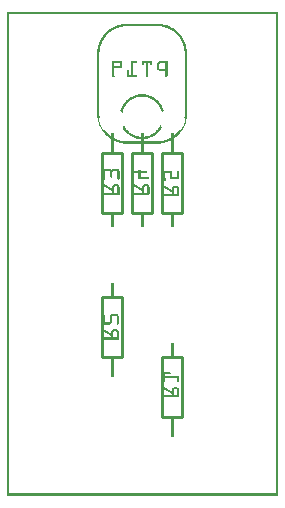
<source format=gbo>
G04 MADE WITH FRITZING*
G04 WWW.FRITZING.ORG*
G04 DOUBLE SIDED*
G04 HOLES PLATED*
G04 CONTOUR ON CENTER OF CONTOUR VECTOR*
%ASAXBY*%
%FSLAX23Y23*%
%MOIN*%
%OFA0B0*%
%SFA1.0B1.0*%
%ADD10C,0.010000*%
%ADD11R,0.001000X0.001000*%
%LNSILK0*%
G90*
G70*
G54D10*
X584Y262D02*
X584Y462D01*
D02*
X584Y462D02*
X518Y462D01*
D02*
X518Y462D02*
X518Y262D01*
D02*
X518Y262D02*
X584Y262D01*
D02*
X384Y462D02*
X384Y662D01*
D02*
X384Y662D02*
X318Y662D01*
D02*
X318Y662D02*
X318Y462D01*
D02*
X318Y462D02*
X384Y462D01*
D02*
X518Y1143D02*
X518Y943D01*
D02*
X518Y943D02*
X584Y943D01*
D02*
X584Y943D02*
X584Y1143D01*
D02*
X584Y1143D02*
X518Y1143D01*
D02*
X418Y1143D02*
X418Y943D01*
D02*
X418Y943D02*
X484Y943D01*
D02*
X484Y943D02*
X484Y1143D01*
D02*
X484Y1143D02*
X418Y1143D01*
D02*
X318Y1143D02*
X318Y943D01*
D02*
X318Y943D02*
X384Y943D01*
D02*
X384Y943D02*
X384Y1143D01*
D02*
X384Y1143D02*
X318Y1143D01*
G54D11*
X0Y1614D02*
X904Y1614D01*
X0Y1613D02*
X904Y1613D01*
X0Y1612D02*
X904Y1612D01*
X0Y1611D02*
X904Y1611D01*
X0Y1610D02*
X904Y1610D01*
X0Y1609D02*
X904Y1609D01*
X0Y1608D02*
X904Y1608D01*
X0Y1607D02*
X904Y1607D01*
X0Y1606D02*
X7Y1606D01*
X897Y1606D02*
X904Y1606D01*
X0Y1605D02*
X7Y1605D01*
X897Y1605D02*
X904Y1605D01*
X0Y1604D02*
X7Y1604D01*
X897Y1604D02*
X904Y1604D01*
X0Y1603D02*
X7Y1603D01*
X897Y1603D02*
X904Y1603D01*
X0Y1602D02*
X7Y1602D01*
X897Y1602D02*
X904Y1602D01*
X0Y1601D02*
X7Y1601D01*
X897Y1601D02*
X904Y1601D01*
X0Y1600D02*
X7Y1600D01*
X897Y1600D02*
X904Y1600D01*
X0Y1599D02*
X7Y1599D01*
X897Y1599D02*
X904Y1599D01*
X0Y1598D02*
X7Y1598D01*
X897Y1598D02*
X904Y1598D01*
X0Y1597D02*
X7Y1597D01*
X897Y1597D02*
X904Y1597D01*
X0Y1596D02*
X7Y1596D01*
X897Y1596D02*
X904Y1596D01*
X0Y1595D02*
X7Y1595D01*
X897Y1595D02*
X904Y1595D01*
X0Y1594D02*
X7Y1594D01*
X897Y1594D02*
X904Y1594D01*
X0Y1593D02*
X7Y1593D01*
X897Y1593D02*
X904Y1593D01*
X0Y1592D02*
X7Y1592D01*
X897Y1592D02*
X904Y1592D01*
X0Y1591D02*
X7Y1591D01*
X897Y1591D02*
X904Y1591D01*
X0Y1590D02*
X7Y1590D01*
X897Y1590D02*
X904Y1590D01*
X0Y1589D02*
X7Y1589D01*
X897Y1589D02*
X904Y1589D01*
X0Y1588D02*
X7Y1588D01*
X897Y1588D02*
X904Y1588D01*
X0Y1587D02*
X7Y1587D01*
X897Y1587D02*
X904Y1587D01*
X0Y1586D02*
X7Y1586D01*
X897Y1586D02*
X904Y1586D01*
X0Y1585D02*
X7Y1585D01*
X897Y1585D02*
X904Y1585D01*
X0Y1584D02*
X7Y1584D01*
X897Y1584D02*
X904Y1584D01*
X0Y1583D02*
X7Y1583D01*
X897Y1583D02*
X904Y1583D01*
X0Y1582D02*
X7Y1582D01*
X897Y1582D02*
X904Y1582D01*
X0Y1581D02*
X7Y1581D01*
X897Y1581D02*
X904Y1581D01*
X0Y1580D02*
X7Y1580D01*
X897Y1580D02*
X904Y1580D01*
X0Y1579D02*
X7Y1579D01*
X897Y1579D02*
X904Y1579D01*
X0Y1578D02*
X7Y1578D01*
X897Y1578D02*
X904Y1578D01*
X0Y1577D02*
X7Y1577D01*
X897Y1577D02*
X904Y1577D01*
X0Y1576D02*
X7Y1576D01*
X897Y1576D02*
X904Y1576D01*
X0Y1575D02*
X7Y1575D01*
X897Y1575D02*
X904Y1575D01*
X0Y1574D02*
X7Y1574D01*
X395Y1574D02*
X506Y1574D01*
X897Y1574D02*
X904Y1574D01*
X0Y1573D02*
X7Y1573D01*
X386Y1573D02*
X515Y1573D01*
X897Y1573D02*
X904Y1573D01*
X0Y1572D02*
X7Y1572D01*
X380Y1572D02*
X521Y1572D01*
X897Y1572D02*
X904Y1572D01*
X0Y1571D02*
X7Y1571D01*
X376Y1571D02*
X525Y1571D01*
X897Y1571D02*
X904Y1571D01*
X0Y1570D02*
X7Y1570D01*
X373Y1570D02*
X529Y1570D01*
X897Y1570D02*
X904Y1570D01*
X0Y1569D02*
X7Y1569D01*
X370Y1569D02*
X532Y1569D01*
X897Y1569D02*
X904Y1569D01*
X0Y1568D02*
X7Y1568D01*
X367Y1568D02*
X535Y1568D01*
X897Y1568D02*
X904Y1568D01*
X0Y1567D02*
X7Y1567D01*
X364Y1567D02*
X537Y1567D01*
X897Y1567D02*
X904Y1567D01*
X0Y1566D02*
X7Y1566D01*
X362Y1566D02*
X394Y1566D01*
X507Y1566D02*
X539Y1566D01*
X897Y1566D02*
X904Y1566D01*
X0Y1565D02*
X7Y1565D01*
X360Y1565D02*
X385Y1565D01*
X516Y1565D02*
X542Y1565D01*
X897Y1565D02*
X904Y1565D01*
X0Y1564D02*
X7Y1564D01*
X358Y1564D02*
X380Y1564D01*
X521Y1564D02*
X544Y1564D01*
X897Y1564D02*
X904Y1564D01*
X0Y1563D02*
X7Y1563D01*
X355Y1563D02*
X376Y1563D01*
X525Y1563D02*
X546Y1563D01*
X897Y1563D02*
X904Y1563D01*
X0Y1562D02*
X7Y1562D01*
X353Y1562D02*
X373Y1562D01*
X529Y1562D02*
X548Y1562D01*
X897Y1562D02*
X904Y1562D01*
X0Y1561D02*
X7Y1561D01*
X352Y1561D02*
X370Y1561D01*
X532Y1561D02*
X549Y1561D01*
X897Y1561D02*
X904Y1561D01*
X0Y1560D02*
X7Y1560D01*
X350Y1560D02*
X367Y1560D01*
X534Y1560D02*
X551Y1560D01*
X897Y1560D02*
X904Y1560D01*
X0Y1559D02*
X7Y1559D01*
X348Y1559D02*
X364Y1559D01*
X537Y1559D02*
X553Y1559D01*
X897Y1559D02*
X904Y1559D01*
X0Y1558D02*
X7Y1558D01*
X347Y1558D02*
X362Y1558D01*
X539Y1558D02*
X555Y1558D01*
X897Y1558D02*
X904Y1558D01*
X0Y1557D02*
X7Y1557D01*
X345Y1557D02*
X360Y1557D01*
X541Y1557D02*
X556Y1557D01*
X897Y1557D02*
X904Y1557D01*
X0Y1556D02*
X7Y1556D01*
X344Y1556D02*
X358Y1556D01*
X543Y1556D02*
X557Y1556D01*
X897Y1556D02*
X904Y1556D01*
X0Y1555D02*
X7Y1555D01*
X342Y1555D02*
X356Y1555D01*
X545Y1555D02*
X559Y1555D01*
X897Y1555D02*
X904Y1555D01*
X0Y1554D02*
X7Y1554D01*
X341Y1554D02*
X354Y1554D01*
X547Y1554D02*
X560Y1554D01*
X897Y1554D02*
X904Y1554D01*
X0Y1553D02*
X7Y1553D01*
X340Y1553D02*
X353Y1553D01*
X549Y1553D02*
X562Y1553D01*
X897Y1553D02*
X904Y1553D01*
X0Y1552D02*
X7Y1552D01*
X338Y1552D02*
X351Y1552D01*
X550Y1552D02*
X563Y1552D01*
X897Y1552D02*
X904Y1552D01*
X0Y1551D02*
X7Y1551D01*
X337Y1551D02*
X349Y1551D01*
X552Y1551D02*
X564Y1551D01*
X897Y1551D02*
X904Y1551D01*
X0Y1550D02*
X7Y1550D01*
X336Y1550D02*
X348Y1550D01*
X553Y1550D02*
X565Y1550D01*
X897Y1550D02*
X904Y1550D01*
X0Y1549D02*
X7Y1549D01*
X335Y1549D02*
X347Y1549D01*
X555Y1549D02*
X566Y1549D01*
X897Y1549D02*
X904Y1549D01*
X0Y1548D02*
X7Y1548D01*
X334Y1548D02*
X345Y1548D01*
X556Y1548D02*
X567Y1548D01*
X897Y1548D02*
X904Y1548D01*
X0Y1547D02*
X7Y1547D01*
X333Y1547D02*
X344Y1547D01*
X557Y1547D02*
X569Y1547D01*
X897Y1547D02*
X904Y1547D01*
X0Y1546D02*
X7Y1546D01*
X332Y1546D02*
X343Y1546D01*
X559Y1546D02*
X570Y1546D01*
X897Y1546D02*
X904Y1546D01*
X0Y1545D02*
X7Y1545D01*
X331Y1545D02*
X341Y1545D01*
X560Y1545D02*
X571Y1545D01*
X897Y1545D02*
X904Y1545D01*
X0Y1544D02*
X7Y1544D01*
X330Y1544D02*
X340Y1544D01*
X561Y1544D02*
X572Y1544D01*
X897Y1544D02*
X904Y1544D01*
X0Y1543D02*
X7Y1543D01*
X329Y1543D02*
X339Y1543D01*
X562Y1543D02*
X573Y1543D01*
X897Y1543D02*
X904Y1543D01*
X0Y1542D02*
X7Y1542D01*
X328Y1542D02*
X338Y1542D01*
X563Y1542D02*
X573Y1542D01*
X897Y1542D02*
X904Y1542D01*
X0Y1541D02*
X7Y1541D01*
X327Y1541D02*
X337Y1541D01*
X564Y1541D02*
X574Y1541D01*
X897Y1541D02*
X904Y1541D01*
X0Y1540D02*
X7Y1540D01*
X326Y1540D02*
X336Y1540D01*
X565Y1540D02*
X575Y1540D01*
X897Y1540D02*
X904Y1540D01*
X0Y1539D02*
X7Y1539D01*
X325Y1539D02*
X335Y1539D01*
X566Y1539D02*
X576Y1539D01*
X897Y1539D02*
X904Y1539D01*
X0Y1538D02*
X7Y1538D01*
X324Y1538D02*
X334Y1538D01*
X567Y1538D02*
X577Y1538D01*
X897Y1538D02*
X904Y1538D01*
X0Y1537D02*
X7Y1537D01*
X323Y1537D02*
X333Y1537D01*
X568Y1537D02*
X578Y1537D01*
X897Y1537D02*
X904Y1537D01*
X0Y1536D02*
X7Y1536D01*
X323Y1536D02*
X332Y1536D01*
X569Y1536D02*
X579Y1536D01*
X897Y1536D02*
X904Y1536D01*
X0Y1535D02*
X7Y1535D01*
X322Y1535D02*
X331Y1535D01*
X570Y1535D02*
X579Y1535D01*
X897Y1535D02*
X904Y1535D01*
X0Y1534D02*
X7Y1534D01*
X321Y1534D02*
X330Y1534D01*
X571Y1534D02*
X580Y1534D01*
X897Y1534D02*
X904Y1534D01*
X0Y1533D02*
X7Y1533D01*
X320Y1533D02*
X329Y1533D01*
X572Y1533D02*
X581Y1533D01*
X897Y1533D02*
X904Y1533D01*
X0Y1532D02*
X7Y1532D01*
X320Y1532D02*
X329Y1532D01*
X573Y1532D02*
X582Y1532D01*
X897Y1532D02*
X904Y1532D01*
X0Y1531D02*
X7Y1531D01*
X319Y1531D02*
X328Y1531D01*
X573Y1531D02*
X582Y1531D01*
X897Y1531D02*
X904Y1531D01*
X0Y1530D02*
X7Y1530D01*
X318Y1530D02*
X327Y1530D01*
X574Y1530D02*
X583Y1530D01*
X897Y1530D02*
X904Y1530D01*
X0Y1529D02*
X7Y1529D01*
X318Y1529D02*
X326Y1529D01*
X575Y1529D02*
X584Y1529D01*
X897Y1529D02*
X904Y1529D01*
X0Y1528D02*
X7Y1528D01*
X317Y1528D02*
X326Y1528D01*
X576Y1528D02*
X584Y1528D01*
X897Y1528D02*
X904Y1528D01*
X0Y1527D02*
X7Y1527D01*
X316Y1527D02*
X325Y1527D01*
X576Y1527D02*
X585Y1527D01*
X897Y1527D02*
X904Y1527D01*
X0Y1526D02*
X7Y1526D01*
X316Y1526D02*
X324Y1526D01*
X577Y1526D02*
X585Y1526D01*
X897Y1526D02*
X904Y1526D01*
X0Y1525D02*
X7Y1525D01*
X315Y1525D02*
X323Y1525D01*
X578Y1525D02*
X586Y1525D01*
X897Y1525D02*
X904Y1525D01*
X0Y1524D02*
X7Y1524D01*
X315Y1524D02*
X323Y1524D01*
X578Y1524D02*
X587Y1524D01*
X897Y1524D02*
X904Y1524D01*
X0Y1523D02*
X7Y1523D01*
X314Y1523D02*
X322Y1523D01*
X579Y1523D02*
X587Y1523D01*
X897Y1523D02*
X904Y1523D01*
X0Y1522D02*
X7Y1522D01*
X313Y1522D02*
X322Y1522D01*
X580Y1522D02*
X588Y1522D01*
X897Y1522D02*
X904Y1522D01*
X0Y1521D02*
X7Y1521D01*
X313Y1521D02*
X321Y1521D01*
X580Y1521D02*
X588Y1521D01*
X897Y1521D02*
X904Y1521D01*
X0Y1520D02*
X7Y1520D01*
X312Y1520D02*
X320Y1520D01*
X581Y1520D02*
X589Y1520D01*
X897Y1520D02*
X904Y1520D01*
X0Y1519D02*
X7Y1519D01*
X312Y1519D02*
X320Y1519D01*
X581Y1519D02*
X589Y1519D01*
X897Y1519D02*
X904Y1519D01*
X0Y1518D02*
X7Y1518D01*
X311Y1518D02*
X319Y1518D01*
X582Y1518D02*
X590Y1518D01*
X897Y1518D02*
X904Y1518D01*
X0Y1517D02*
X7Y1517D01*
X311Y1517D02*
X319Y1517D01*
X583Y1517D02*
X590Y1517D01*
X897Y1517D02*
X904Y1517D01*
X0Y1516D02*
X7Y1516D01*
X311Y1516D02*
X318Y1516D01*
X583Y1516D02*
X591Y1516D01*
X897Y1516D02*
X904Y1516D01*
X0Y1515D02*
X7Y1515D01*
X310Y1515D02*
X318Y1515D01*
X584Y1515D02*
X591Y1515D01*
X897Y1515D02*
X904Y1515D01*
X0Y1514D02*
X7Y1514D01*
X310Y1514D02*
X317Y1514D01*
X584Y1514D02*
X592Y1514D01*
X897Y1514D02*
X904Y1514D01*
X0Y1513D02*
X7Y1513D01*
X309Y1513D02*
X317Y1513D01*
X584Y1513D02*
X592Y1513D01*
X897Y1513D02*
X904Y1513D01*
X0Y1512D02*
X7Y1512D01*
X309Y1512D02*
X316Y1512D01*
X585Y1512D02*
X593Y1512D01*
X897Y1512D02*
X904Y1512D01*
X0Y1511D02*
X7Y1511D01*
X308Y1511D02*
X316Y1511D01*
X585Y1511D02*
X593Y1511D01*
X897Y1511D02*
X904Y1511D01*
X0Y1510D02*
X7Y1510D01*
X308Y1510D02*
X315Y1510D01*
X586Y1510D02*
X593Y1510D01*
X897Y1510D02*
X904Y1510D01*
X0Y1509D02*
X7Y1509D01*
X308Y1509D02*
X315Y1509D01*
X586Y1509D02*
X594Y1509D01*
X897Y1509D02*
X904Y1509D01*
X0Y1508D02*
X7Y1508D01*
X307Y1508D02*
X315Y1508D01*
X587Y1508D02*
X594Y1508D01*
X897Y1508D02*
X904Y1508D01*
X0Y1507D02*
X7Y1507D01*
X307Y1507D02*
X314Y1507D01*
X587Y1507D02*
X594Y1507D01*
X897Y1507D02*
X904Y1507D01*
X0Y1506D02*
X7Y1506D01*
X306Y1506D02*
X314Y1506D01*
X587Y1506D02*
X595Y1506D01*
X897Y1506D02*
X904Y1506D01*
X0Y1505D02*
X7Y1505D01*
X306Y1505D02*
X314Y1505D01*
X588Y1505D02*
X595Y1505D01*
X897Y1505D02*
X904Y1505D01*
X0Y1504D02*
X7Y1504D01*
X306Y1504D02*
X313Y1504D01*
X588Y1504D02*
X595Y1504D01*
X897Y1504D02*
X904Y1504D01*
X0Y1503D02*
X7Y1503D01*
X306Y1503D02*
X313Y1503D01*
X588Y1503D02*
X596Y1503D01*
X897Y1503D02*
X904Y1503D01*
X0Y1502D02*
X7Y1502D01*
X305Y1502D02*
X312Y1502D01*
X589Y1502D02*
X596Y1502D01*
X897Y1502D02*
X904Y1502D01*
X0Y1501D02*
X7Y1501D01*
X305Y1501D02*
X312Y1501D01*
X589Y1501D02*
X596Y1501D01*
X897Y1501D02*
X904Y1501D01*
X0Y1500D02*
X7Y1500D01*
X305Y1500D02*
X312Y1500D01*
X589Y1500D02*
X597Y1500D01*
X897Y1500D02*
X904Y1500D01*
X0Y1499D02*
X7Y1499D01*
X304Y1499D02*
X312Y1499D01*
X590Y1499D02*
X597Y1499D01*
X897Y1499D02*
X904Y1499D01*
X0Y1498D02*
X7Y1498D01*
X304Y1498D02*
X311Y1498D01*
X590Y1498D02*
X597Y1498D01*
X897Y1498D02*
X904Y1498D01*
X0Y1497D02*
X7Y1497D01*
X304Y1497D02*
X311Y1497D01*
X590Y1497D02*
X597Y1497D01*
X897Y1497D02*
X904Y1497D01*
X0Y1496D02*
X7Y1496D01*
X304Y1496D02*
X311Y1496D01*
X591Y1496D02*
X598Y1496D01*
X897Y1496D02*
X904Y1496D01*
X0Y1495D02*
X7Y1495D01*
X303Y1495D02*
X311Y1495D01*
X591Y1495D02*
X598Y1495D01*
X897Y1495D02*
X904Y1495D01*
X0Y1494D02*
X7Y1494D01*
X303Y1494D02*
X310Y1494D01*
X591Y1494D02*
X598Y1494D01*
X897Y1494D02*
X904Y1494D01*
X0Y1493D02*
X7Y1493D01*
X303Y1493D02*
X310Y1493D01*
X591Y1493D02*
X598Y1493D01*
X897Y1493D02*
X904Y1493D01*
X0Y1492D02*
X7Y1492D01*
X303Y1492D02*
X310Y1492D01*
X591Y1492D02*
X598Y1492D01*
X897Y1492D02*
X904Y1492D01*
X0Y1491D02*
X7Y1491D01*
X303Y1491D02*
X310Y1491D01*
X592Y1491D02*
X599Y1491D01*
X897Y1491D02*
X904Y1491D01*
X0Y1490D02*
X7Y1490D01*
X303Y1490D02*
X310Y1490D01*
X592Y1490D02*
X599Y1490D01*
X897Y1490D02*
X904Y1490D01*
X0Y1489D02*
X7Y1489D01*
X302Y1489D02*
X309Y1489D01*
X592Y1489D02*
X599Y1489D01*
X897Y1489D02*
X904Y1489D01*
X0Y1488D02*
X7Y1488D01*
X302Y1488D02*
X309Y1488D01*
X592Y1488D02*
X599Y1488D01*
X897Y1488D02*
X904Y1488D01*
X0Y1487D02*
X7Y1487D01*
X302Y1487D02*
X309Y1487D01*
X592Y1487D02*
X599Y1487D01*
X897Y1487D02*
X904Y1487D01*
X0Y1486D02*
X7Y1486D01*
X302Y1486D02*
X309Y1486D01*
X592Y1486D02*
X599Y1486D01*
X897Y1486D02*
X904Y1486D01*
X0Y1485D02*
X7Y1485D01*
X302Y1485D02*
X309Y1485D01*
X592Y1485D02*
X599Y1485D01*
X897Y1485D02*
X904Y1485D01*
X0Y1484D02*
X7Y1484D01*
X302Y1484D02*
X309Y1484D01*
X593Y1484D02*
X600Y1484D01*
X897Y1484D02*
X904Y1484D01*
X0Y1483D02*
X7Y1483D01*
X302Y1483D02*
X309Y1483D01*
X593Y1483D02*
X600Y1483D01*
X897Y1483D02*
X904Y1483D01*
X0Y1482D02*
X7Y1482D01*
X302Y1482D02*
X309Y1482D01*
X593Y1482D02*
X600Y1482D01*
X897Y1482D02*
X904Y1482D01*
X0Y1481D02*
X7Y1481D01*
X301Y1481D02*
X308Y1481D01*
X593Y1481D02*
X600Y1481D01*
X897Y1481D02*
X904Y1481D01*
X0Y1480D02*
X7Y1480D01*
X301Y1480D02*
X308Y1480D01*
X593Y1480D02*
X600Y1480D01*
X897Y1480D02*
X904Y1480D01*
X0Y1479D02*
X7Y1479D01*
X301Y1479D02*
X308Y1479D01*
X593Y1479D02*
X600Y1479D01*
X897Y1479D02*
X904Y1479D01*
X0Y1478D02*
X7Y1478D01*
X301Y1478D02*
X308Y1478D01*
X593Y1478D02*
X600Y1478D01*
X897Y1478D02*
X904Y1478D01*
X0Y1477D02*
X7Y1477D01*
X301Y1477D02*
X308Y1477D01*
X593Y1477D02*
X600Y1477D01*
X897Y1477D02*
X904Y1477D01*
X0Y1476D02*
X7Y1476D01*
X301Y1476D02*
X308Y1476D01*
X593Y1476D02*
X600Y1476D01*
X897Y1476D02*
X904Y1476D01*
X0Y1475D02*
X7Y1475D01*
X301Y1475D02*
X308Y1475D01*
X593Y1475D02*
X600Y1475D01*
X897Y1475D02*
X904Y1475D01*
X0Y1474D02*
X7Y1474D01*
X301Y1474D02*
X308Y1474D01*
X593Y1474D02*
X600Y1474D01*
X897Y1474D02*
X904Y1474D01*
X0Y1473D02*
X7Y1473D01*
X301Y1473D02*
X308Y1473D01*
X593Y1473D02*
X600Y1473D01*
X897Y1473D02*
X904Y1473D01*
X0Y1472D02*
X7Y1472D01*
X301Y1472D02*
X308Y1472D01*
X593Y1472D02*
X600Y1472D01*
X897Y1472D02*
X904Y1472D01*
X0Y1471D02*
X7Y1471D01*
X301Y1471D02*
X308Y1471D01*
X593Y1471D02*
X600Y1471D01*
X897Y1471D02*
X904Y1471D01*
X0Y1470D02*
X7Y1470D01*
X301Y1470D02*
X308Y1470D01*
X593Y1470D02*
X600Y1470D01*
X897Y1470D02*
X904Y1470D01*
X0Y1469D02*
X7Y1469D01*
X301Y1469D02*
X308Y1469D01*
X593Y1469D02*
X600Y1469D01*
X897Y1469D02*
X904Y1469D01*
X0Y1468D02*
X7Y1468D01*
X301Y1468D02*
X308Y1468D01*
X593Y1468D02*
X600Y1468D01*
X897Y1468D02*
X904Y1468D01*
X0Y1467D02*
X7Y1467D01*
X301Y1467D02*
X308Y1467D01*
X593Y1467D02*
X600Y1467D01*
X897Y1467D02*
X904Y1467D01*
X0Y1466D02*
X7Y1466D01*
X301Y1466D02*
X308Y1466D01*
X593Y1466D02*
X600Y1466D01*
X897Y1466D02*
X904Y1466D01*
X0Y1465D02*
X7Y1465D01*
X301Y1465D02*
X308Y1465D01*
X593Y1465D02*
X600Y1465D01*
X897Y1465D02*
X904Y1465D01*
X0Y1464D02*
X7Y1464D01*
X301Y1464D02*
X308Y1464D01*
X593Y1464D02*
X600Y1464D01*
X897Y1464D02*
X904Y1464D01*
X0Y1463D02*
X7Y1463D01*
X301Y1463D02*
X308Y1463D01*
X593Y1463D02*
X600Y1463D01*
X897Y1463D02*
X904Y1463D01*
X0Y1462D02*
X7Y1462D01*
X301Y1462D02*
X308Y1462D01*
X593Y1462D02*
X600Y1462D01*
X897Y1462D02*
X904Y1462D01*
X0Y1461D02*
X7Y1461D01*
X301Y1461D02*
X308Y1461D01*
X593Y1461D02*
X600Y1461D01*
X897Y1461D02*
X904Y1461D01*
X0Y1460D02*
X7Y1460D01*
X301Y1460D02*
X308Y1460D01*
X593Y1460D02*
X600Y1460D01*
X897Y1460D02*
X904Y1460D01*
X0Y1459D02*
X7Y1459D01*
X301Y1459D02*
X308Y1459D01*
X593Y1459D02*
X600Y1459D01*
X897Y1459D02*
X904Y1459D01*
X0Y1458D02*
X7Y1458D01*
X301Y1458D02*
X308Y1458D01*
X593Y1458D02*
X600Y1458D01*
X897Y1458D02*
X904Y1458D01*
X0Y1457D02*
X7Y1457D01*
X301Y1457D02*
X308Y1457D01*
X593Y1457D02*
X600Y1457D01*
X897Y1457D02*
X904Y1457D01*
X0Y1456D02*
X7Y1456D01*
X301Y1456D02*
X308Y1456D01*
X593Y1456D02*
X600Y1456D01*
X897Y1456D02*
X904Y1456D01*
X0Y1455D02*
X7Y1455D01*
X301Y1455D02*
X308Y1455D01*
X593Y1455D02*
X600Y1455D01*
X897Y1455D02*
X904Y1455D01*
X0Y1454D02*
X7Y1454D01*
X301Y1454D02*
X308Y1454D01*
X593Y1454D02*
X600Y1454D01*
X897Y1454D02*
X904Y1454D01*
X0Y1453D02*
X7Y1453D01*
X301Y1453D02*
X308Y1453D01*
X593Y1453D02*
X600Y1453D01*
X897Y1453D02*
X904Y1453D01*
X0Y1452D02*
X7Y1452D01*
X301Y1452D02*
X308Y1452D01*
X593Y1452D02*
X600Y1452D01*
X897Y1452D02*
X904Y1452D01*
X0Y1451D02*
X7Y1451D01*
X301Y1451D02*
X308Y1451D01*
X593Y1451D02*
X600Y1451D01*
X897Y1451D02*
X904Y1451D01*
X0Y1450D02*
X7Y1450D01*
X301Y1450D02*
X308Y1450D01*
X593Y1450D02*
X600Y1450D01*
X897Y1450D02*
X904Y1450D01*
X0Y1449D02*
X7Y1449D01*
X301Y1449D02*
X308Y1449D01*
X352Y1449D02*
X383Y1449D01*
X415Y1449D02*
X433Y1449D01*
X451Y1449D02*
X484Y1449D01*
X508Y1449D02*
X535Y1449D01*
X593Y1449D02*
X600Y1449D01*
X897Y1449D02*
X904Y1449D01*
X0Y1448D02*
X7Y1448D01*
X301Y1448D02*
X308Y1448D01*
X351Y1448D02*
X384Y1448D01*
X415Y1448D02*
X434Y1448D01*
X451Y1448D02*
X484Y1448D01*
X506Y1448D02*
X535Y1448D01*
X593Y1448D02*
X600Y1448D01*
X897Y1448D02*
X904Y1448D01*
X0Y1447D02*
X7Y1447D01*
X301Y1447D02*
X308Y1447D01*
X351Y1447D02*
X384Y1447D01*
X415Y1447D02*
X434Y1447D01*
X451Y1447D02*
X484Y1447D01*
X505Y1447D02*
X535Y1447D01*
X593Y1447D02*
X600Y1447D01*
X897Y1447D02*
X904Y1447D01*
X0Y1446D02*
X7Y1446D01*
X301Y1446D02*
X308Y1446D01*
X351Y1446D02*
X384Y1446D01*
X415Y1446D02*
X434Y1446D01*
X451Y1446D02*
X484Y1446D01*
X504Y1446D02*
X535Y1446D01*
X593Y1446D02*
X600Y1446D01*
X897Y1446D02*
X904Y1446D01*
X0Y1445D02*
X7Y1445D01*
X301Y1445D02*
X308Y1445D01*
X351Y1445D02*
X384Y1445D01*
X415Y1445D02*
X434Y1445D01*
X451Y1445D02*
X484Y1445D01*
X503Y1445D02*
X535Y1445D01*
X593Y1445D02*
X600Y1445D01*
X897Y1445D02*
X904Y1445D01*
X0Y1444D02*
X7Y1444D01*
X301Y1444D02*
X308Y1444D01*
X351Y1444D02*
X384Y1444D01*
X415Y1444D02*
X433Y1444D01*
X451Y1444D02*
X484Y1444D01*
X502Y1444D02*
X535Y1444D01*
X593Y1444D02*
X600Y1444D01*
X897Y1444D02*
X904Y1444D01*
X0Y1443D02*
X7Y1443D01*
X301Y1443D02*
X308Y1443D01*
X351Y1443D02*
X384Y1443D01*
X415Y1443D02*
X432Y1443D01*
X451Y1443D02*
X484Y1443D01*
X502Y1443D02*
X535Y1443D01*
X593Y1443D02*
X600Y1443D01*
X897Y1443D02*
X904Y1443D01*
X0Y1442D02*
X7Y1442D01*
X301Y1442D02*
X308Y1442D01*
X351Y1442D02*
X357Y1442D01*
X378Y1442D02*
X384Y1442D01*
X415Y1442D02*
X421Y1442D01*
X451Y1442D02*
X457Y1442D01*
X465Y1442D02*
X471Y1442D01*
X478Y1442D02*
X484Y1442D01*
X501Y1442D02*
X509Y1442D01*
X529Y1442D02*
X535Y1442D01*
X593Y1442D02*
X600Y1442D01*
X897Y1442D02*
X904Y1442D01*
X0Y1441D02*
X7Y1441D01*
X301Y1441D02*
X308Y1441D01*
X351Y1441D02*
X357Y1441D01*
X378Y1441D02*
X384Y1441D01*
X415Y1441D02*
X421Y1441D01*
X451Y1441D02*
X457Y1441D01*
X465Y1441D02*
X471Y1441D01*
X478Y1441D02*
X484Y1441D01*
X501Y1441D02*
X508Y1441D01*
X529Y1441D02*
X535Y1441D01*
X593Y1441D02*
X600Y1441D01*
X897Y1441D02*
X904Y1441D01*
X0Y1440D02*
X7Y1440D01*
X301Y1440D02*
X308Y1440D01*
X351Y1440D02*
X357Y1440D01*
X378Y1440D02*
X384Y1440D01*
X415Y1440D02*
X421Y1440D01*
X451Y1440D02*
X457Y1440D01*
X465Y1440D02*
X471Y1440D01*
X479Y1440D02*
X484Y1440D01*
X501Y1440D02*
X507Y1440D01*
X529Y1440D02*
X535Y1440D01*
X593Y1440D02*
X600Y1440D01*
X897Y1440D02*
X904Y1440D01*
X0Y1439D02*
X7Y1439D01*
X301Y1439D02*
X308Y1439D01*
X351Y1439D02*
X357Y1439D01*
X378Y1439D02*
X384Y1439D01*
X415Y1439D02*
X421Y1439D01*
X451Y1439D02*
X457Y1439D01*
X465Y1439D02*
X471Y1439D01*
X479Y1439D02*
X484Y1439D01*
X501Y1439D02*
X507Y1439D01*
X529Y1439D02*
X535Y1439D01*
X593Y1439D02*
X600Y1439D01*
X897Y1439D02*
X904Y1439D01*
X0Y1438D02*
X7Y1438D01*
X301Y1438D02*
X308Y1438D01*
X351Y1438D02*
X357Y1438D01*
X378Y1438D02*
X384Y1438D01*
X415Y1438D02*
X421Y1438D01*
X452Y1438D02*
X456Y1438D01*
X465Y1438D02*
X471Y1438D01*
X479Y1438D02*
X483Y1438D01*
X501Y1438D02*
X507Y1438D01*
X529Y1438D02*
X535Y1438D01*
X593Y1438D02*
X600Y1438D01*
X897Y1438D02*
X904Y1438D01*
X0Y1437D02*
X7Y1437D01*
X301Y1437D02*
X308Y1437D01*
X351Y1437D02*
X357Y1437D01*
X378Y1437D02*
X384Y1437D01*
X415Y1437D02*
X421Y1437D01*
X453Y1437D02*
X454Y1437D01*
X465Y1437D02*
X471Y1437D01*
X481Y1437D02*
X482Y1437D01*
X501Y1437D02*
X507Y1437D01*
X529Y1437D02*
X535Y1437D01*
X593Y1437D02*
X600Y1437D01*
X897Y1437D02*
X904Y1437D01*
X0Y1436D02*
X7Y1436D01*
X301Y1436D02*
X308Y1436D01*
X351Y1436D02*
X357Y1436D01*
X378Y1436D02*
X384Y1436D01*
X415Y1436D02*
X421Y1436D01*
X465Y1436D02*
X471Y1436D01*
X501Y1436D02*
X507Y1436D01*
X529Y1436D02*
X535Y1436D01*
X593Y1436D02*
X600Y1436D01*
X897Y1436D02*
X904Y1436D01*
X0Y1435D02*
X7Y1435D01*
X301Y1435D02*
X308Y1435D01*
X351Y1435D02*
X357Y1435D01*
X378Y1435D02*
X384Y1435D01*
X415Y1435D02*
X421Y1435D01*
X465Y1435D02*
X471Y1435D01*
X501Y1435D02*
X507Y1435D01*
X529Y1435D02*
X535Y1435D01*
X593Y1435D02*
X600Y1435D01*
X897Y1435D02*
X904Y1435D01*
X0Y1434D02*
X7Y1434D01*
X301Y1434D02*
X308Y1434D01*
X351Y1434D02*
X357Y1434D01*
X378Y1434D02*
X384Y1434D01*
X415Y1434D02*
X421Y1434D01*
X465Y1434D02*
X471Y1434D01*
X501Y1434D02*
X507Y1434D01*
X529Y1434D02*
X535Y1434D01*
X593Y1434D02*
X600Y1434D01*
X897Y1434D02*
X904Y1434D01*
X0Y1433D02*
X7Y1433D01*
X301Y1433D02*
X308Y1433D01*
X351Y1433D02*
X357Y1433D01*
X378Y1433D02*
X384Y1433D01*
X415Y1433D02*
X421Y1433D01*
X465Y1433D02*
X471Y1433D01*
X501Y1433D02*
X507Y1433D01*
X529Y1433D02*
X535Y1433D01*
X593Y1433D02*
X600Y1433D01*
X897Y1433D02*
X904Y1433D01*
X0Y1432D02*
X7Y1432D01*
X301Y1432D02*
X308Y1432D01*
X351Y1432D02*
X384Y1432D01*
X415Y1432D02*
X421Y1432D01*
X465Y1432D02*
X471Y1432D01*
X501Y1432D02*
X507Y1432D01*
X529Y1432D02*
X535Y1432D01*
X593Y1432D02*
X600Y1432D01*
X897Y1432D02*
X904Y1432D01*
X0Y1431D02*
X7Y1431D01*
X301Y1431D02*
X308Y1431D01*
X351Y1431D02*
X384Y1431D01*
X415Y1431D02*
X421Y1431D01*
X465Y1431D02*
X471Y1431D01*
X501Y1431D02*
X507Y1431D01*
X529Y1431D02*
X535Y1431D01*
X593Y1431D02*
X600Y1431D01*
X897Y1431D02*
X904Y1431D01*
X0Y1430D02*
X7Y1430D01*
X301Y1430D02*
X308Y1430D01*
X351Y1430D02*
X384Y1430D01*
X415Y1430D02*
X421Y1430D01*
X465Y1430D02*
X471Y1430D01*
X501Y1430D02*
X507Y1430D01*
X529Y1430D02*
X535Y1430D01*
X593Y1430D02*
X600Y1430D01*
X897Y1430D02*
X904Y1430D01*
X0Y1429D02*
X7Y1429D01*
X301Y1429D02*
X308Y1429D01*
X351Y1429D02*
X384Y1429D01*
X415Y1429D02*
X421Y1429D01*
X465Y1429D02*
X471Y1429D01*
X501Y1429D02*
X507Y1429D01*
X529Y1429D02*
X535Y1429D01*
X593Y1429D02*
X600Y1429D01*
X897Y1429D02*
X904Y1429D01*
X0Y1428D02*
X7Y1428D01*
X301Y1428D02*
X308Y1428D01*
X351Y1428D02*
X384Y1428D01*
X415Y1428D02*
X421Y1428D01*
X465Y1428D02*
X471Y1428D01*
X501Y1428D02*
X507Y1428D01*
X529Y1428D02*
X535Y1428D01*
X593Y1428D02*
X600Y1428D01*
X897Y1428D02*
X904Y1428D01*
X0Y1427D02*
X7Y1427D01*
X301Y1427D02*
X308Y1427D01*
X351Y1427D02*
X384Y1427D01*
X415Y1427D02*
X421Y1427D01*
X465Y1427D02*
X471Y1427D01*
X501Y1427D02*
X507Y1427D01*
X529Y1427D02*
X535Y1427D01*
X593Y1427D02*
X600Y1427D01*
X897Y1427D02*
X904Y1427D01*
X0Y1426D02*
X7Y1426D01*
X301Y1426D02*
X308Y1426D01*
X351Y1426D02*
X383Y1426D01*
X415Y1426D02*
X421Y1426D01*
X465Y1426D02*
X471Y1426D01*
X501Y1426D02*
X507Y1426D01*
X529Y1426D02*
X535Y1426D01*
X593Y1426D02*
X600Y1426D01*
X897Y1426D02*
X904Y1426D01*
X0Y1425D02*
X7Y1425D01*
X301Y1425D02*
X308Y1425D01*
X351Y1425D02*
X357Y1425D01*
X415Y1425D02*
X421Y1425D01*
X465Y1425D02*
X471Y1425D01*
X501Y1425D02*
X508Y1425D01*
X529Y1425D02*
X535Y1425D01*
X593Y1425D02*
X600Y1425D01*
X897Y1425D02*
X904Y1425D01*
X0Y1424D02*
X7Y1424D01*
X301Y1424D02*
X308Y1424D01*
X351Y1424D02*
X357Y1424D01*
X415Y1424D02*
X421Y1424D01*
X465Y1424D02*
X471Y1424D01*
X501Y1424D02*
X509Y1424D01*
X529Y1424D02*
X535Y1424D01*
X593Y1424D02*
X600Y1424D01*
X897Y1424D02*
X904Y1424D01*
X0Y1423D02*
X7Y1423D01*
X301Y1423D02*
X308Y1423D01*
X351Y1423D02*
X357Y1423D01*
X415Y1423D02*
X421Y1423D01*
X465Y1423D02*
X471Y1423D01*
X502Y1423D02*
X535Y1423D01*
X593Y1423D02*
X600Y1423D01*
X897Y1423D02*
X904Y1423D01*
X0Y1422D02*
X7Y1422D01*
X301Y1422D02*
X308Y1422D01*
X351Y1422D02*
X357Y1422D01*
X415Y1422D02*
X421Y1422D01*
X465Y1422D02*
X471Y1422D01*
X502Y1422D02*
X535Y1422D01*
X593Y1422D02*
X600Y1422D01*
X897Y1422D02*
X904Y1422D01*
X0Y1421D02*
X7Y1421D01*
X301Y1421D02*
X308Y1421D01*
X351Y1421D02*
X357Y1421D01*
X415Y1421D02*
X421Y1421D01*
X465Y1421D02*
X471Y1421D01*
X503Y1421D02*
X535Y1421D01*
X593Y1421D02*
X600Y1421D01*
X897Y1421D02*
X904Y1421D01*
X0Y1420D02*
X7Y1420D01*
X301Y1420D02*
X308Y1420D01*
X351Y1420D02*
X357Y1420D01*
X403Y1420D02*
X405Y1420D01*
X415Y1420D02*
X421Y1420D01*
X465Y1420D02*
X471Y1420D01*
X504Y1420D02*
X535Y1420D01*
X593Y1420D02*
X600Y1420D01*
X897Y1420D02*
X904Y1420D01*
X0Y1419D02*
X7Y1419D01*
X301Y1419D02*
X308Y1419D01*
X351Y1419D02*
X357Y1419D01*
X402Y1419D02*
X406Y1419D01*
X415Y1419D02*
X421Y1419D01*
X465Y1419D02*
X471Y1419D01*
X505Y1419D02*
X535Y1419D01*
X593Y1419D02*
X600Y1419D01*
X897Y1419D02*
X904Y1419D01*
X0Y1418D02*
X7Y1418D01*
X301Y1418D02*
X308Y1418D01*
X351Y1418D02*
X357Y1418D01*
X401Y1418D02*
X406Y1418D01*
X415Y1418D02*
X421Y1418D01*
X465Y1418D02*
X471Y1418D01*
X506Y1418D02*
X535Y1418D01*
X593Y1418D02*
X600Y1418D01*
X897Y1418D02*
X904Y1418D01*
X0Y1417D02*
X7Y1417D01*
X301Y1417D02*
X308Y1417D01*
X351Y1417D02*
X357Y1417D01*
X401Y1417D02*
X407Y1417D01*
X415Y1417D02*
X421Y1417D01*
X465Y1417D02*
X471Y1417D01*
X508Y1417D02*
X535Y1417D01*
X593Y1417D02*
X600Y1417D01*
X897Y1417D02*
X904Y1417D01*
X0Y1416D02*
X7Y1416D01*
X301Y1416D02*
X308Y1416D01*
X351Y1416D02*
X357Y1416D01*
X401Y1416D02*
X407Y1416D01*
X415Y1416D02*
X421Y1416D01*
X465Y1416D02*
X471Y1416D01*
X528Y1416D02*
X535Y1416D01*
X593Y1416D02*
X600Y1416D01*
X897Y1416D02*
X904Y1416D01*
X0Y1415D02*
X7Y1415D01*
X301Y1415D02*
X308Y1415D01*
X351Y1415D02*
X357Y1415D01*
X401Y1415D02*
X407Y1415D01*
X415Y1415D02*
X421Y1415D01*
X465Y1415D02*
X471Y1415D01*
X529Y1415D02*
X535Y1415D01*
X593Y1415D02*
X600Y1415D01*
X897Y1415D02*
X904Y1415D01*
X0Y1414D02*
X7Y1414D01*
X301Y1414D02*
X308Y1414D01*
X351Y1414D02*
X357Y1414D01*
X401Y1414D02*
X407Y1414D01*
X415Y1414D02*
X421Y1414D01*
X465Y1414D02*
X471Y1414D01*
X529Y1414D02*
X535Y1414D01*
X593Y1414D02*
X600Y1414D01*
X897Y1414D02*
X904Y1414D01*
X0Y1413D02*
X7Y1413D01*
X301Y1413D02*
X308Y1413D01*
X351Y1413D02*
X357Y1413D01*
X401Y1413D02*
X407Y1413D01*
X415Y1413D02*
X421Y1413D01*
X465Y1413D02*
X471Y1413D01*
X529Y1413D02*
X535Y1413D01*
X593Y1413D02*
X600Y1413D01*
X897Y1413D02*
X904Y1413D01*
X0Y1412D02*
X7Y1412D01*
X301Y1412D02*
X308Y1412D01*
X351Y1412D02*
X357Y1412D01*
X401Y1412D02*
X407Y1412D01*
X415Y1412D02*
X421Y1412D01*
X465Y1412D02*
X471Y1412D01*
X529Y1412D02*
X535Y1412D01*
X593Y1412D02*
X600Y1412D01*
X897Y1412D02*
X904Y1412D01*
X0Y1411D02*
X7Y1411D01*
X301Y1411D02*
X308Y1411D01*
X351Y1411D02*
X357Y1411D01*
X401Y1411D02*
X407Y1411D01*
X415Y1411D02*
X421Y1411D01*
X465Y1411D02*
X471Y1411D01*
X529Y1411D02*
X535Y1411D01*
X593Y1411D02*
X600Y1411D01*
X897Y1411D02*
X904Y1411D01*
X0Y1410D02*
X7Y1410D01*
X301Y1410D02*
X308Y1410D01*
X351Y1410D02*
X357Y1410D01*
X401Y1410D02*
X407Y1410D01*
X415Y1410D02*
X421Y1410D01*
X465Y1410D02*
X471Y1410D01*
X529Y1410D02*
X535Y1410D01*
X593Y1410D02*
X600Y1410D01*
X897Y1410D02*
X904Y1410D01*
X0Y1409D02*
X7Y1409D01*
X301Y1409D02*
X308Y1409D01*
X351Y1409D02*
X357Y1409D01*
X401Y1409D02*
X407Y1409D01*
X415Y1409D02*
X421Y1409D01*
X465Y1409D02*
X471Y1409D01*
X529Y1409D02*
X535Y1409D01*
X593Y1409D02*
X600Y1409D01*
X897Y1409D02*
X904Y1409D01*
X0Y1408D02*
X7Y1408D01*
X301Y1408D02*
X308Y1408D01*
X351Y1408D02*
X357Y1408D01*
X401Y1408D02*
X407Y1408D01*
X415Y1408D02*
X421Y1408D01*
X465Y1408D02*
X471Y1408D01*
X529Y1408D02*
X535Y1408D01*
X593Y1408D02*
X600Y1408D01*
X897Y1408D02*
X904Y1408D01*
X0Y1407D02*
X7Y1407D01*
X301Y1407D02*
X308Y1407D01*
X351Y1407D02*
X357Y1407D01*
X401Y1407D02*
X407Y1407D01*
X415Y1407D02*
X421Y1407D01*
X465Y1407D02*
X471Y1407D01*
X529Y1407D02*
X535Y1407D01*
X593Y1407D02*
X600Y1407D01*
X897Y1407D02*
X904Y1407D01*
X0Y1406D02*
X7Y1406D01*
X301Y1406D02*
X308Y1406D01*
X351Y1406D02*
X357Y1406D01*
X401Y1406D02*
X407Y1406D01*
X415Y1406D02*
X421Y1406D01*
X465Y1406D02*
X471Y1406D01*
X529Y1406D02*
X535Y1406D01*
X593Y1406D02*
X600Y1406D01*
X897Y1406D02*
X904Y1406D01*
X0Y1405D02*
X7Y1405D01*
X301Y1405D02*
X308Y1405D01*
X351Y1405D02*
X357Y1405D01*
X401Y1405D02*
X407Y1405D01*
X415Y1405D02*
X421Y1405D01*
X465Y1405D02*
X471Y1405D01*
X529Y1405D02*
X535Y1405D01*
X593Y1405D02*
X600Y1405D01*
X897Y1405D02*
X904Y1405D01*
X0Y1404D02*
X7Y1404D01*
X301Y1404D02*
X308Y1404D01*
X351Y1404D02*
X357Y1404D01*
X401Y1404D02*
X407Y1404D01*
X415Y1404D02*
X421Y1404D01*
X465Y1404D02*
X471Y1404D01*
X529Y1404D02*
X535Y1404D01*
X593Y1404D02*
X600Y1404D01*
X897Y1404D02*
X904Y1404D01*
X0Y1403D02*
X7Y1403D01*
X301Y1403D02*
X308Y1403D01*
X351Y1403D02*
X357Y1403D01*
X401Y1403D02*
X407Y1403D01*
X414Y1403D02*
X421Y1403D01*
X465Y1403D02*
X471Y1403D01*
X529Y1403D02*
X535Y1403D01*
X593Y1403D02*
X600Y1403D01*
X897Y1403D02*
X904Y1403D01*
X0Y1402D02*
X7Y1402D01*
X301Y1402D02*
X308Y1402D01*
X351Y1402D02*
X358Y1402D01*
X401Y1402D02*
X433Y1402D01*
X465Y1402D02*
X471Y1402D01*
X529Y1402D02*
X535Y1402D01*
X593Y1402D02*
X600Y1402D01*
X897Y1402D02*
X904Y1402D01*
X0Y1401D02*
X7Y1401D01*
X301Y1401D02*
X308Y1401D01*
X351Y1401D02*
X359Y1401D01*
X401Y1401D02*
X434Y1401D01*
X465Y1401D02*
X471Y1401D01*
X529Y1401D02*
X535Y1401D01*
X593Y1401D02*
X600Y1401D01*
X897Y1401D02*
X904Y1401D01*
X0Y1400D02*
X7Y1400D01*
X301Y1400D02*
X308Y1400D01*
X351Y1400D02*
X360Y1400D01*
X401Y1400D02*
X434Y1400D01*
X465Y1400D02*
X471Y1400D01*
X529Y1400D02*
X535Y1400D01*
X593Y1400D02*
X600Y1400D01*
X897Y1400D02*
X904Y1400D01*
X0Y1399D02*
X7Y1399D01*
X301Y1399D02*
X308Y1399D01*
X351Y1399D02*
X360Y1399D01*
X401Y1399D02*
X434Y1399D01*
X465Y1399D02*
X471Y1399D01*
X529Y1399D02*
X535Y1399D01*
X593Y1399D02*
X600Y1399D01*
X897Y1399D02*
X904Y1399D01*
X0Y1398D02*
X7Y1398D01*
X301Y1398D02*
X308Y1398D01*
X351Y1398D02*
X360Y1398D01*
X401Y1398D02*
X434Y1398D01*
X465Y1398D02*
X470Y1398D01*
X529Y1398D02*
X534Y1398D01*
X593Y1398D02*
X600Y1398D01*
X897Y1398D02*
X904Y1398D01*
X0Y1397D02*
X7Y1397D01*
X301Y1397D02*
X308Y1397D01*
X351Y1397D02*
X359Y1397D01*
X401Y1397D02*
X434Y1397D01*
X465Y1397D02*
X470Y1397D01*
X529Y1397D02*
X534Y1397D01*
X593Y1397D02*
X600Y1397D01*
X897Y1397D02*
X904Y1397D01*
X0Y1396D02*
X7Y1396D01*
X301Y1396D02*
X308Y1396D01*
X352Y1396D02*
X358Y1396D01*
X403Y1396D02*
X432Y1396D01*
X467Y1396D02*
X469Y1396D01*
X531Y1396D02*
X533Y1396D01*
X593Y1396D02*
X600Y1396D01*
X897Y1396D02*
X904Y1396D01*
X0Y1395D02*
X7Y1395D01*
X301Y1395D02*
X308Y1395D01*
X593Y1395D02*
X600Y1395D01*
X897Y1395D02*
X904Y1395D01*
X0Y1394D02*
X7Y1394D01*
X301Y1394D02*
X308Y1394D01*
X593Y1394D02*
X600Y1394D01*
X897Y1394D02*
X904Y1394D01*
X0Y1393D02*
X7Y1393D01*
X301Y1393D02*
X308Y1393D01*
X593Y1393D02*
X600Y1393D01*
X897Y1393D02*
X904Y1393D01*
X0Y1392D02*
X7Y1392D01*
X301Y1392D02*
X308Y1392D01*
X593Y1392D02*
X600Y1392D01*
X897Y1392D02*
X904Y1392D01*
X0Y1391D02*
X7Y1391D01*
X301Y1391D02*
X308Y1391D01*
X593Y1391D02*
X600Y1391D01*
X897Y1391D02*
X904Y1391D01*
X0Y1390D02*
X7Y1390D01*
X301Y1390D02*
X308Y1390D01*
X593Y1390D02*
X600Y1390D01*
X897Y1390D02*
X904Y1390D01*
X0Y1389D02*
X7Y1389D01*
X301Y1389D02*
X308Y1389D01*
X593Y1389D02*
X600Y1389D01*
X897Y1389D02*
X904Y1389D01*
X0Y1388D02*
X7Y1388D01*
X301Y1388D02*
X308Y1388D01*
X593Y1388D02*
X600Y1388D01*
X897Y1388D02*
X904Y1388D01*
X0Y1387D02*
X7Y1387D01*
X301Y1387D02*
X308Y1387D01*
X593Y1387D02*
X600Y1387D01*
X897Y1387D02*
X904Y1387D01*
X0Y1386D02*
X7Y1386D01*
X301Y1386D02*
X308Y1386D01*
X593Y1386D02*
X600Y1386D01*
X897Y1386D02*
X904Y1386D01*
X0Y1385D02*
X7Y1385D01*
X301Y1385D02*
X308Y1385D01*
X593Y1385D02*
X600Y1385D01*
X897Y1385D02*
X904Y1385D01*
X0Y1384D02*
X7Y1384D01*
X301Y1384D02*
X308Y1384D01*
X593Y1384D02*
X600Y1384D01*
X897Y1384D02*
X904Y1384D01*
X0Y1383D02*
X7Y1383D01*
X301Y1383D02*
X308Y1383D01*
X593Y1383D02*
X600Y1383D01*
X897Y1383D02*
X904Y1383D01*
X0Y1382D02*
X7Y1382D01*
X301Y1382D02*
X308Y1382D01*
X593Y1382D02*
X600Y1382D01*
X897Y1382D02*
X904Y1382D01*
X0Y1381D02*
X7Y1381D01*
X301Y1381D02*
X308Y1381D01*
X593Y1381D02*
X600Y1381D01*
X897Y1381D02*
X904Y1381D01*
X0Y1380D02*
X7Y1380D01*
X301Y1380D02*
X308Y1380D01*
X593Y1380D02*
X600Y1380D01*
X897Y1380D02*
X904Y1380D01*
X0Y1379D02*
X7Y1379D01*
X301Y1379D02*
X308Y1379D01*
X593Y1379D02*
X600Y1379D01*
X897Y1379D02*
X904Y1379D01*
X0Y1378D02*
X7Y1378D01*
X301Y1378D02*
X308Y1378D01*
X593Y1378D02*
X600Y1378D01*
X897Y1378D02*
X904Y1378D01*
X0Y1377D02*
X7Y1377D01*
X301Y1377D02*
X308Y1377D01*
X593Y1377D02*
X600Y1377D01*
X897Y1377D02*
X904Y1377D01*
X0Y1376D02*
X7Y1376D01*
X301Y1376D02*
X308Y1376D01*
X593Y1376D02*
X600Y1376D01*
X897Y1376D02*
X904Y1376D01*
X0Y1375D02*
X7Y1375D01*
X301Y1375D02*
X308Y1375D01*
X593Y1375D02*
X600Y1375D01*
X897Y1375D02*
X904Y1375D01*
X0Y1374D02*
X7Y1374D01*
X301Y1374D02*
X308Y1374D01*
X593Y1374D02*
X600Y1374D01*
X897Y1374D02*
X904Y1374D01*
X0Y1373D02*
X7Y1373D01*
X301Y1373D02*
X308Y1373D01*
X593Y1373D02*
X600Y1373D01*
X897Y1373D02*
X904Y1373D01*
X0Y1372D02*
X7Y1372D01*
X301Y1372D02*
X308Y1372D01*
X593Y1372D02*
X600Y1372D01*
X897Y1372D02*
X904Y1372D01*
X0Y1371D02*
X7Y1371D01*
X301Y1371D02*
X308Y1371D01*
X593Y1371D02*
X600Y1371D01*
X897Y1371D02*
X904Y1371D01*
X0Y1370D02*
X7Y1370D01*
X301Y1370D02*
X308Y1370D01*
X593Y1370D02*
X600Y1370D01*
X897Y1370D02*
X904Y1370D01*
X0Y1369D02*
X7Y1369D01*
X301Y1369D02*
X308Y1369D01*
X593Y1369D02*
X600Y1369D01*
X897Y1369D02*
X904Y1369D01*
X0Y1368D02*
X7Y1368D01*
X301Y1368D02*
X308Y1368D01*
X593Y1368D02*
X600Y1368D01*
X897Y1368D02*
X904Y1368D01*
X0Y1367D02*
X7Y1367D01*
X301Y1367D02*
X308Y1367D01*
X593Y1367D02*
X600Y1367D01*
X897Y1367D02*
X904Y1367D01*
X0Y1366D02*
X7Y1366D01*
X301Y1366D02*
X308Y1366D01*
X593Y1366D02*
X600Y1366D01*
X897Y1366D02*
X904Y1366D01*
X0Y1365D02*
X7Y1365D01*
X301Y1365D02*
X308Y1365D01*
X593Y1365D02*
X600Y1365D01*
X897Y1365D02*
X904Y1365D01*
X0Y1364D02*
X7Y1364D01*
X301Y1364D02*
X308Y1364D01*
X593Y1364D02*
X600Y1364D01*
X897Y1364D02*
X904Y1364D01*
X0Y1363D02*
X7Y1363D01*
X301Y1363D02*
X308Y1363D01*
X593Y1363D02*
X600Y1363D01*
X897Y1363D02*
X904Y1363D01*
X0Y1362D02*
X7Y1362D01*
X301Y1362D02*
X308Y1362D01*
X593Y1362D02*
X600Y1362D01*
X897Y1362D02*
X904Y1362D01*
X0Y1361D02*
X7Y1361D01*
X301Y1361D02*
X308Y1361D01*
X593Y1361D02*
X600Y1361D01*
X897Y1361D02*
X904Y1361D01*
X0Y1360D02*
X7Y1360D01*
X301Y1360D02*
X308Y1360D01*
X593Y1360D02*
X600Y1360D01*
X897Y1360D02*
X904Y1360D01*
X0Y1359D02*
X7Y1359D01*
X301Y1359D02*
X308Y1359D01*
X593Y1359D02*
X600Y1359D01*
X897Y1359D02*
X904Y1359D01*
X0Y1358D02*
X7Y1358D01*
X301Y1358D02*
X308Y1358D01*
X593Y1358D02*
X600Y1358D01*
X897Y1358D02*
X904Y1358D01*
X0Y1357D02*
X7Y1357D01*
X301Y1357D02*
X308Y1357D01*
X593Y1357D02*
X600Y1357D01*
X897Y1357D02*
X904Y1357D01*
X0Y1356D02*
X7Y1356D01*
X301Y1356D02*
X308Y1356D01*
X593Y1356D02*
X600Y1356D01*
X897Y1356D02*
X904Y1356D01*
X0Y1355D02*
X7Y1355D01*
X301Y1355D02*
X308Y1355D01*
X593Y1355D02*
X600Y1355D01*
X897Y1355D02*
X904Y1355D01*
X0Y1354D02*
X7Y1354D01*
X301Y1354D02*
X308Y1354D01*
X593Y1354D02*
X600Y1354D01*
X897Y1354D02*
X904Y1354D01*
X0Y1353D02*
X7Y1353D01*
X301Y1353D02*
X308Y1353D01*
X593Y1353D02*
X600Y1353D01*
X897Y1353D02*
X904Y1353D01*
X0Y1352D02*
X7Y1352D01*
X301Y1352D02*
X308Y1352D01*
X593Y1352D02*
X600Y1352D01*
X897Y1352D02*
X904Y1352D01*
X0Y1351D02*
X7Y1351D01*
X301Y1351D02*
X308Y1351D01*
X593Y1351D02*
X600Y1351D01*
X897Y1351D02*
X904Y1351D01*
X0Y1350D02*
X7Y1350D01*
X301Y1350D02*
X308Y1350D01*
X593Y1350D02*
X600Y1350D01*
X897Y1350D02*
X904Y1350D01*
X0Y1349D02*
X7Y1349D01*
X301Y1349D02*
X308Y1349D01*
X593Y1349D02*
X600Y1349D01*
X897Y1349D02*
X904Y1349D01*
X0Y1348D02*
X7Y1348D01*
X301Y1348D02*
X308Y1348D01*
X593Y1348D02*
X600Y1348D01*
X897Y1348D02*
X904Y1348D01*
X0Y1347D02*
X7Y1347D01*
X301Y1347D02*
X308Y1347D01*
X593Y1347D02*
X600Y1347D01*
X897Y1347D02*
X904Y1347D01*
X0Y1346D02*
X7Y1346D01*
X301Y1346D02*
X308Y1346D01*
X593Y1346D02*
X600Y1346D01*
X897Y1346D02*
X904Y1346D01*
X0Y1345D02*
X7Y1345D01*
X301Y1345D02*
X308Y1345D01*
X593Y1345D02*
X600Y1345D01*
X897Y1345D02*
X904Y1345D01*
X0Y1344D02*
X7Y1344D01*
X301Y1344D02*
X308Y1344D01*
X593Y1344D02*
X600Y1344D01*
X897Y1344D02*
X904Y1344D01*
X0Y1343D02*
X7Y1343D01*
X301Y1343D02*
X308Y1343D01*
X593Y1343D02*
X600Y1343D01*
X897Y1343D02*
X904Y1343D01*
X0Y1342D02*
X7Y1342D01*
X301Y1342D02*
X308Y1342D01*
X593Y1342D02*
X600Y1342D01*
X897Y1342D02*
X904Y1342D01*
X0Y1341D02*
X7Y1341D01*
X301Y1341D02*
X308Y1341D01*
X593Y1341D02*
X600Y1341D01*
X897Y1341D02*
X904Y1341D01*
X0Y1340D02*
X7Y1340D01*
X301Y1340D02*
X308Y1340D01*
X593Y1340D02*
X600Y1340D01*
X897Y1340D02*
X904Y1340D01*
X0Y1339D02*
X7Y1339D01*
X301Y1339D02*
X308Y1339D01*
X447Y1339D02*
X454Y1339D01*
X593Y1339D02*
X600Y1339D01*
X897Y1339D02*
X904Y1339D01*
X0Y1338D02*
X7Y1338D01*
X301Y1338D02*
X308Y1338D01*
X439Y1338D02*
X462Y1338D01*
X593Y1338D02*
X600Y1338D01*
X897Y1338D02*
X904Y1338D01*
X0Y1337D02*
X7Y1337D01*
X301Y1337D02*
X308Y1337D01*
X434Y1337D02*
X467Y1337D01*
X593Y1337D02*
X600Y1337D01*
X897Y1337D02*
X904Y1337D01*
X0Y1336D02*
X7Y1336D01*
X301Y1336D02*
X308Y1336D01*
X430Y1336D02*
X471Y1336D01*
X593Y1336D02*
X600Y1336D01*
X897Y1336D02*
X904Y1336D01*
X0Y1335D02*
X7Y1335D01*
X301Y1335D02*
X308Y1335D01*
X427Y1335D02*
X474Y1335D01*
X593Y1335D02*
X600Y1335D01*
X897Y1335D02*
X904Y1335D01*
X0Y1334D02*
X7Y1334D01*
X301Y1334D02*
X308Y1334D01*
X424Y1334D02*
X477Y1334D01*
X593Y1334D02*
X600Y1334D01*
X897Y1334D02*
X904Y1334D01*
X0Y1333D02*
X7Y1333D01*
X301Y1333D02*
X308Y1333D01*
X422Y1333D02*
X480Y1333D01*
X593Y1333D02*
X600Y1333D01*
X897Y1333D02*
X904Y1333D01*
X0Y1332D02*
X7Y1332D01*
X301Y1332D02*
X308Y1332D01*
X420Y1332D02*
X482Y1332D01*
X593Y1332D02*
X600Y1332D01*
X897Y1332D02*
X904Y1332D01*
X0Y1331D02*
X7Y1331D01*
X301Y1331D02*
X308Y1331D01*
X418Y1331D02*
X448Y1331D01*
X453Y1331D02*
X484Y1331D01*
X593Y1331D02*
X600Y1331D01*
X897Y1331D02*
X904Y1331D01*
X0Y1330D02*
X7Y1330D01*
X301Y1330D02*
X308Y1330D01*
X415Y1330D02*
X438Y1330D01*
X463Y1330D02*
X486Y1330D01*
X593Y1330D02*
X600Y1330D01*
X897Y1330D02*
X904Y1330D01*
X0Y1329D02*
X7Y1329D01*
X301Y1329D02*
X308Y1329D01*
X414Y1329D02*
X433Y1329D01*
X468Y1329D02*
X487Y1329D01*
X593Y1329D02*
X600Y1329D01*
X897Y1329D02*
X904Y1329D01*
X0Y1328D02*
X7Y1328D01*
X301Y1328D02*
X308Y1328D01*
X412Y1328D02*
X430Y1328D01*
X472Y1328D02*
X489Y1328D01*
X593Y1328D02*
X600Y1328D01*
X897Y1328D02*
X904Y1328D01*
X0Y1327D02*
X7Y1327D01*
X301Y1327D02*
X308Y1327D01*
X410Y1327D02*
X427Y1327D01*
X474Y1327D02*
X491Y1327D01*
X593Y1327D02*
X600Y1327D01*
X897Y1327D02*
X904Y1327D01*
X0Y1326D02*
X7Y1326D01*
X301Y1326D02*
X308Y1326D01*
X409Y1326D02*
X424Y1326D01*
X477Y1326D02*
X492Y1326D01*
X593Y1326D02*
X600Y1326D01*
X897Y1326D02*
X904Y1326D01*
X0Y1325D02*
X7Y1325D01*
X301Y1325D02*
X308Y1325D01*
X408Y1325D02*
X422Y1325D01*
X479Y1325D02*
X494Y1325D01*
X593Y1325D02*
X600Y1325D01*
X897Y1325D02*
X904Y1325D01*
X0Y1324D02*
X7Y1324D01*
X301Y1324D02*
X308Y1324D01*
X406Y1324D02*
X420Y1324D01*
X481Y1324D02*
X495Y1324D01*
X593Y1324D02*
X600Y1324D01*
X897Y1324D02*
X904Y1324D01*
X0Y1323D02*
X7Y1323D01*
X301Y1323D02*
X308Y1323D01*
X405Y1323D02*
X418Y1323D01*
X483Y1323D02*
X496Y1323D01*
X593Y1323D02*
X600Y1323D01*
X897Y1323D02*
X904Y1323D01*
X0Y1322D02*
X7Y1322D01*
X301Y1322D02*
X308Y1322D01*
X404Y1322D02*
X416Y1322D01*
X485Y1322D02*
X498Y1322D01*
X593Y1322D02*
X600Y1322D01*
X897Y1322D02*
X904Y1322D01*
X0Y1321D02*
X7Y1321D01*
X301Y1321D02*
X308Y1321D01*
X402Y1321D02*
X415Y1321D01*
X486Y1321D02*
X499Y1321D01*
X593Y1321D02*
X600Y1321D01*
X897Y1321D02*
X904Y1321D01*
X0Y1320D02*
X7Y1320D01*
X301Y1320D02*
X308Y1320D01*
X401Y1320D02*
X413Y1320D01*
X488Y1320D02*
X500Y1320D01*
X593Y1320D02*
X600Y1320D01*
X897Y1320D02*
X904Y1320D01*
X0Y1319D02*
X7Y1319D01*
X301Y1319D02*
X308Y1319D01*
X400Y1319D02*
X412Y1319D01*
X489Y1319D02*
X501Y1319D01*
X593Y1319D02*
X600Y1319D01*
X897Y1319D02*
X904Y1319D01*
X0Y1318D02*
X7Y1318D01*
X301Y1318D02*
X308Y1318D01*
X399Y1318D02*
X410Y1318D01*
X491Y1318D02*
X502Y1318D01*
X593Y1318D02*
X600Y1318D01*
X897Y1318D02*
X904Y1318D01*
X0Y1317D02*
X7Y1317D01*
X301Y1317D02*
X308Y1317D01*
X398Y1317D02*
X409Y1317D01*
X492Y1317D02*
X503Y1317D01*
X593Y1317D02*
X600Y1317D01*
X897Y1317D02*
X904Y1317D01*
X0Y1316D02*
X7Y1316D01*
X301Y1316D02*
X308Y1316D01*
X397Y1316D02*
X408Y1316D01*
X493Y1316D02*
X504Y1316D01*
X593Y1316D02*
X600Y1316D01*
X897Y1316D02*
X904Y1316D01*
X0Y1315D02*
X7Y1315D01*
X301Y1315D02*
X308Y1315D01*
X396Y1315D02*
X407Y1315D01*
X495Y1315D02*
X505Y1315D01*
X593Y1315D02*
X600Y1315D01*
X897Y1315D02*
X904Y1315D01*
X0Y1314D02*
X7Y1314D01*
X301Y1314D02*
X308Y1314D01*
X395Y1314D02*
X406Y1314D01*
X496Y1314D02*
X506Y1314D01*
X593Y1314D02*
X600Y1314D01*
X897Y1314D02*
X904Y1314D01*
X0Y1313D02*
X7Y1313D01*
X301Y1313D02*
X308Y1313D01*
X394Y1313D02*
X404Y1313D01*
X497Y1313D02*
X507Y1313D01*
X593Y1313D02*
X600Y1313D01*
X897Y1313D02*
X904Y1313D01*
X0Y1312D02*
X7Y1312D01*
X301Y1312D02*
X308Y1312D01*
X394Y1312D02*
X403Y1312D01*
X498Y1312D02*
X508Y1312D01*
X593Y1312D02*
X600Y1312D01*
X897Y1312D02*
X904Y1312D01*
X0Y1311D02*
X7Y1311D01*
X301Y1311D02*
X308Y1311D01*
X393Y1311D02*
X402Y1311D01*
X499Y1311D02*
X508Y1311D01*
X593Y1311D02*
X600Y1311D01*
X897Y1311D02*
X904Y1311D01*
X0Y1310D02*
X7Y1310D01*
X301Y1310D02*
X308Y1310D01*
X392Y1310D02*
X401Y1310D01*
X500Y1310D02*
X509Y1310D01*
X593Y1310D02*
X600Y1310D01*
X897Y1310D02*
X904Y1310D01*
X0Y1309D02*
X7Y1309D01*
X301Y1309D02*
X308Y1309D01*
X391Y1309D02*
X401Y1309D01*
X501Y1309D02*
X510Y1309D01*
X593Y1309D02*
X600Y1309D01*
X897Y1309D02*
X904Y1309D01*
X0Y1308D02*
X7Y1308D01*
X301Y1308D02*
X308Y1308D01*
X391Y1308D02*
X400Y1308D01*
X502Y1308D02*
X511Y1308D01*
X593Y1308D02*
X600Y1308D01*
X897Y1308D02*
X904Y1308D01*
X0Y1307D02*
X7Y1307D01*
X301Y1307D02*
X308Y1307D01*
X390Y1307D02*
X399Y1307D01*
X503Y1307D02*
X511Y1307D01*
X593Y1307D02*
X600Y1307D01*
X897Y1307D02*
X904Y1307D01*
X0Y1306D02*
X7Y1306D01*
X301Y1306D02*
X308Y1306D01*
X389Y1306D02*
X398Y1306D01*
X503Y1306D02*
X512Y1306D01*
X593Y1306D02*
X600Y1306D01*
X897Y1306D02*
X904Y1306D01*
X0Y1305D02*
X7Y1305D01*
X301Y1305D02*
X308Y1305D01*
X388Y1305D02*
X397Y1305D01*
X504Y1305D02*
X513Y1305D01*
X593Y1305D02*
X600Y1305D01*
X897Y1305D02*
X904Y1305D01*
X0Y1304D02*
X7Y1304D01*
X301Y1304D02*
X308Y1304D01*
X388Y1304D02*
X396Y1304D01*
X505Y1304D02*
X513Y1304D01*
X593Y1304D02*
X600Y1304D01*
X897Y1304D02*
X904Y1304D01*
X0Y1303D02*
X7Y1303D01*
X301Y1303D02*
X308Y1303D01*
X387Y1303D02*
X396Y1303D01*
X506Y1303D02*
X514Y1303D01*
X593Y1303D02*
X600Y1303D01*
X897Y1303D02*
X904Y1303D01*
X0Y1302D02*
X7Y1302D01*
X301Y1302D02*
X308Y1302D01*
X387Y1302D02*
X395Y1302D01*
X506Y1302D02*
X515Y1302D01*
X593Y1302D02*
X600Y1302D01*
X897Y1302D02*
X904Y1302D01*
X0Y1301D02*
X7Y1301D01*
X301Y1301D02*
X308Y1301D01*
X386Y1301D02*
X394Y1301D01*
X507Y1301D02*
X515Y1301D01*
X593Y1301D02*
X600Y1301D01*
X897Y1301D02*
X904Y1301D01*
X0Y1300D02*
X7Y1300D01*
X301Y1300D02*
X308Y1300D01*
X385Y1300D02*
X394Y1300D01*
X508Y1300D02*
X516Y1300D01*
X593Y1300D02*
X600Y1300D01*
X897Y1300D02*
X904Y1300D01*
X0Y1299D02*
X7Y1299D01*
X301Y1299D02*
X308Y1299D01*
X385Y1299D02*
X393Y1299D01*
X508Y1299D02*
X516Y1299D01*
X593Y1299D02*
X600Y1299D01*
X897Y1299D02*
X904Y1299D01*
X0Y1298D02*
X7Y1298D01*
X301Y1298D02*
X308Y1298D01*
X384Y1298D02*
X392Y1298D01*
X509Y1298D02*
X517Y1298D01*
X593Y1298D02*
X600Y1298D01*
X897Y1298D02*
X904Y1298D01*
X0Y1297D02*
X7Y1297D01*
X301Y1297D02*
X308Y1297D01*
X384Y1297D02*
X392Y1297D01*
X509Y1297D02*
X517Y1297D01*
X593Y1297D02*
X600Y1297D01*
X897Y1297D02*
X904Y1297D01*
X0Y1296D02*
X7Y1296D01*
X301Y1296D02*
X308Y1296D01*
X384Y1296D02*
X391Y1296D01*
X510Y1296D02*
X518Y1296D01*
X593Y1296D02*
X600Y1296D01*
X897Y1296D02*
X904Y1296D01*
X0Y1295D02*
X7Y1295D01*
X301Y1295D02*
X308Y1295D01*
X383Y1295D02*
X391Y1295D01*
X511Y1295D02*
X518Y1295D01*
X593Y1295D02*
X600Y1295D01*
X897Y1295D02*
X904Y1295D01*
X0Y1294D02*
X7Y1294D01*
X301Y1294D02*
X308Y1294D01*
X383Y1294D02*
X390Y1294D01*
X511Y1294D02*
X519Y1294D01*
X593Y1294D02*
X600Y1294D01*
X897Y1294D02*
X904Y1294D01*
X0Y1293D02*
X7Y1293D01*
X301Y1293D02*
X308Y1293D01*
X382Y1293D02*
X390Y1293D01*
X511Y1293D02*
X519Y1293D01*
X593Y1293D02*
X600Y1293D01*
X897Y1293D02*
X904Y1293D01*
X0Y1292D02*
X7Y1292D01*
X301Y1292D02*
X308Y1292D01*
X382Y1292D02*
X389Y1292D01*
X512Y1292D02*
X520Y1292D01*
X593Y1292D02*
X600Y1292D01*
X897Y1292D02*
X904Y1292D01*
X0Y1291D02*
X7Y1291D01*
X301Y1291D02*
X308Y1291D01*
X381Y1291D02*
X389Y1291D01*
X512Y1291D02*
X520Y1291D01*
X593Y1291D02*
X600Y1291D01*
X897Y1291D02*
X904Y1291D01*
X0Y1290D02*
X7Y1290D01*
X301Y1290D02*
X308Y1290D01*
X381Y1290D02*
X388Y1290D01*
X513Y1290D02*
X520Y1290D01*
X593Y1290D02*
X600Y1290D01*
X897Y1290D02*
X904Y1290D01*
X0Y1289D02*
X7Y1289D01*
X301Y1289D02*
X308Y1289D01*
X381Y1289D02*
X388Y1289D01*
X513Y1289D02*
X521Y1289D01*
X593Y1289D02*
X600Y1289D01*
X897Y1289D02*
X904Y1289D01*
X0Y1288D02*
X7Y1288D01*
X301Y1288D02*
X308Y1288D01*
X380Y1288D02*
X388Y1288D01*
X514Y1288D02*
X521Y1288D01*
X593Y1288D02*
X600Y1288D01*
X897Y1288D02*
X904Y1288D01*
X0Y1287D02*
X7Y1287D01*
X301Y1287D02*
X308Y1287D01*
X380Y1287D02*
X387Y1287D01*
X514Y1287D02*
X521Y1287D01*
X593Y1287D02*
X600Y1287D01*
X897Y1287D02*
X904Y1287D01*
X0Y1286D02*
X7Y1286D01*
X301Y1286D02*
X308Y1286D01*
X380Y1286D02*
X387Y1286D01*
X514Y1286D02*
X522Y1286D01*
X593Y1286D02*
X600Y1286D01*
X897Y1286D02*
X904Y1286D01*
X0Y1285D02*
X7Y1285D01*
X301Y1285D02*
X308Y1285D01*
X379Y1285D02*
X387Y1285D01*
X515Y1285D02*
X522Y1285D01*
X593Y1285D02*
X600Y1285D01*
X897Y1285D02*
X904Y1285D01*
X0Y1284D02*
X7Y1284D01*
X301Y1284D02*
X308Y1284D01*
X380Y1284D02*
X386Y1284D01*
X515Y1284D02*
X521Y1284D01*
X593Y1284D02*
X600Y1284D01*
X897Y1284D02*
X904Y1284D01*
X0Y1283D02*
X7Y1283D01*
X301Y1283D02*
X308Y1283D01*
X381Y1283D02*
X386Y1283D01*
X515Y1283D02*
X520Y1283D01*
X593Y1283D02*
X600Y1283D01*
X897Y1283D02*
X904Y1283D01*
X0Y1282D02*
X7Y1282D01*
X301Y1282D02*
X308Y1282D01*
X382Y1282D02*
X386Y1282D01*
X516Y1282D02*
X519Y1282D01*
X593Y1282D02*
X600Y1282D01*
X897Y1282D02*
X904Y1282D01*
X0Y1281D02*
X7Y1281D01*
X301Y1281D02*
X308Y1281D01*
X383Y1281D02*
X385Y1281D01*
X516Y1281D02*
X518Y1281D01*
X593Y1281D02*
X600Y1281D01*
X897Y1281D02*
X904Y1281D01*
X0Y1280D02*
X7Y1280D01*
X301Y1280D02*
X308Y1280D01*
X384Y1280D02*
X385Y1280D01*
X516Y1280D02*
X518Y1280D01*
X593Y1280D02*
X600Y1280D01*
X897Y1280D02*
X904Y1280D01*
X0Y1279D02*
X7Y1279D01*
X301Y1279D02*
X308Y1279D01*
X384Y1279D02*
X385Y1279D01*
X516Y1279D02*
X517Y1279D01*
X593Y1279D02*
X600Y1279D01*
X897Y1279D02*
X904Y1279D01*
X0Y1278D02*
X7Y1278D01*
X301Y1278D02*
X308Y1278D01*
X385Y1278D02*
X385Y1278D01*
X593Y1278D02*
X600Y1278D01*
X897Y1278D02*
X904Y1278D01*
X0Y1277D02*
X7Y1277D01*
X301Y1277D02*
X308Y1277D01*
X593Y1277D02*
X600Y1277D01*
X897Y1277D02*
X904Y1277D01*
X0Y1276D02*
X7Y1276D01*
X301Y1276D02*
X308Y1276D01*
X593Y1276D02*
X600Y1276D01*
X897Y1276D02*
X904Y1276D01*
X0Y1275D02*
X7Y1275D01*
X301Y1275D02*
X308Y1275D01*
X593Y1275D02*
X600Y1275D01*
X897Y1275D02*
X904Y1275D01*
X0Y1274D02*
X7Y1274D01*
X301Y1274D02*
X308Y1274D01*
X593Y1274D02*
X600Y1274D01*
X897Y1274D02*
X904Y1274D01*
X0Y1273D02*
X7Y1273D01*
X301Y1273D02*
X308Y1273D01*
X593Y1273D02*
X600Y1273D01*
X897Y1273D02*
X904Y1273D01*
X0Y1272D02*
X7Y1272D01*
X301Y1272D02*
X308Y1272D01*
X593Y1272D02*
X600Y1272D01*
X897Y1272D02*
X904Y1272D01*
X0Y1271D02*
X7Y1271D01*
X301Y1271D02*
X308Y1271D01*
X593Y1271D02*
X600Y1271D01*
X897Y1271D02*
X904Y1271D01*
X0Y1270D02*
X7Y1270D01*
X301Y1270D02*
X308Y1270D01*
X593Y1270D02*
X600Y1270D01*
X897Y1270D02*
X904Y1270D01*
X0Y1269D02*
X7Y1269D01*
X301Y1269D02*
X308Y1269D01*
X593Y1269D02*
X600Y1269D01*
X897Y1269D02*
X904Y1269D01*
X0Y1268D02*
X7Y1268D01*
X301Y1268D02*
X308Y1268D01*
X593Y1268D02*
X600Y1268D01*
X897Y1268D02*
X904Y1268D01*
X0Y1267D02*
X7Y1267D01*
X301Y1267D02*
X308Y1267D01*
X593Y1267D02*
X600Y1267D01*
X897Y1267D02*
X904Y1267D01*
X0Y1266D02*
X7Y1266D01*
X302Y1266D02*
X309Y1266D01*
X593Y1266D02*
X600Y1266D01*
X897Y1266D02*
X904Y1266D01*
X0Y1265D02*
X7Y1265D01*
X302Y1265D02*
X309Y1265D01*
X593Y1265D02*
X600Y1265D01*
X897Y1265D02*
X904Y1265D01*
X0Y1264D02*
X7Y1264D01*
X302Y1264D02*
X309Y1264D01*
X592Y1264D02*
X599Y1264D01*
X897Y1264D02*
X904Y1264D01*
X0Y1263D02*
X7Y1263D01*
X302Y1263D02*
X309Y1263D01*
X592Y1263D02*
X599Y1263D01*
X897Y1263D02*
X904Y1263D01*
X0Y1262D02*
X7Y1262D01*
X302Y1262D02*
X309Y1262D01*
X592Y1262D02*
X599Y1262D01*
X897Y1262D02*
X904Y1262D01*
X0Y1261D02*
X7Y1261D01*
X302Y1261D02*
X309Y1261D01*
X593Y1261D02*
X599Y1261D01*
X897Y1261D02*
X904Y1261D01*
X0Y1260D02*
X7Y1260D01*
X302Y1260D02*
X308Y1260D01*
X593Y1260D02*
X599Y1260D01*
X897Y1260D02*
X904Y1260D01*
X0Y1259D02*
X7Y1259D01*
X302Y1259D02*
X308Y1259D01*
X593Y1259D02*
X599Y1259D01*
X897Y1259D02*
X904Y1259D01*
X0Y1258D02*
X7Y1258D01*
X303Y1258D02*
X308Y1258D01*
X593Y1258D02*
X599Y1258D01*
X897Y1258D02*
X904Y1258D01*
X0Y1257D02*
X7Y1257D01*
X303Y1257D02*
X308Y1257D01*
X593Y1257D02*
X599Y1257D01*
X897Y1257D02*
X904Y1257D01*
X0Y1256D02*
X7Y1256D01*
X303Y1256D02*
X308Y1256D01*
X593Y1256D02*
X598Y1256D01*
X897Y1256D02*
X904Y1256D01*
X0Y1255D02*
X7Y1255D01*
X303Y1255D02*
X308Y1255D01*
X593Y1255D02*
X598Y1255D01*
X897Y1255D02*
X904Y1255D01*
X0Y1254D02*
X7Y1254D01*
X303Y1254D02*
X308Y1254D01*
X593Y1254D02*
X598Y1254D01*
X897Y1254D02*
X904Y1254D01*
X0Y1253D02*
X7Y1253D01*
X304Y1253D02*
X308Y1253D01*
X594Y1253D02*
X598Y1253D01*
X897Y1253D02*
X904Y1253D01*
X0Y1252D02*
X7Y1252D01*
X304Y1252D02*
X308Y1252D01*
X594Y1252D02*
X597Y1252D01*
X897Y1252D02*
X904Y1252D01*
X0Y1251D02*
X7Y1251D01*
X304Y1251D02*
X308Y1251D01*
X593Y1251D02*
X597Y1251D01*
X897Y1251D02*
X904Y1251D01*
X0Y1250D02*
X7Y1250D01*
X304Y1250D02*
X308Y1250D01*
X593Y1250D02*
X597Y1250D01*
X897Y1250D02*
X904Y1250D01*
X0Y1249D02*
X7Y1249D01*
X305Y1249D02*
X308Y1249D01*
X593Y1249D02*
X597Y1249D01*
X897Y1249D02*
X904Y1249D01*
X0Y1248D02*
X7Y1248D01*
X305Y1248D02*
X308Y1248D01*
X593Y1248D02*
X596Y1248D01*
X897Y1248D02*
X904Y1248D01*
X0Y1247D02*
X7Y1247D01*
X305Y1247D02*
X308Y1247D01*
X593Y1247D02*
X596Y1247D01*
X897Y1247D02*
X904Y1247D01*
X0Y1246D02*
X7Y1246D01*
X305Y1246D02*
X308Y1246D01*
X593Y1246D02*
X596Y1246D01*
X897Y1246D02*
X904Y1246D01*
X0Y1245D02*
X7Y1245D01*
X306Y1245D02*
X309Y1245D01*
X593Y1245D02*
X596Y1245D01*
X897Y1245D02*
X904Y1245D01*
X0Y1244D02*
X7Y1244D01*
X306Y1244D02*
X309Y1244D01*
X593Y1244D02*
X595Y1244D01*
X897Y1244D02*
X904Y1244D01*
X0Y1243D02*
X7Y1243D01*
X306Y1243D02*
X309Y1243D01*
X592Y1243D02*
X595Y1243D01*
X897Y1243D02*
X904Y1243D01*
X0Y1242D02*
X7Y1242D01*
X307Y1242D02*
X309Y1242D01*
X592Y1242D02*
X595Y1242D01*
X897Y1242D02*
X904Y1242D01*
X0Y1241D02*
X7Y1241D01*
X307Y1241D02*
X309Y1241D01*
X592Y1241D02*
X594Y1241D01*
X897Y1241D02*
X904Y1241D01*
X0Y1240D02*
X7Y1240D01*
X307Y1240D02*
X310Y1240D01*
X592Y1240D02*
X594Y1240D01*
X897Y1240D02*
X904Y1240D01*
X0Y1239D02*
X7Y1239D01*
X308Y1239D02*
X310Y1239D01*
X591Y1239D02*
X594Y1239D01*
X897Y1239D02*
X904Y1239D01*
X0Y1238D02*
X7Y1238D01*
X308Y1238D02*
X310Y1238D01*
X591Y1238D02*
X593Y1238D01*
X897Y1238D02*
X904Y1238D01*
X0Y1237D02*
X7Y1237D01*
X308Y1237D02*
X311Y1237D01*
X590Y1237D02*
X593Y1237D01*
X897Y1237D02*
X904Y1237D01*
X0Y1236D02*
X7Y1236D01*
X309Y1236D02*
X311Y1236D01*
X390Y1236D02*
X390Y1236D01*
X590Y1236D02*
X592Y1236D01*
X897Y1236D02*
X904Y1236D01*
X0Y1235D02*
X7Y1235D01*
X309Y1235D02*
X312Y1235D01*
X390Y1235D02*
X390Y1235D01*
X511Y1235D02*
X512Y1235D01*
X590Y1235D02*
X592Y1235D01*
X897Y1235D02*
X904Y1235D01*
X0Y1234D02*
X7Y1234D01*
X310Y1234D02*
X312Y1234D01*
X389Y1234D02*
X391Y1234D01*
X511Y1234D02*
X512Y1234D01*
X589Y1234D02*
X591Y1234D01*
X897Y1234D02*
X904Y1234D01*
X0Y1233D02*
X7Y1233D01*
X310Y1233D02*
X313Y1233D01*
X389Y1233D02*
X391Y1233D01*
X510Y1233D02*
X513Y1233D01*
X589Y1233D02*
X591Y1233D01*
X897Y1233D02*
X904Y1233D01*
X0Y1232D02*
X7Y1232D01*
X311Y1232D02*
X313Y1232D01*
X388Y1232D02*
X392Y1232D01*
X510Y1232D02*
X513Y1232D01*
X588Y1232D02*
X590Y1232D01*
X897Y1232D02*
X904Y1232D01*
X0Y1231D02*
X7Y1231D01*
X311Y1231D02*
X314Y1231D01*
X388Y1231D02*
X392Y1231D01*
X509Y1231D02*
X514Y1231D01*
X587Y1231D02*
X590Y1231D01*
X897Y1231D02*
X904Y1231D01*
X0Y1230D02*
X7Y1230D01*
X312Y1230D02*
X314Y1230D01*
X387Y1230D02*
X393Y1230D01*
X509Y1230D02*
X514Y1230D01*
X587Y1230D02*
X590Y1230D01*
X897Y1230D02*
X904Y1230D01*
X0Y1229D02*
X7Y1229D01*
X312Y1229D02*
X315Y1229D01*
X386Y1229D02*
X393Y1229D01*
X508Y1229D02*
X515Y1229D01*
X586Y1229D02*
X589Y1229D01*
X897Y1229D02*
X904Y1229D01*
X0Y1228D02*
X7Y1228D01*
X313Y1228D02*
X316Y1228D01*
X386Y1228D02*
X394Y1228D01*
X507Y1228D02*
X516Y1228D01*
X585Y1228D02*
X589Y1228D01*
X897Y1228D02*
X904Y1228D01*
X0Y1227D02*
X7Y1227D01*
X313Y1227D02*
X317Y1227D01*
X386Y1227D02*
X395Y1227D01*
X507Y1227D02*
X515Y1227D01*
X585Y1227D02*
X588Y1227D01*
X897Y1227D02*
X904Y1227D01*
X0Y1226D02*
X7Y1226D01*
X314Y1226D02*
X317Y1226D01*
X387Y1226D02*
X395Y1226D01*
X506Y1226D02*
X514Y1226D01*
X584Y1226D02*
X587Y1226D01*
X897Y1226D02*
X904Y1226D01*
X0Y1225D02*
X7Y1225D01*
X314Y1225D02*
X318Y1225D01*
X388Y1225D02*
X396Y1225D01*
X505Y1225D02*
X514Y1225D01*
X583Y1225D02*
X587Y1225D01*
X897Y1225D02*
X904Y1225D01*
X0Y1224D02*
X7Y1224D01*
X315Y1224D02*
X319Y1224D01*
X388Y1224D02*
X397Y1224D01*
X504Y1224D02*
X513Y1224D01*
X582Y1224D02*
X586Y1224D01*
X897Y1224D02*
X904Y1224D01*
X0Y1223D02*
X7Y1223D01*
X316Y1223D02*
X320Y1223D01*
X389Y1223D02*
X398Y1223D01*
X504Y1223D02*
X512Y1223D01*
X581Y1223D02*
X586Y1223D01*
X897Y1223D02*
X904Y1223D01*
X0Y1222D02*
X7Y1222D01*
X316Y1222D02*
X321Y1222D01*
X389Y1222D02*
X398Y1222D01*
X503Y1222D02*
X512Y1222D01*
X580Y1222D02*
X585Y1222D01*
X897Y1222D02*
X904Y1222D01*
X0Y1221D02*
X7Y1221D01*
X317Y1221D02*
X322Y1221D01*
X390Y1221D02*
X399Y1221D01*
X502Y1221D02*
X511Y1221D01*
X579Y1221D02*
X585Y1221D01*
X897Y1221D02*
X904Y1221D01*
X0Y1220D02*
X7Y1220D01*
X317Y1220D02*
X323Y1220D01*
X391Y1220D02*
X400Y1220D01*
X501Y1220D02*
X510Y1220D01*
X578Y1220D02*
X584Y1220D01*
X897Y1220D02*
X904Y1220D01*
X0Y1219D02*
X7Y1219D01*
X318Y1219D02*
X325Y1219D01*
X392Y1219D02*
X401Y1219D01*
X500Y1219D02*
X510Y1219D01*
X577Y1219D02*
X583Y1219D01*
X897Y1219D02*
X904Y1219D01*
X0Y1218D02*
X7Y1218D01*
X319Y1218D02*
X326Y1218D01*
X392Y1218D02*
X402Y1218D01*
X499Y1218D02*
X509Y1218D01*
X575Y1218D02*
X583Y1218D01*
X897Y1218D02*
X904Y1218D01*
X0Y1217D02*
X7Y1217D01*
X319Y1217D02*
X327Y1217D01*
X393Y1217D02*
X403Y1217D01*
X498Y1217D02*
X508Y1217D01*
X574Y1217D02*
X582Y1217D01*
X897Y1217D02*
X904Y1217D01*
X0Y1216D02*
X7Y1216D01*
X320Y1216D02*
X329Y1216D01*
X394Y1216D02*
X404Y1216D01*
X497Y1216D02*
X507Y1216D01*
X572Y1216D02*
X581Y1216D01*
X897Y1216D02*
X904Y1216D01*
X0Y1215D02*
X7Y1215D01*
X321Y1215D02*
X330Y1215D01*
X395Y1215D02*
X405Y1215D01*
X496Y1215D02*
X506Y1215D01*
X571Y1215D02*
X580Y1215D01*
X897Y1215D02*
X904Y1215D01*
X0Y1214D02*
X7Y1214D01*
X322Y1214D02*
X331Y1214D01*
X396Y1214D02*
X406Y1214D01*
X495Y1214D02*
X505Y1214D01*
X570Y1214D02*
X580Y1214D01*
X897Y1214D02*
X904Y1214D01*
X0Y1213D02*
X7Y1213D01*
X322Y1213D02*
X332Y1213D01*
X397Y1213D02*
X407Y1213D01*
X494Y1213D02*
X505Y1213D01*
X570Y1213D02*
X579Y1213D01*
X897Y1213D02*
X904Y1213D01*
X0Y1212D02*
X7Y1212D01*
X323Y1212D02*
X333Y1212D01*
X398Y1212D02*
X408Y1212D01*
X493Y1212D02*
X504Y1212D01*
X569Y1212D02*
X578Y1212D01*
X897Y1212D02*
X904Y1212D01*
X0Y1211D02*
X7Y1211D01*
X324Y1211D02*
X333Y1211D01*
X399Y1211D02*
X410Y1211D01*
X491Y1211D02*
X503Y1211D01*
X568Y1211D02*
X577Y1211D01*
X897Y1211D02*
X904Y1211D01*
X0Y1210D02*
X7Y1210D01*
X325Y1210D02*
X334Y1210D01*
X346Y1210D02*
X355Y1210D01*
X400Y1210D02*
X411Y1210D01*
X446Y1210D02*
X455Y1210D01*
X490Y1210D02*
X502Y1210D01*
X546Y1210D02*
X555Y1210D01*
X567Y1210D02*
X577Y1210D01*
X897Y1210D02*
X904Y1210D01*
X0Y1209D02*
X7Y1209D01*
X326Y1209D02*
X335Y1209D01*
X346Y1209D02*
X355Y1209D01*
X401Y1209D02*
X412Y1209D01*
X446Y1209D02*
X455Y1209D01*
X489Y1209D02*
X500Y1209D01*
X546Y1209D02*
X555Y1209D01*
X566Y1209D02*
X576Y1209D01*
X897Y1209D02*
X904Y1209D01*
X0Y1208D02*
X7Y1208D01*
X326Y1208D02*
X336Y1208D01*
X346Y1208D02*
X355Y1208D01*
X402Y1208D02*
X414Y1208D01*
X446Y1208D02*
X455Y1208D01*
X487Y1208D02*
X499Y1208D01*
X546Y1208D02*
X555Y1208D01*
X565Y1208D02*
X575Y1208D01*
X897Y1208D02*
X904Y1208D01*
X0Y1207D02*
X7Y1207D01*
X327Y1207D02*
X338Y1207D01*
X346Y1207D02*
X355Y1207D01*
X403Y1207D02*
X416Y1207D01*
X446Y1207D02*
X455Y1207D01*
X486Y1207D02*
X498Y1207D01*
X546Y1207D02*
X555Y1207D01*
X564Y1207D02*
X574Y1207D01*
X897Y1207D02*
X904Y1207D01*
X0Y1206D02*
X7Y1206D01*
X328Y1206D02*
X339Y1206D01*
X346Y1206D02*
X355Y1206D01*
X404Y1206D02*
X417Y1206D01*
X446Y1206D02*
X455Y1206D01*
X484Y1206D02*
X497Y1206D01*
X546Y1206D02*
X555Y1206D01*
X563Y1206D02*
X573Y1206D01*
X897Y1206D02*
X904Y1206D01*
X0Y1205D02*
X7Y1205D01*
X329Y1205D02*
X340Y1205D01*
X346Y1205D02*
X355Y1205D01*
X406Y1205D02*
X419Y1205D01*
X446Y1205D02*
X455Y1205D01*
X482Y1205D02*
X496Y1205D01*
X546Y1205D02*
X555Y1205D01*
X562Y1205D02*
X572Y1205D01*
X897Y1205D02*
X904Y1205D01*
X0Y1204D02*
X7Y1204D01*
X330Y1204D02*
X341Y1204D01*
X346Y1204D02*
X355Y1204D01*
X407Y1204D02*
X421Y1204D01*
X446Y1204D02*
X455Y1204D01*
X480Y1204D02*
X494Y1204D01*
X546Y1204D02*
X555Y1204D01*
X560Y1204D02*
X571Y1204D01*
X897Y1204D02*
X904Y1204D01*
X0Y1203D02*
X7Y1203D01*
X331Y1203D02*
X342Y1203D01*
X346Y1203D02*
X355Y1203D01*
X408Y1203D02*
X423Y1203D01*
X446Y1203D02*
X455Y1203D01*
X478Y1203D02*
X493Y1203D01*
X546Y1203D02*
X555Y1203D01*
X559Y1203D02*
X570Y1203D01*
X897Y1203D02*
X904Y1203D01*
X0Y1202D02*
X7Y1202D01*
X332Y1202D02*
X343Y1202D01*
X346Y1202D02*
X355Y1202D01*
X410Y1202D02*
X426Y1202D01*
X446Y1202D02*
X455Y1202D01*
X476Y1202D02*
X492Y1202D01*
X546Y1202D02*
X555Y1202D01*
X558Y1202D02*
X569Y1202D01*
X897Y1202D02*
X904Y1202D01*
X0Y1201D02*
X7Y1201D01*
X333Y1201D02*
X355Y1201D01*
X411Y1201D02*
X428Y1201D01*
X446Y1201D02*
X455Y1201D01*
X473Y1201D02*
X490Y1201D01*
X546Y1201D02*
X555Y1201D01*
X557Y1201D02*
X568Y1201D01*
X897Y1201D02*
X904Y1201D01*
X0Y1200D02*
X7Y1200D01*
X334Y1200D02*
X355Y1200D01*
X413Y1200D02*
X432Y1200D01*
X446Y1200D02*
X455Y1200D01*
X470Y1200D02*
X488Y1200D01*
X546Y1200D02*
X567Y1200D01*
X897Y1200D02*
X904Y1200D01*
X0Y1199D02*
X7Y1199D01*
X336Y1199D02*
X355Y1199D01*
X415Y1199D02*
X436Y1199D01*
X446Y1199D02*
X455Y1199D01*
X466Y1199D02*
X487Y1199D01*
X546Y1199D02*
X566Y1199D01*
X897Y1199D02*
X904Y1199D01*
X0Y1198D02*
X7Y1198D01*
X337Y1198D02*
X355Y1198D01*
X417Y1198D02*
X441Y1198D01*
X446Y1198D02*
X455Y1198D01*
X460Y1198D02*
X485Y1198D01*
X546Y1198D02*
X565Y1198D01*
X897Y1198D02*
X904Y1198D01*
X0Y1197D02*
X7Y1197D01*
X338Y1197D02*
X355Y1197D01*
X419Y1197D02*
X483Y1197D01*
X546Y1197D02*
X564Y1197D01*
X897Y1197D02*
X904Y1197D01*
X0Y1196D02*
X7Y1196D01*
X339Y1196D02*
X355Y1196D01*
X421Y1196D02*
X481Y1196D01*
X546Y1196D02*
X562Y1196D01*
X897Y1196D02*
X904Y1196D01*
X0Y1195D02*
X7Y1195D01*
X340Y1195D02*
X355Y1195D01*
X423Y1195D02*
X478Y1195D01*
X546Y1195D02*
X561Y1195D01*
X897Y1195D02*
X904Y1195D01*
X0Y1194D02*
X7Y1194D01*
X342Y1194D02*
X355Y1194D01*
X426Y1194D02*
X476Y1194D01*
X546Y1194D02*
X559Y1194D01*
X897Y1194D02*
X904Y1194D01*
X0Y1193D02*
X7Y1193D01*
X343Y1193D02*
X357Y1193D01*
X428Y1193D02*
X473Y1193D01*
X544Y1193D02*
X558Y1193D01*
X897Y1193D02*
X904Y1193D01*
X0Y1192D02*
X7Y1192D01*
X344Y1192D02*
X359Y1192D01*
X432Y1192D02*
X469Y1192D01*
X542Y1192D02*
X557Y1192D01*
X897Y1192D02*
X904Y1192D01*
X0Y1191D02*
X7Y1191D01*
X346Y1191D02*
X361Y1191D01*
X436Y1191D02*
X465Y1191D01*
X540Y1191D02*
X555Y1191D01*
X897Y1191D02*
X904Y1191D01*
X0Y1190D02*
X7Y1190D01*
X346Y1190D02*
X363Y1190D01*
X442Y1190D02*
X459Y1190D01*
X538Y1190D02*
X555Y1190D01*
X897Y1190D02*
X904Y1190D01*
X0Y1189D02*
X7Y1189D01*
X346Y1189D02*
X365Y1189D01*
X446Y1189D02*
X455Y1189D01*
X536Y1189D02*
X555Y1189D01*
X897Y1189D02*
X904Y1189D01*
X0Y1188D02*
X7Y1188D01*
X346Y1188D02*
X368Y1188D01*
X446Y1188D02*
X455Y1188D01*
X533Y1188D02*
X555Y1188D01*
X897Y1188D02*
X904Y1188D01*
X0Y1187D02*
X7Y1187D01*
X346Y1187D02*
X371Y1187D01*
X446Y1187D02*
X455Y1187D01*
X530Y1187D02*
X555Y1187D01*
X897Y1187D02*
X904Y1187D01*
X0Y1186D02*
X7Y1186D01*
X346Y1186D02*
X374Y1186D01*
X446Y1186D02*
X455Y1186D01*
X527Y1186D02*
X555Y1186D01*
X897Y1186D02*
X904Y1186D01*
X0Y1185D02*
X7Y1185D01*
X346Y1185D02*
X378Y1185D01*
X446Y1185D02*
X455Y1185D01*
X524Y1185D02*
X555Y1185D01*
X897Y1185D02*
X904Y1185D01*
X0Y1184D02*
X7Y1184D01*
X346Y1184D02*
X355Y1184D01*
X359Y1184D02*
X382Y1184D01*
X446Y1184D02*
X455Y1184D01*
X519Y1184D02*
X543Y1184D01*
X546Y1184D02*
X555Y1184D01*
X897Y1184D02*
X904Y1184D01*
X0Y1183D02*
X7Y1183D01*
X346Y1183D02*
X355Y1183D01*
X361Y1183D02*
X388Y1183D01*
X446Y1183D02*
X455Y1183D01*
X513Y1183D02*
X541Y1183D01*
X546Y1183D02*
X555Y1183D01*
X897Y1183D02*
X904Y1183D01*
X0Y1182D02*
X7Y1182D01*
X346Y1182D02*
X355Y1182D01*
X363Y1182D02*
X538Y1182D01*
X546Y1182D02*
X555Y1182D01*
X897Y1182D02*
X904Y1182D01*
X0Y1181D02*
X7Y1181D01*
X346Y1181D02*
X355Y1181D01*
X365Y1181D02*
X536Y1181D01*
X546Y1181D02*
X555Y1181D01*
X897Y1181D02*
X904Y1181D01*
X0Y1180D02*
X7Y1180D01*
X346Y1180D02*
X355Y1180D01*
X368Y1180D02*
X533Y1180D01*
X546Y1180D02*
X555Y1180D01*
X897Y1180D02*
X904Y1180D01*
X0Y1179D02*
X7Y1179D01*
X346Y1179D02*
X355Y1179D01*
X371Y1179D02*
X530Y1179D01*
X546Y1179D02*
X555Y1179D01*
X897Y1179D02*
X904Y1179D01*
X0Y1178D02*
X7Y1178D01*
X346Y1178D02*
X355Y1178D01*
X374Y1178D02*
X527Y1178D01*
X546Y1178D02*
X555Y1178D01*
X897Y1178D02*
X904Y1178D01*
X0Y1177D02*
X7Y1177D01*
X346Y1177D02*
X355Y1177D01*
X378Y1177D02*
X523Y1177D01*
X546Y1177D02*
X555Y1177D01*
X897Y1177D02*
X904Y1177D01*
X0Y1176D02*
X7Y1176D01*
X346Y1176D02*
X355Y1176D01*
X383Y1176D02*
X518Y1176D01*
X546Y1176D02*
X555Y1176D01*
X897Y1176D02*
X904Y1176D01*
X0Y1175D02*
X7Y1175D01*
X346Y1175D02*
X355Y1175D01*
X389Y1175D02*
X512Y1175D01*
X546Y1175D02*
X555Y1175D01*
X897Y1175D02*
X904Y1175D01*
X0Y1174D02*
X7Y1174D01*
X346Y1174D02*
X355Y1174D01*
X446Y1174D02*
X455Y1174D01*
X546Y1174D02*
X555Y1174D01*
X897Y1174D02*
X904Y1174D01*
X0Y1173D02*
X7Y1173D01*
X346Y1173D02*
X355Y1173D01*
X446Y1173D02*
X455Y1173D01*
X546Y1173D02*
X555Y1173D01*
X897Y1173D02*
X904Y1173D01*
X0Y1172D02*
X7Y1172D01*
X346Y1172D02*
X355Y1172D01*
X446Y1172D02*
X455Y1172D01*
X546Y1172D02*
X555Y1172D01*
X897Y1172D02*
X904Y1172D01*
X0Y1171D02*
X7Y1171D01*
X346Y1171D02*
X355Y1171D01*
X446Y1171D02*
X455Y1171D01*
X546Y1171D02*
X555Y1171D01*
X897Y1171D02*
X904Y1171D01*
X0Y1170D02*
X7Y1170D01*
X346Y1170D02*
X355Y1170D01*
X446Y1170D02*
X455Y1170D01*
X546Y1170D02*
X555Y1170D01*
X897Y1170D02*
X904Y1170D01*
X0Y1169D02*
X7Y1169D01*
X346Y1169D02*
X355Y1169D01*
X446Y1169D02*
X455Y1169D01*
X546Y1169D02*
X555Y1169D01*
X897Y1169D02*
X904Y1169D01*
X0Y1168D02*
X7Y1168D01*
X346Y1168D02*
X355Y1168D01*
X446Y1168D02*
X455Y1168D01*
X546Y1168D02*
X555Y1168D01*
X897Y1168D02*
X904Y1168D01*
X0Y1167D02*
X7Y1167D01*
X346Y1167D02*
X355Y1167D01*
X446Y1167D02*
X455Y1167D01*
X546Y1167D02*
X555Y1167D01*
X897Y1167D02*
X904Y1167D01*
X0Y1166D02*
X7Y1166D01*
X346Y1166D02*
X355Y1166D01*
X446Y1166D02*
X455Y1166D01*
X546Y1166D02*
X555Y1166D01*
X897Y1166D02*
X904Y1166D01*
X0Y1165D02*
X7Y1165D01*
X346Y1165D02*
X355Y1165D01*
X446Y1165D02*
X455Y1165D01*
X546Y1165D02*
X555Y1165D01*
X897Y1165D02*
X904Y1165D01*
X0Y1164D02*
X7Y1164D01*
X346Y1164D02*
X355Y1164D01*
X446Y1164D02*
X455Y1164D01*
X546Y1164D02*
X555Y1164D01*
X897Y1164D02*
X904Y1164D01*
X0Y1163D02*
X7Y1163D01*
X346Y1163D02*
X355Y1163D01*
X446Y1163D02*
X455Y1163D01*
X546Y1163D02*
X555Y1163D01*
X897Y1163D02*
X904Y1163D01*
X0Y1162D02*
X7Y1162D01*
X346Y1162D02*
X355Y1162D01*
X446Y1162D02*
X455Y1162D01*
X546Y1162D02*
X555Y1162D01*
X897Y1162D02*
X904Y1162D01*
X0Y1161D02*
X7Y1161D01*
X346Y1161D02*
X355Y1161D01*
X446Y1161D02*
X455Y1161D01*
X546Y1161D02*
X555Y1161D01*
X897Y1161D02*
X904Y1161D01*
X0Y1160D02*
X7Y1160D01*
X346Y1160D02*
X355Y1160D01*
X446Y1160D02*
X455Y1160D01*
X546Y1160D02*
X555Y1160D01*
X897Y1160D02*
X904Y1160D01*
X0Y1159D02*
X7Y1159D01*
X346Y1159D02*
X355Y1159D01*
X446Y1159D02*
X455Y1159D01*
X546Y1159D02*
X555Y1159D01*
X897Y1159D02*
X904Y1159D01*
X0Y1158D02*
X7Y1158D01*
X346Y1158D02*
X355Y1158D01*
X446Y1158D02*
X455Y1158D01*
X546Y1158D02*
X555Y1158D01*
X897Y1158D02*
X904Y1158D01*
X0Y1157D02*
X7Y1157D01*
X346Y1157D02*
X355Y1157D01*
X446Y1157D02*
X455Y1157D01*
X546Y1157D02*
X555Y1157D01*
X897Y1157D02*
X904Y1157D01*
X0Y1156D02*
X7Y1156D01*
X346Y1156D02*
X355Y1156D01*
X446Y1156D02*
X455Y1156D01*
X546Y1156D02*
X555Y1156D01*
X897Y1156D02*
X904Y1156D01*
X0Y1155D02*
X7Y1155D01*
X346Y1155D02*
X355Y1155D01*
X446Y1155D02*
X455Y1155D01*
X546Y1155D02*
X555Y1155D01*
X897Y1155D02*
X904Y1155D01*
X0Y1154D02*
X7Y1154D01*
X346Y1154D02*
X355Y1154D01*
X446Y1154D02*
X455Y1154D01*
X546Y1154D02*
X555Y1154D01*
X897Y1154D02*
X904Y1154D01*
X0Y1153D02*
X7Y1153D01*
X346Y1153D02*
X355Y1153D01*
X446Y1153D02*
X455Y1153D01*
X546Y1153D02*
X555Y1153D01*
X897Y1153D02*
X904Y1153D01*
X0Y1152D02*
X7Y1152D01*
X346Y1152D02*
X355Y1152D01*
X446Y1152D02*
X455Y1152D01*
X546Y1152D02*
X555Y1152D01*
X897Y1152D02*
X904Y1152D01*
X0Y1151D02*
X7Y1151D01*
X346Y1151D02*
X355Y1151D01*
X446Y1151D02*
X455Y1151D01*
X546Y1151D02*
X555Y1151D01*
X897Y1151D02*
X904Y1151D01*
X0Y1150D02*
X7Y1150D01*
X346Y1150D02*
X355Y1150D01*
X446Y1150D02*
X455Y1150D01*
X546Y1150D02*
X555Y1150D01*
X897Y1150D02*
X904Y1150D01*
X0Y1149D02*
X7Y1149D01*
X346Y1149D02*
X355Y1149D01*
X446Y1149D02*
X455Y1149D01*
X546Y1149D02*
X555Y1149D01*
X897Y1149D02*
X904Y1149D01*
X0Y1148D02*
X7Y1148D01*
X346Y1148D02*
X355Y1148D01*
X446Y1148D02*
X455Y1148D01*
X546Y1148D02*
X555Y1148D01*
X897Y1148D02*
X904Y1148D01*
X0Y1147D02*
X7Y1147D01*
X346Y1147D02*
X355Y1147D01*
X446Y1147D02*
X455Y1147D01*
X546Y1147D02*
X555Y1147D01*
X897Y1147D02*
X904Y1147D01*
X0Y1146D02*
X7Y1146D01*
X346Y1146D02*
X355Y1146D01*
X446Y1146D02*
X455Y1146D01*
X546Y1146D02*
X555Y1146D01*
X897Y1146D02*
X904Y1146D01*
X0Y1145D02*
X7Y1145D01*
X346Y1145D02*
X355Y1145D01*
X446Y1145D02*
X455Y1145D01*
X546Y1145D02*
X555Y1145D01*
X897Y1145D02*
X904Y1145D01*
X0Y1144D02*
X7Y1144D01*
X346Y1144D02*
X355Y1144D01*
X446Y1144D02*
X455Y1144D01*
X546Y1144D02*
X555Y1144D01*
X897Y1144D02*
X904Y1144D01*
X0Y1143D02*
X7Y1143D01*
X897Y1143D02*
X904Y1143D01*
X0Y1142D02*
X7Y1142D01*
X897Y1142D02*
X904Y1142D01*
X0Y1141D02*
X7Y1141D01*
X897Y1141D02*
X904Y1141D01*
X0Y1140D02*
X7Y1140D01*
X897Y1140D02*
X904Y1140D01*
X0Y1139D02*
X7Y1139D01*
X897Y1139D02*
X904Y1139D01*
X0Y1138D02*
X7Y1138D01*
X897Y1138D02*
X904Y1138D01*
X0Y1137D02*
X7Y1137D01*
X897Y1137D02*
X904Y1137D01*
X0Y1136D02*
X7Y1136D01*
X897Y1136D02*
X904Y1136D01*
X0Y1135D02*
X7Y1135D01*
X897Y1135D02*
X904Y1135D01*
X0Y1134D02*
X7Y1134D01*
X897Y1134D02*
X904Y1134D01*
X0Y1133D02*
X7Y1133D01*
X897Y1133D02*
X904Y1133D01*
X0Y1132D02*
X7Y1132D01*
X897Y1132D02*
X904Y1132D01*
X0Y1131D02*
X7Y1131D01*
X897Y1131D02*
X904Y1131D01*
X0Y1130D02*
X7Y1130D01*
X897Y1130D02*
X904Y1130D01*
X0Y1129D02*
X7Y1129D01*
X897Y1129D02*
X904Y1129D01*
X0Y1128D02*
X7Y1128D01*
X897Y1128D02*
X904Y1128D01*
X0Y1127D02*
X7Y1127D01*
X897Y1127D02*
X904Y1127D01*
X0Y1126D02*
X7Y1126D01*
X897Y1126D02*
X904Y1126D01*
X0Y1125D02*
X7Y1125D01*
X897Y1125D02*
X904Y1125D01*
X0Y1124D02*
X7Y1124D01*
X897Y1124D02*
X904Y1124D01*
X0Y1123D02*
X7Y1123D01*
X897Y1123D02*
X904Y1123D01*
X0Y1122D02*
X7Y1122D01*
X897Y1122D02*
X904Y1122D01*
X0Y1121D02*
X7Y1121D01*
X897Y1121D02*
X904Y1121D01*
X0Y1120D02*
X7Y1120D01*
X897Y1120D02*
X904Y1120D01*
X0Y1119D02*
X7Y1119D01*
X897Y1119D02*
X904Y1119D01*
X0Y1118D02*
X7Y1118D01*
X897Y1118D02*
X904Y1118D01*
X0Y1117D02*
X7Y1117D01*
X897Y1117D02*
X904Y1117D01*
X0Y1116D02*
X7Y1116D01*
X897Y1116D02*
X904Y1116D01*
X0Y1115D02*
X7Y1115D01*
X897Y1115D02*
X904Y1115D01*
X0Y1114D02*
X7Y1114D01*
X897Y1114D02*
X904Y1114D01*
X0Y1113D02*
X7Y1113D01*
X897Y1113D02*
X904Y1113D01*
X0Y1112D02*
X7Y1112D01*
X897Y1112D02*
X904Y1112D01*
X0Y1111D02*
X7Y1111D01*
X897Y1111D02*
X904Y1111D01*
X0Y1110D02*
X7Y1110D01*
X897Y1110D02*
X904Y1110D01*
X0Y1109D02*
X7Y1109D01*
X897Y1109D02*
X904Y1109D01*
X0Y1108D02*
X7Y1108D01*
X897Y1108D02*
X904Y1108D01*
X0Y1107D02*
X7Y1107D01*
X897Y1107D02*
X904Y1107D01*
X0Y1106D02*
X7Y1106D01*
X897Y1106D02*
X904Y1106D01*
X0Y1105D02*
X7Y1105D01*
X897Y1105D02*
X904Y1105D01*
X0Y1104D02*
X7Y1104D01*
X897Y1104D02*
X904Y1104D01*
X0Y1103D02*
X7Y1103D01*
X897Y1103D02*
X904Y1103D01*
X0Y1102D02*
X7Y1102D01*
X897Y1102D02*
X904Y1102D01*
X0Y1101D02*
X7Y1101D01*
X897Y1101D02*
X904Y1101D01*
X0Y1100D02*
X7Y1100D01*
X897Y1100D02*
X904Y1100D01*
X0Y1099D02*
X7Y1099D01*
X897Y1099D02*
X904Y1099D01*
X0Y1098D02*
X7Y1098D01*
X897Y1098D02*
X904Y1098D01*
X0Y1097D02*
X7Y1097D01*
X897Y1097D02*
X904Y1097D01*
X0Y1096D02*
X7Y1096D01*
X897Y1096D02*
X904Y1096D01*
X0Y1095D02*
X7Y1095D01*
X897Y1095D02*
X904Y1095D01*
X0Y1094D02*
X7Y1094D01*
X897Y1094D02*
X904Y1094D01*
X0Y1093D02*
X7Y1093D01*
X897Y1093D02*
X904Y1093D01*
X0Y1092D02*
X7Y1092D01*
X897Y1092D02*
X904Y1092D01*
X0Y1091D02*
X7Y1091D01*
X897Y1091D02*
X904Y1091D01*
X0Y1090D02*
X7Y1090D01*
X897Y1090D02*
X904Y1090D01*
X0Y1089D02*
X7Y1089D01*
X326Y1089D02*
X343Y1089D01*
X353Y1089D02*
X370Y1089D01*
X897Y1089D02*
X904Y1089D01*
X0Y1088D02*
X7Y1088D01*
X324Y1088D02*
X346Y1088D01*
X350Y1088D02*
X372Y1088D01*
X897Y1088D02*
X904Y1088D01*
X0Y1087D02*
X7Y1087D01*
X323Y1087D02*
X347Y1087D01*
X349Y1087D02*
X373Y1087D01*
X441Y1087D02*
X443Y1087D01*
X897Y1087D02*
X904Y1087D01*
X0Y1086D02*
X7Y1086D01*
X323Y1086D02*
X373Y1086D01*
X440Y1086D02*
X444Y1086D01*
X897Y1086D02*
X904Y1086D01*
X0Y1085D02*
X7Y1085D01*
X322Y1085D02*
X374Y1085D01*
X439Y1085D02*
X445Y1085D01*
X897Y1085D02*
X904Y1085D01*
X0Y1084D02*
X7Y1084D01*
X322Y1084D02*
X374Y1084D01*
X424Y1084D02*
X466Y1084D01*
X526Y1084D02*
X547Y1084D01*
X570Y1084D02*
X573Y1084D01*
X897Y1084D02*
X904Y1084D01*
X0Y1083D02*
X7Y1083D01*
X321Y1083D02*
X375Y1083D01*
X422Y1083D02*
X468Y1083D01*
X524Y1083D02*
X548Y1083D01*
X569Y1083D02*
X574Y1083D01*
X897Y1083D02*
X904Y1083D01*
X0Y1082D02*
X7Y1082D01*
X321Y1082D02*
X328Y1082D01*
X343Y1082D02*
X353Y1082D01*
X368Y1082D02*
X375Y1082D01*
X422Y1082D02*
X468Y1082D01*
X523Y1082D02*
X549Y1082D01*
X569Y1082D02*
X574Y1082D01*
X897Y1082D02*
X904Y1082D01*
X0Y1081D02*
X7Y1081D01*
X321Y1081D02*
X327Y1081D01*
X344Y1081D02*
X352Y1081D01*
X369Y1081D02*
X375Y1081D01*
X421Y1081D02*
X469Y1081D01*
X522Y1081D02*
X550Y1081D01*
X568Y1081D02*
X574Y1081D01*
X897Y1081D02*
X904Y1081D01*
X0Y1080D02*
X7Y1080D01*
X321Y1080D02*
X327Y1080D01*
X345Y1080D02*
X351Y1080D01*
X369Y1080D02*
X375Y1080D01*
X422Y1080D02*
X468Y1080D01*
X522Y1080D02*
X550Y1080D01*
X568Y1080D02*
X574Y1080D01*
X897Y1080D02*
X904Y1080D01*
X0Y1079D02*
X7Y1079D01*
X321Y1079D02*
X327Y1079D01*
X345Y1079D02*
X351Y1079D01*
X369Y1079D02*
X375Y1079D01*
X422Y1079D02*
X468Y1079D01*
X521Y1079D02*
X551Y1079D01*
X568Y1079D02*
X574Y1079D01*
X897Y1079D02*
X904Y1079D01*
X0Y1078D02*
X7Y1078D01*
X321Y1078D02*
X327Y1078D01*
X345Y1078D02*
X351Y1078D01*
X369Y1078D02*
X375Y1078D01*
X423Y1078D02*
X467Y1078D01*
X521Y1078D02*
X551Y1078D01*
X568Y1078D02*
X574Y1078D01*
X897Y1078D02*
X904Y1078D01*
X0Y1077D02*
X7Y1077D01*
X321Y1077D02*
X327Y1077D01*
X345Y1077D02*
X351Y1077D01*
X369Y1077D02*
X375Y1077D01*
X439Y1077D02*
X445Y1077D01*
X521Y1077D02*
X527Y1077D01*
X545Y1077D02*
X551Y1077D01*
X568Y1077D02*
X574Y1077D01*
X897Y1077D02*
X904Y1077D01*
X0Y1076D02*
X7Y1076D01*
X321Y1076D02*
X327Y1076D01*
X345Y1076D02*
X351Y1076D01*
X369Y1076D02*
X375Y1076D01*
X439Y1076D02*
X445Y1076D01*
X521Y1076D02*
X527Y1076D01*
X545Y1076D02*
X551Y1076D01*
X568Y1076D02*
X574Y1076D01*
X897Y1076D02*
X904Y1076D01*
X0Y1075D02*
X7Y1075D01*
X321Y1075D02*
X327Y1075D01*
X345Y1075D02*
X351Y1075D01*
X369Y1075D02*
X375Y1075D01*
X439Y1075D02*
X445Y1075D01*
X521Y1075D02*
X527Y1075D01*
X545Y1075D02*
X551Y1075D01*
X568Y1075D02*
X574Y1075D01*
X897Y1075D02*
X904Y1075D01*
X0Y1074D02*
X7Y1074D01*
X321Y1074D02*
X327Y1074D01*
X345Y1074D02*
X351Y1074D01*
X369Y1074D02*
X375Y1074D01*
X439Y1074D02*
X445Y1074D01*
X521Y1074D02*
X527Y1074D01*
X545Y1074D02*
X551Y1074D01*
X568Y1074D02*
X574Y1074D01*
X897Y1074D02*
X904Y1074D01*
X0Y1073D02*
X7Y1073D01*
X321Y1073D02*
X327Y1073D01*
X345Y1073D02*
X351Y1073D01*
X369Y1073D02*
X375Y1073D01*
X439Y1073D02*
X445Y1073D01*
X521Y1073D02*
X527Y1073D01*
X545Y1073D02*
X551Y1073D01*
X568Y1073D02*
X574Y1073D01*
X897Y1073D02*
X904Y1073D01*
X0Y1072D02*
X7Y1072D01*
X321Y1072D02*
X327Y1072D01*
X345Y1072D02*
X351Y1072D01*
X369Y1072D02*
X375Y1072D01*
X439Y1072D02*
X445Y1072D01*
X521Y1072D02*
X527Y1072D01*
X545Y1072D02*
X551Y1072D01*
X568Y1072D02*
X574Y1072D01*
X897Y1072D02*
X904Y1072D01*
X0Y1071D02*
X7Y1071D01*
X321Y1071D02*
X327Y1071D01*
X345Y1071D02*
X351Y1071D01*
X369Y1071D02*
X375Y1071D01*
X439Y1071D02*
X445Y1071D01*
X521Y1071D02*
X527Y1071D01*
X545Y1071D02*
X551Y1071D01*
X568Y1071D02*
X574Y1071D01*
X897Y1071D02*
X904Y1071D01*
X0Y1070D02*
X7Y1070D01*
X321Y1070D02*
X327Y1070D01*
X345Y1070D02*
X351Y1070D01*
X369Y1070D02*
X375Y1070D01*
X439Y1070D02*
X445Y1070D01*
X521Y1070D02*
X527Y1070D01*
X545Y1070D02*
X551Y1070D01*
X568Y1070D02*
X574Y1070D01*
X897Y1070D02*
X904Y1070D01*
X0Y1069D02*
X7Y1069D01*
X321Y1069D02*
X327Y1069D01*
X345Y1069D02*
X351Y1069D01*
X369Y1069D02*
X375Y1069D01*
X439Y1069D02*
X445Y1069D01*
X521Y1069D02*
X527Y1069D01*
X545Y1069D02*
X551Y1069D01*
X568Y1069D02*
X574Y1069D01*
X897Y1069D02*
X904Y1069D01*
X0Y1068D02*
X7Y1068D01*
X321Y1068D02*
X327Y1068D01*
X345Y1068D02*
X351Y1068D01*
X369Y1068D02*
X375Y1068D01*
X439Y1068D02*
X445Y1068D01*
X521Y1068D02*
X527Y1068D01*
X545Y1068D02*
X551Y1068D01*
X568Y1068D02*
X574Y1068D01*
X897Y1068D02*
X904Y1068D01*
X0Y1067D02*
X7Y1067D01*
X321Y1067D02*
X327Y1067D01*
X345Y1067D02*
X351Y1067D01*
X369Y1067D02*
X375Y1067D01*
X439Y1067D02*
X445Y1067D01*
X521Y1067D02*
X527Y1067D01*
X545Y1067D02*
X551Y1067D01*
X568Y1067D02*
X574Y1067D01*
X897Y1067D02*
X904Y1067D01*
X0Y1066D02*
X7Y1066D01*
X321Y1066D02*
X327Y1066D01*
X345Y1066D02*
X351Y1066D01*
X369Y1066D02*
X375Y1066D01*
X439Y1066D02*
X445Y1066D01*
X521Y1066D02*
X527Y1066D01*
X545Y1066D02*
X551Y1066D01*
X568Y1066D02*
X574Y1066D01*
X897Y1066D02*
X904Y1066D01*
X0Y1065D02*
X7Y1065D01*
X321Y1065D02*
X327Y1065D01*
X345Y1065D02*
X351Y1065D01*
X369Y1065D02*
X375Y1065D01*
X439Y1065D02*
X445Y1065D01*
X521Y1065D02*
X527Y1065D01*
X545Y1065D02*
X551Y1065D01*
X568Y1065D02*
X574Y1065D01*
X897Y1065D02*
X904Y1065D01*
X0Y1064D02*
X7Y1064D01*
X321Y1064D02*
X327Y1064D01*
X345Y1064D02*
X351Y1064D01*
X369Y1064D02*
X375Y1064D01*
X439Y1064D02*
X445Y1064D01*
X521Y1064D02*
X527Y1064D01*
X545Y1064D02*
X551Y1064D01*
X568Y1064D02*
X574Y1064D01*
X897Y1064D02*
X904Y1064D01*
X0Y1063D02*
X7Y1063D01*
X321Y1063D02*
X327Y1063D01*
X346Y1063D02*
X350Y1063D01*
X369Y1063D02*
X375Y1063D01*
X439Y1063D02*
X473Y1063D01*
X521Y1063D02*
X527Y1063D01*
X545Y1063D02*
X574Y1063D01*
X897Y1063D02*
X904Y1063D01*
X0Y1062D02*
X7Y1062D01*
X321Y1062D02*
X327Y1062D01*
X347Y1062D02*
X349Y1062D01*
X369Y1062D02*
X375Y1062D01*
X439Y1062D02*
X474Y1062D01*
X521Y1062D02*
X527Y1062D01*
X545Y1062D02*
X574Y1062D01*
X897Y1062D02*
X904Y1062D01*
X0Y1061D02*
X7Y1061D01*
X321Y1061D02*
X327Y1061D01*
X369Y1061D02*
X375Y1061D01*
X439Y1061D02*
X474Y1061D01*
X521Y1061D02*
X527Y1061D01*
X545Y1061D02*
X574Y1061D01*
X897Y1061D02*
X904Y1061D01*
X0Y1060D02*
X7Y1060D01*
X321Y1060D02*
X327Y1060D01*
X369Y1060D02*
X375Y1060D01*
X439Y1060D02*
X474Y1060D01*
X522Y1060D02*
X528Y1060D01*
X545Y1060D02*
X574Y1060D01*
X897Y1060D02*
X904Y1060D01*
X0Y1059D02*
X7Y1059D01*
X321Y1059D02*
X327Y1059D01*
X369Y1059D02*
X375Y1059D01*
X439Y1059D02*
X474Y1059D01*
X522Y1059D02*
X528Y1059D01*
X545Y1059D02*
X574Y1059D01*
X897Y1059D02*
X904Y1059D01*
X0Y1058D02*
X7Y1058D01*
X321Y1058D02*
X327Y1058D01*
X369Y1058D02*
X375Y1058D01*
X439Y1058D02*
X474Y1058D01*
X522Y1058D02*
X529Y1058D01*
X545Y1058D02*
X574Y1058D01*
X897Y1058D02*
X904Y1058D01*
X0Y1057D02*
X7Y1057D01*
X322Y1057D02*
X327Y1057D01*
X369Y1057D02*
X374Y1057D01*
X439Y1057D02*
X473Y1057D01*
X522Y1057D02*
X529Y1057D01*
X545Y1057D02*
X574Y1057D01*
X897Y1057D02*
X904Y1057D01*
X0Y1056D02*
X7Y1056D01*
X322Y1056D02*
X326Y1056D01*
X369Y1056D02*
X374Y1056D01*
X523Y1056D02*
X530Y1056D01*
X897Y1056D02*
X904Y1056D01*
X0Y1055D02*
X7Y1055D01*
X324Y1055D02*
X325Y1055D01*
X371Y1055D02*
X372Y1055D01*
X523Y1055D02*
X530Y1055D01*
X897Y1055D02*
X904Y1055D01*
X0Y1054D02*
X7Y1054D01*
X524Y1054D02*
X530Y1054D01*
X897Y1054D02*
X904Y1054D01*
X0Y1053D02*
X7Y1053D01*
X524Y1053D02*
X530Y1053D01*
X897Y1053D02*
X904Y1053D01*
X0Y1052D02*
X7Y1052D01*
X525Y1052D02*
X530Y1052D01*
X897Y1052D02*
X904Y1052D01*
X0Y1051D02*
X7Y1051D01*
X525Y1051D02*
X529Y1051D01*
X897Y1051D02*
X904Y1051D01*
X0Y1050D02*
X7Y1050D01*
X897Y1050D02*
X904Y1050D01*
X0Y1049D02*
X7Y1049D01*
X897Y1049D02*
X904Y1049D01*
X0Y1048D02*
X7Y1048D01*
X897Y1048D02*
X904Y1048D01*
X0Y1047D02*
X7Y1047D01*
X897Y1047D02*
X904Y1047D01*
X0Y1046D02*
X7Y1046D01*
X897Y1046D02*
X904Y1046D01*
X0Y1045D02*
X7Y1045D01*
X897Y1045D02*
X904Y1045D01*
X0Y1044D02*
X7Y1044D01*
X897Y1044D02*
X904Y1044D01*
X0Y1043D02*
X7Y1043D01*
X897Y1043D02*
X904Y1043D01*
X0Y1042D02*
X7Y1042D01*
X897Y1042D02*
X904Y1042D01*
X0Y1041D02*
X7Y1041D01*
X897Y1041D02*
X904Y1041D01*
X0Y1040D02*
X7Y1040D01*
X897Y1040D02*
X904Y1040D01*
X0Y1039D02*
X7Y1039D01*
X324Y1039D02*
X325Y1039D01*
X360Y1039D02*
X366Y1039D01*
X424Y1039D02*
X425Y1039D01*
X459Y1039D02*
X466Y1039D01*
X897Y1039D02*
X904Y1039D01*
X0Y1038D02*
X7Y1038D01*
X322Y1038D02*
X327Y1038D01*
X357Y1038D02*
X369Y1038D01*
X422Y1038D02*
X427Y1038D01*
X457Y1038D02*
X469Y1038D01*
X897Y1038D02*
X904Y1038D01*
X0Y1037D02*
X7Y1037D01*
X322Y1037D02*
X329Y1037D01*
X355Y1037D02*
X370Y1037D01*
X422Y1037D02*
X429Y1037D01*
X455Y1037D02*
X470Y1037D01*
X897Y1037D02*
X904Y1037D01*
X0Y1036D02*
X7Y1036D01*
X321Y1036D02*
X330Y1036D01*
X354Y1036D02*
X371Y1036D01*
X421Y1036D02*
X430Y1036D01*
X454Y1036D02*
X471Y1036D01*
X897Y1036D02*
X904Y1036D01*
X0Y1035D02*
X7Y1035D01*
X322Y1035D02*
X332Y1035D01*
X353Y1035D02*
X372Y1035D01*
X421Y1035D02*
X432Y1035D01*
X453Y1035D02*
X472Y1035D01*
X897Y1035D02*
X904Y1035D01*
X0Y1034D02*
X7Y1034D01*
X322Y1034D02*
X334Y1034D01*
X352Y1034D02*
X373Y1034D01*
X422Y1034D02*
X434Y1034D01*
X452Y1034D02*
X473Y1034D01*
X523Y1034D02*
X525Y1034D01*
X558Y1034D02*
X567Y1034D01*
X897Y1034D02*
X904Y1034D01*
X0Y1033D02*
X7Y1033D01*
X323Y1033D02*
X335Y1033D01*
X352Y1033D02*
X374Y1033D01*
X423Y1033D02*
X435Y1033D01*
X452Y1033D02*
X474Y1033D01*
X522Y1033D02*
X527Y1033D01*
X556Y1033D02*
X569Y1033D01*
X897Y1033D02*
X904Y1033D01*
X0Y1032D02*
X7Y1032D01*
X324Y1032D02*
X337Y1032D01*
X351Y1032D02*
X360Y1032D01*
X366Y1032D02*
X374Y1032D01*
X424Y1032D02*
X437Y1032D01*
X451Y1032D02*
X460Y1032D01*
X466Y1032D02*
X474Y1032D01*
X522Y1032D02*
X529Y1032D01*
X555Y1032D02*
X571Y1032D01*
X897Y1032D02*
X904Y1032D01*
X0Y1031D02*
X7Y1031D01*
X326Y1031D02*
X339Y1031D01*
X351Y1031D02*
X358Y1031D01*
X368Y1031D02*
X374Y1031D01*
X426Y1031D02*
X439Y1031D01*
X451Y1031D02*
X458Y1031D01*
X467Y1031D02*
X474Y1031D01*
X521Y1031D02*
X531Y1031D01*
X554Y1031D02*
X572Y1031D01*
X897Y1031D02*
X904Y1031D01*
X0Y1030D02*
X7Y1030D01*
X328Y1030D02*
X341Y1030D01*
X351Y1030D02*
X357Y1030D01*
X368Y1030D02*
X374Y1030D01*
X428Y1030D02*
X441Y1030D01*
X451Y1030D02*
X457Y1030D01*
X468Y1030D02*
X474Y1030D01*
X521Y1030D02*
X532Y1030D01*
X553Y1030D02*
X572Y1030D01*
X897Y1030D02*
X904Y1030D01*
X0Y1029D02*
X7Y1029D01*
X329Y1029D02*
X342Y1029D01*
X351Y1029D02*
X357Y1029D01*
X368Y1029D02*
X375Y1029D01*
X429Y1029D02*
X442Y1029D01*
X451Y1029D02*
X457Y1029D01*
X468Y1029D02*
X474Y1029D01*
X522Y1029D02*
X534Y1029D01*
X552Y1029D02*
X573Y1029D01*
X897Y1029D02*
X904Y1029D01*
X0Y1028D02*
X7Y1028D01*
X331Y1028D02*
X344Y1028D01*
X351Y1028D02*
X357Y1028D01*
X369Y1028D02*
X375Y1028D01*
X431Y1028D02*
X444Y1028D01*
X451Y1028D02*
X457Y1028D01*
X468Y1028D02*
X475Y1028D01*
X523Y1028D02*
X536Y1028D01*
X552Y1028D02*
X574Y1028D01*
X897Y1028D02*
X904Y1028D01*
X0Y1027D02*
X7Y1027D01*
X333Y1027D02*
X346Y1027D01*
X351Y1027D02*
X357Y1027D01*
X369Y1027D02*
X375Y1027D01*
X433Y1027D02*
X446Y1027D01*
X451Y1027D02*
X457Y1027D01*
X468Y1027D02*
X475Y1027D01*
X524Y1027D02*
X538Y1027D01*
X551Y1027D02*
X559Y1027D01*
X566Y1027D02*
X574Y1027D01*
X897Y1027D02*
X904Y1027D01*
X0Y1026D02*
X7Y1026D01*
X334Y1026D02*
X347Y1026D01*
X351Y1026D02*
X357Y1026D01*
X369Y1026D02*
X375Y1026D01*
X434Y1026D02*
X447Y1026D01*
X451Y1026D02*
X457Y1026D01*
X468Y1026D02*
X475Y1026D01*
X526Y1026D02*
X539Y1026D01*
X551Y1026D02*
X558Y1026D01*
X568Y1026D02*
X574Y1026D01*
X897Y1026D02*
X904Y1026D01*
X0Y1025D02*
X7Y1025D01*
X336Y1025D02*
X349Y1025D01*
X351Y1025D02*
X357Y1025D01*
X369Y1025D02*
X375Y1025D01*
X436Y1025D02*
X449Y1025D01*
X451Y1025D02*
X457Y1025D01*
X468Y1025D02*
X475Y1025D01*
X528Y1025D02*
X541Y1025D01*
X551Y1025D02*
X557Y1025D01*
X568Y1025D02*
X574Y1025D01*
X897Y1025D02*
X904Y1025D01*
X0Y1024D02*
X7Y1024D01*
X338Y1024D02*
X357Y1024D01*
X369Y1024D02*
X375Y1024D01*
X438Y1024D02*
X457Y1024D01*
X468Y1024D02*
X475Y1024D01*
X530Y1024D02*
X543Y1024D01*
X551Y1024D02*
X557Y1024D01*
X568Y1024D02*
X574Y1024D01*
X897Y1024D02*
X904Y1024D01*
X0Y1023D02*
X7Y1023D01*
X340Y1023D02*
X357Y1023D01*
X369Y1023D02*
X375Y1023D01*
X440Y1023D02*
X457Y1023D01*
X468Y1023D02*
X475Y1023D01*
X531Y1023D02*
X544Y1023D01*
X551Y1023D02*
X557Y1023D01*
X568Y1023D02*
X574Y1023D01*
X897Y1023D02*
X904Y1023D01*
X0Y1022D02*
X7Y1022D01*
X341Y1022D02*
X357Y1022D01*
X369Y1022D02*
X375Y1022D01*
X441Y1022D02*
X457Y1022D01*
X468Y1022D02*
X475Y1022D01*
X533Y1022D02*
X546Y1022D01*
X551Y1022D02*
X557Y1022D01*
X568Y1022D02*
X574Y1022D01*
X897Y1022D02*
X904Y1022D01*
X0Y1021D02*
X7Y1021D01*
X343Y1021D02*
X357Y1021D01*
X369Y1021D02*
X375Y1021D01*
X443Y1021D02*
X457Y1021D01*
X468Y1021D02*
X475Y1021D01*
X535Y1021D02*
X548Y1021D01*
X551Y1021D02*
X557Y1021D01*
X568Y1021D02*
X574Y1021D01*
X897Y1021D02*
X904Y1021D01*
X0Y1020D02*
X7Y1020D01*
X345Y1020D02*
X357Y1020D01*
X369Y1020D02*
X375Y1020D01*
X445Y1020D02*
X457Y1020D01*
X468Y1020D02*
X475Y1020D01*
X536Y1020D02*
X557Y1020D01*
X568Y1020D02*
X574Y1020D01*
X897Y1020D02*
X904Y1020D01*
X0Y1019D02*
X7Y1019D01*
X346Y1019D02*
X357Y1019D01*
X369Y1019D02*
X375Y1019D01*
X446Y1019D02*
X457Y1019D01*
X468Y1019D02*
X475Y1019D01*
X538Y1019D02*
X557Y1019D01*
X568Y1019D02*
X574Y1019D01*
X897Y1019D02*
X904Y1019D01*
X0Y1018D02*
X7Y1018D01*
X348Y1018D02*
X357Y1018D01*
X369Y1018D02*
X375Y1018D01*
X448Y1018D02*
X457Y1018D01*
X468Y1018D02*
X475Y1018D01*
X540Y1018D02*
X557Y1018D01*
X568Y1018D02*
X574Y1018D01*
X897Y1018D02*
X904Y1018D01*
X0Y1017D02*
X7Y1017D01*
X350Y1017D02*
X357Y1017D01*
X369Y1017D02*
X375Y1017D01*
X450Y1017D02*
X457Y1017D01*
X468Y1017D02*
X475Y1017D01*
X542Y1017D02*
X557Y1017D01*
X568Y1017D02*
X574Y1017D01*
X897Y1017D02*
X904Y1017D01*
X0Y1016D02*
X7Y1016D01*
X351Y1016D02*
X357Y1016D01*
X369Y1016D02*
X375Y1016D01*
X451Y1016D02*
X457Y1016D01*
X468Y1016D02*
X475Y1016D01*
X543Y1016D02*
X557Y1016D01*
X568Y1016D02*
X574Y1016D01*
X897Y1016D02*
X904Y1016D01*
X0Y1015D02*
X7Y1015D01*
X351Y1015D02*
X357Y1015D01*
X369Y1015D02*
X375Y1015D01*
X451Y1015D02*
X457Y1015D01*
X468Y1015D02*
X475Y1015D01*
X545Y1015D02*
X557Y1015D01*
X568Y1015D02*
X574Y1015D01*
X897Y1015D02*
X904Y1015D01*
X0Y1014D02*
X7Y1014D01*
X351Y1014D02*
X357Y1014D01*
X369Y1014D02*
X375Y1014D01*
X451Y1014D02*
X457Y1014D01*
X468Y1014D02*
X475Y1014D01*
X547Y1014D02*
X557Y1014D01*
X568Y1014D02*
X574Y1014D01*
X897Y1014D02*
X904Y1014D01*
X0Y1013D02*
X7Y1013D01*
X351Y1013D02*
X357Y1013D01*
X369Y1013D02*
X375Y1013D01*
X451Y1013D02*
X457Y1013D01*
X468Y1013D02*
X475Y1013D01*
X548Y1013D02*
X557Y1013D01*
X568Y1013D02*
X574Y1013D01*
X897Y1013D02*
X904Y1013D01*
X0Y1012D02*
X7Y1012D01*
X351Y1012D02*
X357Y1012D01*
X368Y1012D02*
X375Y1012D01*
X451Y1012D02*
X457Y1012D01*
X468Y1012D02*
X475Y1012D01*
X550Y1012D02*
X557Y1012D01*
X568Y1012D02*
X574Y1012D01*
X897Y1012D02*
X904Y1012D01*
X0Y1011D02*
X7Y1011D01*
X323Y1011D02*
X375Y1011D01*
X423Y1011D02*
X475Y1011D01*
X551Y1011D02*
X557Y1011D01*
X568Y1011D02*
X574Y1011D01*
X897Y1011D02*
X904Y1011D01*
X0Y1010D02*
X7Y1010D01*
X322Y1010D02*
X375Y1010D01*
X422Y1010D02*
X475Y1010D01*
X551Y1010D02*
X557Y1010D01*
X568Y1010D02*
X574Y1010D01*
X897Y1010D02*
X904Y1010D01*
X0Y1009D02*
X7Y1009D01*
X322Y1009D02*
X375Y1009D01*
X422Y1009D02*
X475Y1009D01*
X551Y1009D02*
X557Y1009D01*
X568Y1009D02*
X574Y1009D01*
X897Y1009D02*
X904Y1009D01*
X0Y1008D02*
X7Y1008D01*
X321Y1008D02*
X375Y1008D01*
X421Y1008D02*
X475Y1008D01*
X551Y1008D02*
X557Y1008D01*
X568Y1008D02*
X574Y1008D01*
X897Y1008D02*
X904Y1008D01*
X0Y1007D02*
X7Y1007D01*
X322Y1007D02*
X375Y1007D01*
X422Y1007D02*
X475Y1007D01*
X550Y1007D02*
X557Y1007D01*
X568Y1007D02*
X574Y1007D01*
X897Y1007D02*
X904Y1007D01*
X0Y1006D02*
X7Y1006D01*
X322Y1006D02*
X375Y1006D01*
X422Y1006D02*
X475Y1006D01*
X523Y1006D02*
X574Y1006D01*
X897Y1006D02*
X904Y1006D01*
X0Y1005D02*
X7Y1005D01*
X323Y1005D02*
X375Y1005D01*
X423Y1005D02*
X474Y1005D01*
X522Y1005D02*
X574Y1005D01*
X897Y1005D02*
X904Y1005D01*
X0Y1004D02*
X7Y1004D01*
X521Y1004D02*
X574Y1004D01*
X897Y1004D02*
X904Y1004D01*
X0Y1003D02*
X7Y1003D01*
X521Y1003D02*
X574Y1003D01*
X897Y1003D02*
X904Y1003D01*
X0Y1002D02*
X7Y1002D01*
X522Y1002D02*
X574Y1002D01*
X897Y1002D02*
X904Y1002D01*
X0Y1001D02*
X7Y1001D01*
X522Y1001D02*
X574Y1001D01*
X897Y1001D02*
X904Y1001D01*
X0Y1000D02*
X7Y1000D01*
X524Y1000D02*
X574Y1000D01*
X897Y1000D02*
X904Y1000D01*
X0Y999D02*
X7Y999D01*
X897Y999D02*
X904Y999D01*
X0Y998D02*
X7Y998D01*
X897Y998D02*
X904Y998D01*
X0Y997D02*
X7Y997D01*
X897Y997D02*
X904Y997D01*
X0Y996D02*
X7Y996D01*
X897Y996D02*
X904Y996D01*
X0Y995D02*
X7Y995D01*
X897Y995D02*
X904Y995D01*
X0Y994D02*
X7Y994D01*
X897Y994D02*
X904Y994D01*
X0Y993D02*
X7Y993D01*
X897Y993D02*
X904Y993D01*
X0Y992D02*
X7Y992D01*
X897Y992D02*
X904Y992D01*
X0Y991D02*
X7Y991D01*
X897Y991D02*
X904Y991D01*
X0Y990D02*
X7Y990D01*
X897Y990D02*
X904Y990D01*
X0Y989D02*
X7Y989D01*
X897Y989D02*
X904Y989D01*
X0Y988D02*
X7Y988D01*
X897Y988D02*
X904Y988D01*
X0Y987D02*
X7Y987D01*
X897Y987D02*
X904Y987D01*
X0Y986D02*
X7Y986D01*
X897Y986D02*
X904Y986D01*
X0Y985D02*
X7Y985D01*
X897Y985D02*
X904Y985D01*
X0Y984D02*
X7Y984D01*
X897Y984D02*
X904Y984D01*
X0Y983D02*
X7Y983D01*
X897Y983D02*
X904Y983D01*
X0Y982D02*
X7Y982D01*
X897Y982D02*
X904Y982D01*
X0Y981D02*
X7Y981D01*
X897Y981D02*
X904Y981D01*
X0Y980D02*
X7Y980D01*
X897Y980D02*
X904Y980D01*
X0Y979D02*
X7Y979D01*
X897Y979D02*
X904Y979D01*
X0Y978D02*
X7Y978D01*
X897Y978D02*
X904Y978D01*
X0Y977D02*
X7Y977D01*
X897Y977D02*
X904Y977D01*
X0Y976D02*
X7Y976D01*
X897Y976D02*
X904Y976D01*
X0Y975D02*
X7Y975D01*
X897Y975D02*
X904Y975D01*
X0Y974D02*
X7Y974D01*
X897Y974D02*
X904Y974D01*
X0Y973D02*
X7Y973D01*
X897Y973D02*
X904Y973D01*
X0Y972D02*
X7Y972D01*
X897Y972D02*
X904Y972D01*
X0Y971D02*
X7Y971D01*
X897Y971D02*
X904Y971D01*
X0Y970D02*
X7Y970D01*
X897Y970D02*
X904Y970D01*
X0Y969D02*
X7Y969D01*
X897Y969D02*
X904Y969D01*
X0Y968D02*
X7Y968D01*
X897Y968D02*
X904Y968D01*
X0Y967D02*
X7Y967D01*
X897Y967D02*
X904Y967D01*
X0Y966D02*
X7Y966D01*
X897Y966D02*
X904Y966D01*
X0Y965D02*
X7Y965D01*
X897Y965D02*
X904Y965D01*
X0Y964D02*
X7Y964D01*
X897Y964D02*
X904Y964D01*
X0Y963D02*
X7Y963D01*
X897Y963D02*
X904Y963D01*
X0Y962D02*
X7Y962D01*
X897Y962D02*
X904Y962D01*
X0Y961D02*
X7Y961D01*
X897Y961D02*
X904Y961D01*
X0Y960D02*
X7Y960D01*
X897Y960D02*
X904Y960D01*
X0Y959D02*
X7Y959D01*
X897Y959D02*
X904Y959D01*
X0Y958D02*
X7Y958D01*
X897Y958D02*
X904Y958D01*
X0Y957D02*
X7Y957D01*
X897Y957D02*
X904Y957D01*
X0Y956D02*
X7Y956D01*
X897Y956D02*
X904Y956D01*
X0Y955D02*
X7Y955D01*
X897Y955D02*
X904Y955D01*
X0Y954D02*
X7Y954D01*
X897Y954D02*
X904Y954D01*
X0Y953D02*
X7Y953D01*
X897Y953D02*
X904Y953D01*
X0Y952D02*
X7Y952D01*
X897Y952D02*
X904Y952D01*
X0Y951D02*
X7Y951D01*
X897Y951D02*
X904Y951D01*
X0Y950D02*
X7Y950D01*
X897Y950D02*
X904Y950D01*
X0Y949D02*
X7Y949D01*
X897Y949D02*
X904Y949D01*
X0Y948D02*
X7Y948D01*
X897Y948D02*
X904Y948D01*
X0Y947D02*
X7Y947D01*
X897Y947D02*
X904Y947D01*
X0Y946D02*
X7Y946D01*
X897Y946D02*
X904Y946D01*
X0Y945D02*
X7Y945D01*
X897Y945D02*
X904Y945D01*
X0Y944D02*
X7Y944D01*
X897Y944D02*
X904Y944D01*
X0Y943D02*
X7Y943D01*
X346Y943D02*
X355Y943D01*
X446Y943D02*
X455Y943D01*
X546Y943D02*
X555Y943D01*
X897Y943D02*
X904Y943D01*
X0Y942D02*
X7Y942D01*
X346Y942D02*
X355Y942D01*
X446Y942D02*
X455Y942D01*
X546Y942D02*
X555Y942D01*
X897Y942D02*
X904Y942D01*
X0Y941D02*
X7Y941D01*
X346Y941D02*
X355Y941D01*
X446Y941D02*
X455Y941D01*
X546Y941D02*
X555Y941D01*
X897Y941D02*
X904Y941D01*
X0Y940D02*
X7Y940D01*
X346Y940D02*
X355Y940D01*
X446Y940D02*
X455Y940D01*
X546Y940D02*
X555Y940D01*
X897Y940D02*
X904Y940D01*
X0Y939D02*
X7Y939D01*
X346Y939D02*
X355Y939D01*
X446Y939D02*
X455Y939D01*
X546Y939D02*
X555Y939D01*
X897Y939D02*
X904Y939D01*
X0Y938D02*
X7Y938D01*
X346Y938D02*
X355Y938D01*
X446Y938D02*
X455Y938D01*
X546Y938D02*
X555Y938D01*
X897Y938D02*
X904Y938D01*
X0Y937D02*
X7Y937D01*
X346Y937D02*
X355Y937D01*
X446Y937D02*
X455Y937D01*
X546Y937D02*
X555Y937D01*
X897Y937D02*
X904Y937D01*
X0Y936D02*
X7Y936D01*
X346Y936D02*
X355Y936D01*
X446Y936D02*
X455Y936D01*
X546Y936D02*
X555Y936D01*
X897Y936D02*
X904Y936D01*
X0Y935D02*
X7Y935D01*
X346Y935D02*
X355Y935D01*
X446Y935D02*
X455Y935D01*
X546Y935D02*
X555Y935D01*
X897Y935D02*
X904Y935D01*
X0Y934D02*
X7Y934D01*
X346Y934D02*
X355Y934D01*
X446Y934D02*
X455Y934D01*
X546Y934D02*
X555Y934D01*
X897Y934D02*
X904Y934D01*
X0Y933D02*
X7Y933D01*
X346Y933D02*
X355Y933D01*
X446Y933D02*
X455Y933D01*
X546Y933D02*
X555Y933D01*
X897Y933D02*
X904Y933D01*
X0Y932D02*
X7Y932D01*
X346Y932D02*
X355Y932D01*
X446Y932D02*
X455Y932D01*
X546Y932D02*
X555Y932D01*
X897Y932D02*
X904Y932D01*
X0Y931D02*
X7Y931D01*
X346Y931D02*
X355Y931D01*
X446Y931D02*
X455Y931D01*
X546Y931D02*
X555Y931D01*
X897Y931D02*
X904Y931D01*
X0Y930D02*
X7Y930D01*
X346Y930D02*
X355Y930D01*
X446Y930D02*
X455Y930D01*
X546Y930D02*
X555Y930D01*
X897Y930D02*
X904Y930D01*
X0Y929D02*
X7Y929D01*
X346Y929D02*
X355Y929D01*
X446Y929D02*
X455Y929D01*
X546Y929D02*
X555Y929D01*
X897Y929D02*
X904Y929D01*
X0Y928D02*
X7Y928D01*
X346Y928D02*
X355Y928D01*
X446Y928D02*
X455Y928D01*
X546Y928D02*
X555Y928D01*
X897Y928D02*
X904Y928D01*
X0Y927D02*
X7Y927D01*
X346Y927D02*
X355Y927D01*
X446Y927D02*
X455Y927D01*
X546Y927D02*
X555Y927D01*
X897Y927D02*
X904Y927D01*
X0Y926D02*
X7Y926D01*
X346Y926D02*
X355Y926D01*
X446Y926D02*
X455Y926D01*
X546Y926D02*
X555Y926D01*
X897Y926D02*
X904Y926D01*
X0Y925D02*
X7Y925D01*
X346Y925D02*
X355Y925D01*
X446Y925D02*
X455Y925D01*
X546Y925D02*
X555Y925D01*
X897Y925D02*
X904Y925D01*
X0Y924D02*
X7Y924D01*
X346Y924D02*
X355Y924D01*
X446Y924D02*
X455Y924D01*
X546Y924D02*
X555Y924D01*
X897Y924D02*
X904Y924D01*
X0Y923D02*
X7Y923D01*
X346Y923D02*
X355Y923D01*
X446Y923D02*
X455Y923D01*
X546Y923D02*
X555Y923D01*
X897Y923D02*
X904Y923D01*
X0Y922D02*
X7Y922D01*
X346Y922D02*
X355Y922D01*
X446Y922D02*
X455Y922D01*
X546Y922D02*
X555Y922D01*
X897Y922D02*
X904Y922D01*
X0Y921D02*
X7Y921D01*
X346Y921D02*
X355Y921D01*
X446Y921D02*
X455Y921D01*
X546Y921D02*
X555Y921D01*
X897Y921D02*
X904Y921D01*
X0Y920D02*
X7Y920D01*
X346Y920D02*
X355Y920D01*
X446Y920D02*
X455Y920D01*
X546Y920D02*
X555Y920D01*
X897Y920D02*
X904Y920D01*
X0Y919D02*
X7Y919D01*
X346Y919D02*
X355Y919D01*
X446Y919D02*
X455Y919D01*
X546Y919D02*
X555Y919D01*
X897Y919D02*
X904Y919D01*
X0Y918D02*
X7Y918D01*
X346Y918D02*
X355Y918D01*
X446Y918D02*
X455Y918D01*
X546Y918D02*
X555Y918D01*
X897Y918D02*
X904Y918D01*
X0Y917D02*
X7Y917D01*
X346Y917D02*
X355Y917D01*
X446Y917D02*
X455Y917D01*
X546Y917D02*
X555Y917D01*
X897Y917D02*
X904Y917D01*
X0Y916D02*
X7Y916D01*
X346Y916D02*
X355Y916D01*
X446Y916D02*
X455Y916D01*
X546Y916D02*
X555Y916D01*
X897Y916D02*
X904Y916D01*
X0Y915D02*
X7Y915D01*
X346Y915D02*
X355Y915D01*
X446Y915D02*
X455Y915D01*
X546Y915D02*
X555Y915D01*
X897Y915D02*
X904Y915D01*
X0Y914D02*
X7Y914D01*
X346Y914D02*
X355Y914D01*
X446Y914D02*
X455Y914D01*
X546Y914D02*
X555Y914D01*
X897Y914D02*
X904Y914D01*
X0Y913D02*
X7Y913D01*
X346Y913D02*
X355Y913D01*
X446Y913D02*
X455Y913D01*
X546Y913D02*
X555Y913D01*
X897Y913D02*
X904Y913D01*
X0Y912D02*
X7Y912D01*
X346Y912D02*
X355Y912D01*
X446Y912D02*
X455Y912D01*
X546Y912D02*
X555Y912D01*
X897Y912D02*
X904Y912D01*
X0Y911D02*
X7Y911D01*
X346Y911D02*
X355Y911D01*
X446Y911D02*
X455Y911D01*
X546Y911D02*
X555Y911D01*
X897Y911D02*
X904Y911D01*
X0Y910D02*
X7Y910D01*
X346Y910D02*
X355Y910D01*
X446Y910D02*
X455Y910D01*
X546Y910D02*
X555Y910D01*
X897Y910D02*
X904Y910D01*
X0Y909D02*
X7Y909D01*
X346Y909D02*
X355Y909D01*
X446Y909D02*
X455Y909D01*
X546Y909D02*
X555Y909D01*
X897Y909D02*
X904Y909D01*
X0Y908D02*
X7Y908D01*
X346Y908D02*
X355Y908D01*
X446Y908D02*
X455Y908D01*
X546Y908D02*
X555Y908D01*
X897Y908D02*
X904Y908D01*
X0Y907D02*
X7Y907D01*
X346Y907D02*
X355Y907D01*
X446Y907D02*
X455Y907D01*
X546Y907D02*
X555Y907D01*
X897Y907D02*
X904Y907D01*
X0Y906D02*
X7Y906D01*
X346Y906D02*
X355Y906D01*
X446Y906D02*
X455Y906D01*
X546Y906D02*
X555Y906D01*
X897Y906D02*
X904Y906D01*
X0Y905D02*
X7Y905D01*
X346Y905D02*
X355Y905D01*
X446Y905D02*
X455Y905D01*
X546Y905D02*
X555Y905D01*
X897Y905D02*
X904Y905D01*
X0Y904D02*
X7Y904D01*
X346Y904D02*
X355Y904D01*
X446Y904D02*
X455Y904D01*
X546Y904D02*
X555Y904D01*
X897Y904D02*
X904Y904D01*
X0Y903D02*
X7Y903D01*
X346Y903D02*
X355Y903D01*
X446Y903D02*
X455Y903D01*
X546Y903D02*
X555Y903D01*
X897Y903D02*
X904Y903D01*
X0Y902D02*
X7Y902D01*
X346Y902D02*
X355Y902D01*
X446Y902D02*
X455Y902D01*
X546Y902D02*
X555Y902D01*
X897Y902D02*
X904Y902D01*
X0Y901D02*
X7Y901D01*
X346Y901D02*
X355Y901D01*
X446Y901D02*
X455Y901D01*
X546Y901D02*
X555Y901D01*
X897Y901D02*
X904Y901D01*
X0Y900D02*
X7Y900D01*
X346Y900D02*
X355Y900D01*
X446Y900D02*
X455Y900D01*
X546Y900D02*
X555Y900D01*
X897Y900D02*
X904Y900D01*
X0Y899D02*
X7Y899D01*
X346Y899D02*
X355Y899D01*
X446Y899D02*
X455Y899D01*
X546Y899D02*
X555Y899D01*
X897Y899D02*
X904Y899D01*
X0Y898D02*
X7Y898D01*
X346Y898D02*
X355Y898D01*
X446Y898D02*
X455Y898D01*
X546Y898D02*
X555Y898D01*
X897Y898D02*
X904Y898D01*
X0Y897D02*
X7Y897D01*
X346Y897D02*
X355Y897D01*
X446Y897D02*
X455Y897D01*
X546Y897D02*
X555Y897D01*
X897Y897D02*
X904Y897D01*
X0Y896D02*
X7Y896D01*
X346Y896D02*
X355Y896D01*
X446Y896D02*
X455Y896D01*
X546Y896D02*
X555Y896D01*
X897Y896D02*
X904Y896D01*
X0Y895D02*
X7Y895D01*
X346Y895D02*
X346Y895D01*
X446Y895D02*
X446Y895D01*
X546Y895D02*
X546Y895D01*
X897Y895D02*
X904Y895D01*
X0Y894D02*
X7Y894D01*
X897Y894D02*
X904Y894D01*
X0Y893D02*
X7Y893D01*
X897Y893D02*
X904Y893D01*
X0Y892D02*
X7Y892D01*
X897Y892D02*
X904Y892D01*
X0Y891D02*
X7Y891D01*
X897Y891D02*
X904Y891D01*
X0Y890D02*
X7Y890D01*
X897Y890D02*
X904Y890D01*
X0Y889D02*
X7Y889D01*
X897Y889D02*
X904Y889D01*
X0Y888D02*
X7Y888D01*
X897Y888D02*
X904Y888D01*
X0Y887D02*
X7Y887D01*
X897Y887D02*
X904Y887D01*
X0Y886D02*
X7Y886D01*
X897Y886D02*
X904Y886D01*
X0Y885D02*
X7Y885D01*
X897Y885D02*
X904Y885D01*
X0Y884D02*
X7Y884D01*
X897Y884D02*
X904Y884D01*
X0Y883D02*
X7Y883D01*
X897Y883D02*
X904Y883D01*
X0Y882D02*
X7Y882D01*
X897Y882D02*
X904Y882D01*
X0Y881D02*
X7Y881D01*
X897Y881D02*
X904Y881D01*
X0Y880D02*
X7Y880D01*
X897Y880D02*
X904Y880D01*
X0Y879D02*
X7Y879D01*
X897Y879D02*
X904Y879D01*
X0Y878D02*
X7Y878D01*
X897Y878D02*
X904Y878D01*
X0Y877D02*
X7Y877D01*
X897Y877D02*
X904Y877D01*
X0Y876D02*
X7Y876D01*
X897Y876D02*
X904Y876D01*
X0Y875D02*
X7Y875D01*
X897Y875D02*
X904Y875D01*
X0Y874D02*
X7Y874D01*
X897Y874D02*
X904Y874D01*
X0Y873D02*
X7Y873D01*
X897Y873D02*
X904Y873D01*
X0Y872D02*
X7Y872D01*
X897Y872D02*
X904Y872D01*
X0Y871D02*
X7Y871D01*
X897Y871D02*
X904Y871D01*
X0Y870D02*
X7Y870D01*
X897Y870D02*
X904Y870D01*
X0Y869D02*
X7Y869D01*
X897Y869D02*
X904Y869D01*
X0Y868D02*
X7Y868D01*
X897Y868D02*
X904Y868D01*
X0Y867D02*
X7Y867D01*
X897Y867D02*
X904Y867D01*
X0Y866D02*
X7Y866D01*
X897Y866D02*
X904Y866D01*
X0Y865D02*
X7Y865D01*
X897Y865D02*
X904Y865D01*
X0Y864D02*
X7Y864D01*
X897Y864D02*
X904Y864D01*
X0Y863D02*
X7Y863D01*
X897Y863D02*
X904Y863D01*
X0Y862D02*
X7Y862D01*
X897Y862D02*
X904Y862D01*
X0Y861D02*
X7Y861D01*
X897Y861D02*
X904Y861D01*
X0Y860D02*
X7Y860D01*
X897Y860D02*
X904Y860D01*
X0Y859D02*
X7Y859D01*
X897Y859D02*
X904Y859D01*
X0Y858D02*
X7Y858D01*
X897Y858D02*
X904Y858D01*
X0Y857D02*
X7Y857D01*
X897Y857D02*
X904Y857D01*
X0Y856D02*
X7Y856D01*
X897Y856D02*
X904Y856D01*
X0Y855D02*
X7Y855D01*
X897Y855D02*
X904Y855D01*
X0Y854D02*
X7Y854D01*
X897Y854D02*
X904Y854D01*
X0Y853D02*
X7Y853D01*
X897Y853D02*
X904Y853D01*
X0Y852D02*
X7Y852D01*
X897Y852D02*
X904Y852D01*
X0Y851D02*
X7Y851D01*
X897Y851D02*
X904Y851D01*
X0Y850D02*
X7Y850D01*
X897Y850D02*
X904Y850D01*
X0Y849D02*
X7Y849D01*
X897Y849D02*
X904Y849D01*
X0Y848D02*
X7Y848D01*
X897Y848D02*
X904Y848D01*
X0Y847D02*
X7Y847D01*
X897Y847D02*
X904Y847D01*
X0Y846D02*
X7Y846D01*
X897Y846D02*
X904Y846D01*
X0Y845D02*
X7Y845D01*
X897Y845D02*
X904Y845D01*
X0Y844D02*
X7Y844D01*
X897Y844D02*
X904Y844D01*
X0Y843D02*
X7Y843D01*
X897Y843D02*
X904Y843D01*
X0Y842D02*
X7Y842D01*
X897Y842D02*
X904Y842D01*
X0Y841D02*
X7Y841D01*
X897Y841D02*
X904Y841D01*
X0Y840D02*
X7Y840D01*
X897Y840D02*
X904Y840D01*
X0Y839D02*
X7Y839D01*
X897Y839D02*
X904Y839D01*
X0Y838D02*
X7Y838D01*
X897Y838D02*
X904Y838D01*
X0Y837D02*
X7Y837D01*
X897Y837D02*
X904Y837D01*
X0Y836D02*
X7Y836D01*
X897Y836D02*
X904Y836D01*
X0Y835D02*
X7Y835D01*
X897Y835D02*
X904Y835D01*
X0Y834D02*
X7Y834D01*
X897Y834D02*
X904Y834D01*
X0Y833D02*
X7Y833D01*
X897Y833D02*
X904Y833D01*
X0Y832D02*
X7Y832D01*
X897Y832D02*
X904Y832D01*
X0Y831D02*
X7Y831D01*
X897Y831D02*
X904Y831D01*
X0Y830D02*
X7Y830D01*
X897Y830D02*
X904Y830D01*
X0Y829D02*
X7Y829D01*
X897Y829D02*
X904Y829D01*
X0Y828D02*
X7Y828D01*
X897Y828D02*
X904Y828D01*
X0Y827D02*
X7Y827D01*
X897Y827D02*
X904Y827D01*
X0Y826D02*
X7Y826D01*
X897Y826D02*
X904Y826D01*
X0Y825D02*
X7Y825D01*
X897Y825D02*
X904Y825D01*
X0Y824D02*
X7Y824D01*
X897Y824D02*
X904Y824D01*
X0Y823D02*
X7Y823D01*
X897Y823D02*
X904Y823D01*
X0Y822D02*
X7Y822D01*
X897Y822D02*
X904Y822D01*
X0Y821D02*
X7Y821D01*
X897Y821D02*
X904Y821D01*
X0Y820D02*
X7Y820D01*
X897Y820D02*
X904Y820D01*
X0Y819D02*
X7Y819D01*
X897Y819D02*
X904Y819D01*
X0Y818D02*
X7Y818D01*
X897Y818D02*
X904Y818D01*
X0Y817D02*
X7Y817D01*
X897Y817D02*
X904Y817D01*
X0Y816D02*
X7Y816D01*
X897Y816D02*
X904Y816D01*
X0Y815D02*
X7Y815D01*
X897Y815D02*
X904Y815D01*
X0Y814D02*
X7Y814D01*
X897Y814D02*
X904Y814D01*
X0Y813D02*
X7Y813D01*
X897Y813D02*
X904Y813D01*
X0Y812D02*
X7Y812D01*
X897Y812D02*
X904Y812D01*
X0Y811D02*
X7Y811D01*
X897Y811D02*
X904Y811D01*
X0Y810D02*
X7Y810D01*
X897Y810D02*
X904Y810D01*
X0Y809D02*
X7Y809D01*
X897Y809D02*
X904Y809D01*
X0Y808D02*
X7Y808D01*
X897Y808D02*
X904Y808D01*
X0Y807D02*
X7Y807D01*
X897Y807D02*
X904Y807D01*
X0Y806D02*
X7Y806D01*
X897Y806D02*
X904Y806D01*
X0Y805D02*
X7Y805D01*
X897Y805D02*
X904Y805D01*
X0Y804D02*
X7Y804D01*
X897Y804D02*
X904Y804D01*
X0Y803D02*
X7Y803D01*
X897Y803D02*
X904Y803D01*
X0Y802D02*
X7Y802D01*
X897Y802D02*
X904Y802D01*
X0Y801D02*
X7Y801D01*
X897Y801D02*
X904Y801D01*
X0Y800D02*
X7Y800D01*
X897Y800D02*
X904Y800D01*
X0Y799D02*
X7Y799D01*
X897Y799D02*
X904Y799D01*
X0Y798D02*
X7Y798D01*
X897Y798D02*
X904Y798D01*
X0Y797D02*
X7Y797D01*
X897Y797D02*
X904Y797D01*
X0Y796D02*
X7Y796D01*
X897Y796D02*
X904Y796D01*
X0Y795D02*
X7Y795D01*
X897Y795D02*
X904Y795D01*
X0Y794D02*
X7Y794D01*
X897Y794D02*
X904Y794D01*
X0Y793D02*
X7Y793D01*
X897Y793D02*
X904Y793D01*
X0Y792D02*
X7Y792D01*
X897Y792D02*
X904Y792D01*
X0Y791D02*
X7Y791D01*
X897Y791D02*
X904Y791D01*
X0Y790D02*
X7Y790D01*
X897Y790D02*
X904Y790D01*
X0Y789D02*
X7Y789D01*
X897Y789D02*
X904Y789D01*
X0Y788D02*
X7Y788D01*
X897Y788D02*
X904Y788D01*
X0Y787D02*
X7Y787D01*
X897Y787D02*
X904Y787D01*
X0Y786D02*
X7Y786D01*
X897Y786D02*
X904Y786D01*
X0Y785D02*
X7Y785D01*
X897Y785D02*
X904Y785D01*
X0Y784D02*
X7Y784D01*
X897Y784D02*
X904Y784D01*
X0Y783D02*
X7Y783D01*
X897Y783D02*
X904Y783D01*
X0Y782D02*
X7Y782D01*
X897Y782D02*
X904Y782D01*
X0Y781D02*
X7Y781D01*
X897Y781D02*
X904Y781D01*
X0Y780D02*
X7Y780D01*
X897Y780D02*
X904Y780D01*
X0Y779D02*
X7Y779D01*
X897Y779D02*
X904Y779D01*
X0Y778D02*
X7Y778D01*
X897Y778D02*
X904Y778D01*
X0Y777D02*
X7Y777D01*
X897Y777D02*
X904Y777D01*
X0Y776D02*
X7Y776D01*
X897Y776D02*
X904Y776D01*
X0Y775D02*
X7Y775D01*
X897Y775D02*
X904Y775D01*
X0Y774D02*
X7Y774D01*
X897Y774D02*
X904Y774D01*
X0Y773D02*
X7Y773D01*
X897Y773D02*
X904Y773D01*
X0Y772D02*
X7Y772D01*
X897Y772D02*
X904Y772D01*
X0Y771D02*
X7Y771D01*
X897Y771D02*
X904Y771D01*
X0Y770D02*
X7Y770D01*
X897Y770D02*
X904Y770D01*
X0Y769D02*
X7Y769D01*
X897Y769D02*
X904Y769D01*
X0Y768D02*
X7Y768D01*
X897Y768D02*
X904Y768D01*
X0Y767D02*
X7Y767D01*
X897Y767D02*
X904Y767D01*
X0Y766D02*
X7Y766D01*
X897Y766D02*
X904Y766D01*
X0Y765D02*
X7Y765D01*
X897Y765D02*
X904Y765D01*
X0Y764D02*
X7Y764D01*
X897Y764D02*
X904Y764D01*
X0Y763D02*
X7Y763D01*
X897Y763D02*
X904Y763D01*
X0Y762D02*
X7Y762D01*
X897Y762D02*
X904Y762D01*
X0Y761D02*
X7Y761D01*
X897Y761D02*
X904Y761D01*
X0Y760D02*
X7Y760D01*
X897Y760D02*
X904Y760D01*
X0Y759D02*
X7Y759D01*
X897Y759D02*
X904Y759D01*
X0Y758D02*
X7Y758D01*
X897Y758D02*
X904Y758D01*
X0Y757D02*
X7Y757D01*
X897Y757D02*
X904Y757D01*
X0Y756D02*
X7Y756D01*
X897Y756D02*
X904Y756D01*
X0Y755D02*
X7Y755D01*
X897Y755D02*
X904Y755D01*
X0Y754D02*
X7Y754D01*
X897Y754D02*
X904Y754D01*
X0Y753D02*
X7Y753D01*
X897Y753D02*
X904Y753D01*
X0Y752D02*
X7Y752D01*
X897Y752D02*
X904Y752D01*
X0Y751D02*
X7Y751D01*
X897Y751D02*
X904Y751D01*
X0Y750D02*
X7Y750D01*
X897Y750D02*
X904Y750D01*
X0Y749D02*
X7Y749D01*
X897Y749D02*
X904Y749D01*
X0Y748D02*
X7Y748D01*
X897Y748D02*
X904Y748D01*
X0Y747D02*
X7Y747D01*
X897Y747D02*
X904Y747D01*
X0Y746D02*
X7Y746D01*
X897Y746D02*
X904Y746D01*
X0Y745D02*
X7Y745D01*
X897Y745D02*
X904Y745D01*
X0Y744D02*
X7Y744D01*
X897Y744D02*
X904Y744D01*
X0Y743D02*
X7Y743D01*
X897Y743D02*
X904Y743D01*
X0Y742D02*
X7Y742D01*
X897Y742D02*
X904Y742D01*
X0Y741D02*
X7Y741D01*
X897Y741D02*
X904Y741D01*
X0Y740D02*
X7Y740D01*
X897Y740D02*
X904Y740D01*
X0Y739D02*
X7Y739D01*
X897Y739D02*
X904Y739D01*
X0Y738D02*
X7Y738D01*
X897Y738D02*
X904Y738D01*
X0Y737D02*
X7Y737D01*
X897Y737D02*
X904Y737D01*
X0Y736D02*
X7Y736D01*
X897Y736D02*
X904Y736D01*
X0Y735D02*
X7Y735D01*
X897Y735D02*
X904Y735D01*
X0Y734D02*
X7Y734D01*
X897Y734D02*
X904Y734D01*
X0Y733D02*
X7Y733D01*
X897Y733D02*
X904Y733D01*
X0Y732D02*
X7Y732D01*
X897Y732D02*
X904Y732D01*
X0Y731D02*
X7Y731D01*
X897Y731D02*
X904Y731D01*
X0Y730D02*
X7Y730D01*
X897Y730D02*
X904Y730D01*
X0Y729D02*
X7Y729D01*
X897Y729D02*
X904Y729D01*
X0Y728D02*
X7Y728D01*
X897Y728D02*
X904Y728D01*
X0Y727D02*
X7Y727D01*
X897Y727D02*
X904Y727D01*
X0Y726D02*
X7Y726D01*
X897Y726D02*
X904Y726D01*
X0Y725D02*
X7Y725D01*
X897Y725D02*
X904Y725D01*
X0Y724D02*
X7Y724D01*
X897Y724D02*
X904Y724D01*
X0Y723D02*
X7Y723D01*
X897Y723D02*
X904Y723D01*
X0Y722D02*
X7Y722D01*
X897Y722D02*
X904Y722D01*
X0Y721D02*
X7Y721D01*
X897Y721D02*
X904Y721D01*
X0Y720D02*
X7Y720D01*
X897Y720D02*
X904Y720D01*
X0Y719D02*
X7Y719D01*
X897Y719D02*
X904Y719D01*
X0Y718D02*
X7Y718D01*
X897Y718D02*
X904Y718D01*
X0Y717D02*
X7Y717D01*
X897Y717D02*
X904Y717D01*
X0Y716D02*
X7Y716D01*
X897Y716D02*
X904Y716D01*
X0Y715D02*
X7Y715D01*
X897Y715D02*
X904Y715D01*
X0Y714D02*
X7Y714D01*
X897Y714D02*
X904Y714D01*
X0Y713D02*
X7Y713D01*
X897Y713D02*
X904Y713D01*
X0Y712D02*
X7Y712D01*
X897Y712D02*
X904Y712D01*
X0Y711D02*
X7Y711D01*
X897Y711D02*
X904Y711D01*
X0Y710D02*
X7Y710D01*
X346Y710D02*
X355Y710D01*
X897Y710D02*
X904Y710D01*
X0Y709D02*
X7Y709D01*
X346Y709D02*
X355Y709D01*
X897Y709D02*
X904Y709D01*
X0Y708D02*
X7Y708D01*
X346Y708D02*
X355Y708D01*
X897Y708D02*
X904Y708D01*
X0Y707D02*
X7Y707D01*
X346Y707D02*
X355Y707D01*
X897Y707D02*
X904Y707D01*
X0Y706D02*
X7Y706D01*
X346Y706D02*
X355Y706D01*
X897Y706D02*
X904Y706D01*
X0Y705D02*
X7Y705D01*
X346Y705D02*
X355Y705D01*
X897Y705D02*
X904Y705D01*
X0Y704D02*
X7Y704D01*
X346Y704D02*
X355Y704D01*
X897Y704D02*
X904Y704D01*
X0Y703D02*
X7Y703D01*
X346Y703D02*
X355Y703D01*
X897Y703D02*
X904Y703D01*
X0Y702D02*
X7Y702D01*
X346Y702D02*
X355Y702D01*
X897Y702D02*
X904Y702D01*
X0Y701D02*
X7Y701D01*
X346Y701D02*
X355Y701D01*
X897Y701D02*
X904Y701D01*
X0Y700D02*
X7Y700D01*
X346Y700D02*
X355Y700D01*
X897Y700D02*
X904Y700D01*
X0Y699D02*
X7Y699D01*
X346Y699D02*
X355Y699D01*
X897Y699D02*
X904Y699D01*
X0Y698D02*
X7Y698D01*
X346Y698D02*
X355Y698D01*
X897Y698D02*
X904Y698D01*
X0Y697D02*
X7Y697D01*
X346Y697D02*
X355Y697D01*
X897Y697D02*
X904Y697D01*
X0Y696D02*
X7Y696D01*
X346Y696D02*
X355Y696D01*
X897Y696D02*
X904Y696D01*
X0Y695D02*
X7Y695D01*
X346Y695D02*
X355Y695D01*
X897Y695D02*
X904Y695D01*
X0Y694D02*
X7Y694D01*
X346Y694D02*
X355Y694D01*
X897Y694D02*
X904Y694D01*
X0Y693D02*
X7Y693D01*
X346Y693D02*
X355Y693D01*
X897Y693D02*
X904Y693D01*
X0Y692D02*
X7Y692D01*
X346Y692D02*
X355Y692D01*
X897Y692D02*
X904Y692D01*
X0Y691D02*
X7Y691D01*
X346Y691D02*
X355Y691D01*
X897Y691D02*
X904Y691D01*
X0Y690D02*
X7Y690D01*
X346Y690D02*
X355Y690D01*
X897Y690D02*
X904Y690D01*
X0Y689D02*
X7Y689D01*
X346Y689D02*
X355Y689D01*
X897Y689D02*
X904Y689D01*
X0Y688D02*
X7Y688D01*
X346Y688D02*
X355Y688D01*
X897Y688D02*
X904Y688D01*
X0Y687D02*
X7Y687D01*
X346Y687D02*
X355Y687D01*
X897Y687D02*
X904Y687D01*
X0Y686D02*
X7Y686D01*
X346Y686D02*
X355Y686D01*
X897Y686D02*
X904Y686D01*
X0Y685D02*
X7Y685D01*
X346Y685D02*
X355Y685D01*
X897Y685D02*
X904Y685D01*
X0Y684D02*
X7Y684D01*
X346Y684D02*
X355Y684D01*
X897Y684D02*
X904Y684D01*
X0Y683D02*
X7Y683D01*
X346Y683D02*
X355Y683D01*
X897Y683D02*
X904Y683D01*
X0Y682D02*
X7Y682D01*
X346Y682D02*
X355Y682D01*
X897Y682D02*
X904Y682D01*
X0Y681D02*
X7Y681D01*
X346Y681D02*
X355Y681D01*
X897Y681D02*
X904Y681D01*
X0Y680D02*
X7Y680D01*
X346Y680D02*
X355Y680D01*
X897Y680D02*
X904Y680D01*
X0Y679D02*
X7Y679D01*
X346Y679D02*
X355Y679D01*
X897Y679D02*
X904Y679D01*
X0Y678D02*
X7Y678D01*
X346Y678D02*
X355Y678D01*
X897Y678D02*
X904Y678D01*
X0Y677D02*
X7Y677D01*
X346Y677D02*
X355Y677D01*
X897Y677D02*
X904Y677D01*
X0Y676D02*
X7Y676D01*
X346Y676D02*
X355Y676D01*
X897Y676D02*
X904Y676D01*
X0Y675D02*
X7Y675D01*
X346Y675D02*
X355Y675D01*
X897Y675D02*
X904Y675D01*
X0Y674D02*
X7Y674D01*
X346Y674D02*
X355Y674D01*
X897Y674D02*
X904Y674D01*
X0Y673D02*
X7Y673D01*
X346Y673D02*
X355Y673D01*
X897Y673D02*
X904Y673D01*
X0Y672D02*
X7Y672D01*
X346Y672D02*
X355Y672D01*
X897Y672D02*
X904Y672D01*
X0Y671D02*
X7Y671D01*
X346Y671D02*
X355Y671D01*
X897Y671D02*
X904Y671D01*
X0Y670D02*
X7Y670D01*
X346Y670D02*
X355Y670D01*
X897Y670D02*
X904Y670D01*
X0Y669D02*
X7Y669D01*
X346Y669D02*
X355Y669D01*
X897Y669D02*
X904Y669D01*
X0Y668D02*
X7Y668D01*
X346Y668D02*
X355Y668D01*
X897Y668D02*
X904Y668D01*
X0Y667D02*
X7Y667D01*
X346Y667D02*
X355Y667D01*
X897Y667D02*
X904Y667D01*
X0Y666D02*
X7Y666D01*
X346Y666D02*
X355Y666D01*
X897Y666D02*
X904Y666D01*
X0Y665D02*
X7Y665D01*
X346Y665D02*
X355Y665D01*
X897Y665D02*
X904Y665D01*
X0Y664D02*
X7Y664D01*
X346Y664D02*
X355Y664D01*
X897Y664D02*
X904Y664D01*
X0Y663D02*
X7Y663D01*
X346Y663D02*
X355Y663D01*
X897Y663D02*
X904Y663D01*
X0Y662D02*
X7Y662D01*
X897Y662D02*
X904Y662D01*
X0Y661D02*
X7Y661D01*
X897Y661D02*
X904Y661D01*
X0Y660D02*
X7Y660D01*
X897Y660D02*
X904Y660D01*
X0Y659D02*
X7Y659D01*
X897Y659D02*
X904Y659D01*
X0Y658D02*
X7Y658D01*
X897Y658D02*
X904Y658D01*
X0Y657D02*
X7Y657D01*
X897Y657D02*
X904Y657D01*
X0Y656D02*
X7Y656D01*
X897Y656D02*
X904Y656D01*
X0Y655D02*
X7Y655D01*
X897Y655D02*
X904Y655D01*
X0Y654D02*
X7Y654D01*
X897Y654D02*
X904Y654D01*
X0Y653D02*
X7Y653D01*
X897Y653D02*
X904Y653D01*
X0Y652D02*
X7Y652D01*
X897Y652D02*
X904Y652D01*
X0Y651D02*
X7Y651D01*
X897Y651D02*
X904Y651D01*
X0Y650D02*
X7Y650D01*
X897Y650D02*
X904Y650D01*
X0Y649D02*
X7Y649D01*
X897Y649D02*
X904Y649D01*
X0Y648D02*
X7Y648D01*
X897Y648D02*
X904Y648D01*
X0Y647D02*
X7Y647D01*
X897Y647D02*
X904Y647D01*
X0Y646D02*
X7Y646D01*
X897Y646D02*
X904Y646D01*
X0Y645D02*
X7Y645D01*
X897Y645D02*
X904Y645D01*
X0Y644D02*
X7Y644D01*
X897Y644D02*
X904Y644D01*
X0Y643D02*
X7Y643D01*
X897Y643D02*
X904Y643D01*
X0Y642D02*
X7Y642D01*
X897Y642D02*
X904Y642D01*
X0Y641D02*
X7Y641D01*
X897Y641D02*
X904Y641D01*
X0Y640D02*
X7Y640D01*
X897Y640D02*
X904Y640D01*
X0Y639D02*
X7Y639D01*
X897Y639D02*
X904Y639D01*
X0Y638D02*
X7Y638D01*
X897Y638D02*
X904Y638D01*
X0Y637D02*
X7Y637D01*
X897Y637D02*
X904Y637D01*
X0Y636D02*
X7Y636D01*
X897Y636D02*
X904Y636D01*
X0Y635D02*
X7Y635D01*
X897Y635D02*
X904Y635D01*
X0Y634D02*
X7Y634D01*
X897Y634D02*
X904Y634D01*
X0Y633D02*
X7Y633D01*
X897Y633D02*
X904Y633D01*
X0Y632D02*
X7Y632D01*
X897Y632D02*
X904Y632D01*
X0Y631D02*
X7Y631D01*
X897Y631D02*
X904Y631D01*
X0Y630D02*
X7Y630D01*
X897Y630D02*
X904Y630D01*
X0Y629D02*
X7Y629D01*
X897Y629D02*
X904Y629D01*
X0Y628D02*
X7Y628D01*
X897Y628D02*
X904Y628D01*
X0Y627D02*
X7Y627D01*
X897Y627D02*
X904Y627D01*
X0Y626D02*
X7Y626D01*
X897Y626D02*
X904Y626D01*
X0Y625D02*
X7Y625D01*
X897Y625D02*
X904Y625D01*
X0Y624D02*
X7Y624D01*
X897Y624D02*
X904Y624D01*
X0Y623D02*
X7Y623D01*
X897Y623D02*
X904Y623D01*
X0Y622D02*
X7Y622D01*
X897Y622D02*
X904Y622D01*
X0Y621D02*
X7Y621D01*
X897Y621D02*
X904Y621D01*
X0Y620D02*
X7Y620D01*
X897Y620D02*
X904Y620D01*
X0Y619D02*
X7Y619D01*
X897Y619D02*
X904Y619D01*
X0Y618D02*
X7Y618D01*
X897Y618D02*
X904Y618D01*
X0Y617D02*
X7Y617D01*
X897Y617D02*
X904Y617D01*
X0Y616D02*
X7Y616D01*
X897Y616D02*
X904Y616D01*
X0Y615D02*
X7Y615D01*
X897Y615D02*
X904Y615D01*
X0Y614D02*
X7Y614D01*
X897Y614D02*
X904Y614D01*
X0Y613D02*
X7Y613D01*
X897Y613D02*
X904Y613D01*
X0Y612D02*
X7Y612D01*
X897Y612D02*
X904Y612D01*
X0Y611D02*
X7Y611D01*
X897Y611D02*
X904Y611D01*
X0Y610D02*
X7Y610D01*
X897Y610D02*
X904Y610D01*
X0Y609D02*
X7Y609D01*
X897Y609D02*
X904Y609D01*
X0Y608D02*
X7Y608D01*
X897Y608D02*
X904Y608D01*
X0Y607D02*
X7Y607D01*
X897Y607D02*
X904Y607D01*
X0Y606D02*
X7Y606D01*
X322Y606D02*
X322Y606D01*
X349Y606D02*
X366Y606D01*
X897Y606D02*
X904Y606D01*
X0Y605D02*
X7Y605D01*
X320Y605D02*
X324Y605D01*
X346Y605D02*
X369Y605D01*
X897Y605D02*
X904Y605D01*
X0Y604D02*
X7Y604D01*
X319Y604D02*
X325Y604D01*
X345Y604D02*
X370Y604D01*
X897Y604D02*
X904Y604D01*
X0Y603D02*
X7Y603D01*
X319Y603D02*
X325Y603D01*
X344Y603D02*
X371Y603D01*
X897Y603D02*
X904Y603D01*
X0Y602D02*
X7Y602D01*
X319Y602D02*
X325Y602D01*
X343Y602D02*
X371Y602D01*
X897Y602D02*
X904Y602D01*
X0Y601D02*
X7Y601D01*
X319Y601D02*
X325Y601D01*
X343Y601D02*
X372Y601D01*
X897Y601D02*
X904Y601D01*
X0Y600D02*
X7Y600D01*
X319Y600D02*
X325Y600D01*
X343Y600D02*
X372Y600D01*
X897Y600D02*
X904Y600D01*
X0Y599D02*
X7Y599D01*
X319Y599D02*
X325Y599D01*
X343Y599D02*
X349Y599D01*
X366Y599D02*
X372Y599D01*
X897Y599D02*
X904Y599D01*
X0Y598D02*
X7Y598D01*
X319Y598D02*
X325Y598D01*
X343Y598D02*
X349Y598D01*
X366Y598D02*
X372Y598D01*
X897Y598D02*
X904Y598D01*
X0Y597D02*
X7Y597D01*
X319Y597D02*
X325Y597D01*
X343Y597D02*
X349Y597D01*
X366Y597D02*
X372Y597D01*
X897Y597D02*
X904Y597D01*
X0Y596D02*
X7Y596D01*
X319Y596D02*
X325Y596D01*
X343Y596D02*
X349Y596D01*
X366Y596D02*
X372Y596D01*
X897Y596D02*
X904Y596D01*
X0Y595D02*
X7Y595D01*
X319Y595D02*
X325Y595D01*
X343Y595D02*
X349Y595D01*
X366Y595D02*
X372Y595D01*
X897Y595D02*
X904Y595D01*
X0Y594D02*
X7Y594D01*
X319Y594D02*
X325Y594D01*
X343Y594D02*
X349Y594D01*
X366Y594D02*
X372Y594D01*
X897Y594D02*
X904Y594D01*
X0Y593D02*
X7Y593D01*
X319Y593D02*
X325Y593D01*
X343Y593D02*
X349Y593D01*
X366Y593D02*
X372Y593D01*
X897Y593D02*
X904Y593D01*
X0Y592D02*
X7Y592D01*
X319Y592D02*
X325Y592D01*
X343Y592D02*
X349Y592D01*
X366Y592D02*
X372Y592D01*
X897Y592D02*
X904Y592D01*
X0Y591D02*
X7Y591D01*
X319Y591D02*
X325Y591D01*
X343Y591D02*
X349Y591D01*
X366Y591D02*
X372Y591D01*
X897Y591D02*
X904Y591D01*
X0Y590D02*
X7Y590D01*
X319Y590D02*
X325Y590D01*
X343Y590D02*
X349Y590D01*
X366Y590D02*
X372Y590D01*
X897Y590D02*
X904Y590D01*
X0Y589D02*
X7Y589D01*
X319Y589D02*
X325Y589D01*
X343Y589D02*
X349Y589D01*
X366Y589D02*
X372Y589D01*
X897Y589D02*
X904Y589D01*
X0Y588D02*
X7Y588D01*
X319Y588D02*
X325Y588D01*
X343Y588D02*
X349Y588D01*
X366Y588D02*
X372Y588D01*
X897Y588D02*
X904Y588D01*
X0Y587D02*
X7Y587D01*
X319Y587D02*
X325Y587D01*
X343Y587D02*
X349Y587D01*
X366Y587D02*
X372Y587D01*
X897Y587D02*
X904Y587D01*
X0Y586D02*
X7Y586D01*
X319Y586D02*
X325Y586D01*
X343Y586D02*
X349Y586D01*
X366Y586D02*
X372Y586D01*
X897Y586D02*
X904Y586D01*
X0Y585D02*
X7Y585D01*
X319Y585D02*
X325Y585D01*
X343Y585D02*
X349Y585D01*
X366Y585D02*
X372Y585D01*
X897Y585D02*
X904Y585D01*
X0Y584D02*
X7Y584D01*
X319Y584D02*
X325Y584D01*
X343Y584D02*
X349Y584D01*
X366Y584D02*
X372Y584D01*
X897Y584D02*
X904Y584D01*
X0Y583D02*
X7Y583D01*
X319Y583D02*
X325Y583D01*
X343Y583D02*
X349Y583D01*
X366Y583D02*
X372Y583D01*
X897Y583D02*
X904Y583D01*
X0Y582D02*
X7Y582D01*
X319Y582D02*
X325Y582D01*
X343Y582D02*
X349Y582D01*
X366Y582D02*
X372Y582D01*
X897Y582D02*
X904Y582D01*
X0Y581D02*
X7Y581D01*
X319Y581D02*
X325Y581D01*
X343Y581D02*
X349Y581D01*
X366Y581D02*
X372Y581D01*
X897Y581D02*
X904Y581D01*
X0Y580D02*
X7Y580D01*
X319Y580D02*
X325Y580D01*
X343Y580D02*
X349Y580D01*
X366Y580D02*
X372Y580D01*
X897Y580D02*
X904Y580D01*
X0Y579D02*
X7Y579D01*
X319Y579D02*
X325Y579D01*
X343Y579D02*
X349Y579D01*
X366Y579D02*
X372Y579D01*
X897Y579D02*
X904Y579D01*
X0Y578D02*
X7Y578D01*
X319Y578D02*
X349Y578D01*
X366Y578D02*
X372Y578D01*
X897Y578D02*
X904Y578D01*
X0Y577D02*
X7Y577D01*
X319Y577D02*
X348Y577D01*
X366Y577D02*
X372Y577D01*
X897Y577D02*
X904Y577D01*
X0Y576D02*
X7Y576D01*
X319Y576D02*
X348Y576D01*
X366Y576D02*
X372Y576D01*
X897Y576D02*
X904Y576D01*
X0Y575D02*
X7Y575D01*
X319Y575D02*
X348Y575D01*
X366Y575D02*
X372Y575D01*
X897Y575D02*
X904Y575D01*
X0Y574D02*
X7Y574D01*
X319Y574D02*
X347Y574D01*
X366Y574D02*
X372Y574D01*
X897Y574D02*
X904Y574D01*
X0Y573D02*
X7Y573D01*
X319Y573D02*
X346Y573D01*
X367Y573D02*
X371Y573D01*
X897Y573D02*
X904Y573D01*
X0Y572D02*
X7Y572D01*
X319Y572D02*
X344Y572D01*
X368Y572D02*
X370Y572D01*
X897Y572D02*
X904Y572D01*
X0Y571D02*
X7Y571D01*
X897Y571D02*
X904Y571D01*
X0Y570D02*
X7Y570D01*
X897Y570D02*
X904Y570D01*
X0Y569D02*
X7Y569D01*
X897Y569D02*
X904Y569D01*
X0Y568D02*
X7Y568D01*
X897Y568D02*
X904Y568D01*
X0Y567D02*
X7Y567D01*
X897Y567D02*
X904Y567D01*
X0Y566D02*
X7Y566D01*
X897Y566D02*
X904Y566D01*
X0Y565D02*
X7Y565D01*
X897Y565D02*
X904Y565D01*
X0Y564D02*
X7Y564D01*
X897Y564D02*
X904Y564D01*
X0Y563D02*
X7Y563D01*
X897Y563D02*
X904Y563D01*
X0Y562D02*
X7Y562D01*
X897Y562D02*
X904Y562D01*
X0Y561D02*
X7Y561D01*
X897Y561D02*
X904Y561D01*
X0Y560D02*
X7Y560D01*
X897Y560D02*
X904Y560D01*
X0Y559D02*
X7Y559D01*
X897Y559D02*
X904Y559D01*
X0Y558D02*
X7Y558D01*
X897Y558D02*
X904Y558D01*
X0Y557D02*
X7Y557D01*
X897Y557D02*
X904Y557D01*
X0Y556D02*
X7Y556D01*
X897Y556D02*
X904Y556D01*
X0Y555D02*
X7Y555D01*
X320Y555D02*
X324Y555D01*
X355Y555D02*
X366Y555D01*
X897Y555D02*
X904Y555D01*
X0Y554D02*
X7Y554D01*
X320Y554D02*
X326Y554D01*
X353Y554D02*
X368Y554D01*
X897Y554D02*
X904Y554D01*
X0Y553D02*
X7Y553D01*
X319Y553D02*
X327Y553D01*
X352Y553D02*
X369Y553D01*
X897Y553D02*
X904Y553D01*
X0Y552D02*
X7Y552D01*
X319Y552D02*
X329Y552D01*
X351Y552D02*
X370Y552D01*
X897Y552D02*
X904Y552D01*
X0Y551D02*
X7Y551D01*
X319Y551D02*
X331Y551D01*
X350Y551D02*
X370Y551D01*
X897Y551D02*
X904Y551D01*
X0Y550D02*
X7Y550D01*
X320Y550D02*
X333Y550D01*
X350Y550D02*
X371Y550D01*
X897Y550D02*
X904Y550D01*
X0Y549D02*
X7Y549D01*
X321Y549D02*
X334Y549D01*
X349Y549D02*
X371Y549D01*
X897Y549D02*
X904Y549D01*
X0Y548D02*
X7Y548D01*
X323Y548D02*
X336Y548D01*
X349Y548D02*
X356Y548D01*
X365Y548D02*
X372Y548D01*
X897Y548D02*
X904Y548D01*
X0Y547D02*
X7Y547D01*
X325Y547D02*
X338Y547D01*
X349Y547D02*
X355Y547D01*
X366Y547D02*
X372Y547D01*
X897Y547D02*
X904Y547D01*
X0Y546D02*
X7Y546D01*
X326Y546D02*
X339Y546D01*
X349Y546D02*
X355Y546D01*
X366Y546D02*
X372Y546D01*
X897Y546D02*
X904Y546D01*
X0Y545D02*
X7Y545D01*
X328Y545D02*
X341Y545D01*
X348Y545D02*
X354Y545D01*
X366Y545D02*
X372Y545D01*
X897Y545D02*
X904Y545D01*
X0Y544D02*
X7Y544D01*
X330Y544D02*
X343Y544D01*
X348Y544D02*
X354Y544D01*
X366Y544D02*
X372Y544D01*
X897Y544D02*
X904Y544D01*
X0Y543D02*
X7Y543D01*
X332Y543D02*
X345Y543D01*
X348Y543D02*
X354Y543D01*
X366Y543D02*
X372Y543D01*
X897Y543D02*
X904Y543D01*
X0Y542D02*
X7Y542D01*
X333Y542D02*
X346Y542D01*
X348Y542D02*
X354Y542D01*
X366Y542D02*
X372Y542D01*
X897Y542D02*
X904Y542D01*
X0Y541D02*
X7Y541D01*
X335Y541D02*
X354Y541D01*
X366Y541D02*
X372Y541D01*
X897Y541D02*
X904Y541D01*
X0Y540D02*
X7Y540D01*
X337Y540D02*
X354Y540D01*
X366Y540D02*
X372Y540D01*
X897Y540D02*
X904Y540D01*
X0Y539D02*
X7Y539D01*
X338Y539D02*
X354Y539D01*
X366Y539D02*
X372Y539D01*
X897Y539D02*
X904Y539D01*
X0Y538D02*
X7Y538D01*
X340Y538D02*
X354Y538D01*
X366Y538D02*
X372Y538D01*
X897Y538D02*
X904Y538D01*
X0Y537D02*
X7Y537D01*
X342Y537D02*
X354Y537D01*
X366Y537D02*
X372Y537D01*
X897Y537D02*
X904Y537D01*
X0Y536D02*
X7Y536D01*
X343Y536D02*
X354Y536D01*
X366Y536D02*
X372Y536D01*
X897Y536D02*
X904Y536D01*
X0Y535D02*
X7Y535D01*
X345Y535D02*
X354Y535D01*
X366Y535D02*
X372Y535D01*
X897Y535D02*
X904Y535D01*
X0Y534D02*
X7Y534D01*
X347Y534D02*
X354Y534D01*
X366Y534D02*
X372Y534D01*
X897Y534D02*
X904Y534D01*
X0Y533D02*
X7Y533D01*
X348Y533D02*
X354Y533D01*
X366Y533D02*
X372Y533D01*
X897Y533D02*
X904Y533D01*
X0Y532D02*
X7Y532D01*
X348Y532D02*
X354Y532D01*
X366Y532D02*
X372Y532D01*
X897Y532D02*
X904Y532D01*
X0Y531D02*
X7Y531D01*
X348Y531D02*
X354Y531D01*
X366Y531D02*
X372Y531D01*
X897Y531D02*
X904Y531D01*
X0Y530D02*
X7Y530D01*
X348Y530D02*
X354Y530D01*
X366Y530D02*
X372Y530D01*
X897Y530D02*
X904Y530D01*
X0Y529D02*
X7Y529D01*
X348Y529D02*
X354Y529D01*
X366Y529D02*
X372Y529D01*
X897Y529D02*
X904Y529D01*
X0Y528D02*
X7Y528D01*
X321Y528D02*
X372Y528D01*
X897Y528D02*
X904Y528D01*
X0Y527D02*
X7Y527D01*
X320Y527D02*
X372Y527D01*
X897Y527D02*
X904Y527D01*
X0Y526D02*
X7Y526D01*
X319Y526D02*
X372Y526D01*
X897Y526D02*
X904Y526D01*
X0Y525D02*
X7Y525D01*
X319Y525D02*
X372Y525D01*
X897Y525D02*
X904Y525D01*
X0Y524D02*
X7Y524D01*
X319Y524D02*
X372Y524D01*
X897Y524D02*
X904Y524D01*
X0Y523D02*
X7Y523D01*
X320Y523D02*
X372Y523D01*
X897Y523D02*
X904Y523D01*
X0Y522D02*
X7Y522D01*
X321Y522D02*
X372Y522D01*
X897Y522D02*
X904Y522D01*
X0Y521D02*
X7Y521D01*
X897Y521D02*
X904Y521D01*
X0Y520D02*
X7Y520D01*
X897Y520D02*
X904Y520D01*
X0Y519D02*
X7Y519D01*
X897Y519D02*
X904Y519D01*
X0Y518D02*
X7Y518D01*
X897Y518D02*
X904Y518D01*
X0Y517D02*
X7Y517D01*
X897Y517D02*
X904Y517D01*
X0Y516D02*
X7Y516D01*
X897Y516D02*
X904Y516D01*
X0Y515D02*
X7Y515D01*
X897Y515D02*
X904Y515D01*
X0Y514D02*
X7Y514D01*
X897Y514D02*
X904Y514D01*
X0Y513D02*
X7Y513D01*
X897Y513D02*
X904Y513D01*
X0Y512D02*
X7Y512D01*
X897Y512D02*
X904Y512D01*
X0Y511D02*
X7Y511D01*
X897Y511D02*
X904Y511D01*
X0Y510D02*
X7Y510D01*
X546Y510D02*
X555Y510D01*
X897Y510D02*
X904Y510D01*
X0Y509D02*
X7Y509D01*
X546Y509D02*
X555Y509D01*
X897Y509D02*
X904Y509D01*
X0Y508D02*
X7Y508D01*
X546Y508D02*
X555Y508D01*
X897Y508D02*
X904Y508D01*
X0Y507D02*
X7Y507D01*
X546Y507D02*
X555Y507D01*
X897Y507D02*
X904Y507D01*
X0Y506D02*
X7Y506D01*
X546Y506D02*
X555Y506D01*
X897Y506D02*
X904Y506D01*
X0Y505D02*
X7Y505D01*
X546Y505D02*
X555Y505D01*
X897Y505D02*
X904Y505D01*
X0Y504D02*
X7Y504D01*
X546Y504D02*
X555Y504D01*
X897Y504D02*
X904Y504D01*
X0Y503D02*
X7Y503D01*
X546Y503D02*
X555Y503D01*
X897Y503D02*
X904Y503D01*
X0Y502D02*
X7Y502D01*
X546Y502D02*
X555Y502D01*
X897Y502D02*
X904Y502D01*
X0Y501D02*
X7Y501D01*
X546Y501D02*
X555Y501D01*
X897Y501D02*
X904Y501D01*
X0Y500D02*
X7Y500D01*
X546Y500D02*
X555Y500D01*
X897Y500D02*
X904Y500D01*
X0Y499D02*
X7Y499D01*
X546Y499D02*
X555Y499D01*
X897Y499D02*
X904Y499D01*
X0Y498D02*
X7Y498D01*
X546Y498D02*
X555Y498D01*
X897Y498D02*
X904Y498D01*
X0Y497D02*
X7Y497D01*
X546Y497D02*
X555Y497D01*
X897Y497D02*
X904Y497D01*
X0Y496D02*
X7Y496D01*
X546Y496D02*
X555Y496D01*
X897Y496D02*
X904Y496D01*
X0Y495D02*
X7Y495D01*
X546Y495D02*
X555Y495D01*
X897Y495D02*
X904Y495D01*
X0Y494D02*
X7Y494D01*
X546Y494D02*
X555Y494D01*
X897Y494D02*
X904Y494D01*
X0Y493D02*
X7Y493D01*
X546Y493D02*
X555Y493D01*
X897Y493D02*
X904Y493D01*
X0Y492D02*
X7Y492D01*
X546Y492D02*
X555Y492D01*
X897Y492D02*
X904Y492D01*
X0Y491D02*
X7Y491D01*
X546Y491D02*
X555Y491D01*
X897Y491D02*
X904Y491D01*
X0Y490D02*
X7Y490D01*
X546Y490D02*
X555Y490D01*
X897Y490D02*
X904Y490D01*
X0Y489D02*
X7Y489D01*
X546Y489D02*
X555Y489D01*
X897Y489D02*
X904Y489D01*
X0Y488D02*
X7Y488D01*
X546Y488D02*
X555Y488D01*
X897Y488D02*
X904Y488D01*
X0Y487D02*
X7Y487D01*
X546Y487D02*
X555Y487D01*
X897Y487D02*
X904Y487D01*
X0Y486D02*
X7Y486D01*
X546Y486D02*
X555Y486D01*
X897Y486D02*
X904Y486D01*
X0Y485D02*
X7Y485D01*
X546Y485D02*
X555Y485D01*
X897Y485D02*
X904Y485D01*
X0Y484D02*
X7Y484D01*
X546Y484D02*
X555Y484D01*
X897Y484D02*
X904Y484D01*
X0Y483D02*
X7Y483D01*
X546Y483D02*
X555Y483D01*
X897Y483D02*
X904Y483D01*
X0Y482D02*
X7Y482D01*
X546Y482D02*
X555Y482D01*
X897Y482D02*
X904Y482D01*
X0Y481D02*
X7Y481D01*
X546Y481D02*
X555Y481D01*
X897Y481D02*
X904Y481D01*
X0Y480D02*
X7Y480D01*
X546Y480D02*
X555Y480D01*
X897Y480D02*
X904Y480D01*
X0Y479D02*
X7Y479D01*
X546Y479D02*
X555Y479D01*
X897Y479D02*
X904Y479D01*
X0Y478D02*
X7Y478D01*
X546Y478D02*
X555Y478D01*
X897Y478D02*
X904Y478D01*
X0Y477D02*
X7Y477D01*
X546Y477D02*
X555Y477D01*
X897Y477D02*
X904Y477D01*
X0Y476D02*
X7Y476D01*
X546Y476D02*
X555Y476D01*
X897Y476D02*
X904Y476D01*
X0Y475D02*
X7Y475D01*
X546Y475D02*
X555Y475D01*
X897Y475D02*
X904Y475D01*
X0Y474D02*
X7Y474D01*
X546Y474D02*
X555Y474D01*
X897Y474D02*
X904Y474D01*
X0Y473D02*
X7Y473D01*
X546Y473D02*
X555Y473D01*
X897Y473D02*
X904Y473D01*
X0Y472D02*
X7Y472D01*
X546Y472D02*
X555Y472D01*
X897Y472D02*
X904Y472D01*
X0Y471D02*
X7Y471D01*
X546Y471D02*
X555Y471D01*
X897Y471D02*
X904Y471D01*
X0Y470D02*
X7Y470D01*
X546Y470D02*
X555Y470D01*
X897Y470D02*
X904Y470D01*
X0Y469D02*
X7Y469D01*
X546Y469D02*
X555Y469D01*
X897Y469D02*
X904Y469D01*
X0Y468D02*
X7Y468D01*
X546Y468D02*
X555Y468D01*
X897Y468D02*
X904Y468D01*
X0Y467D02*
X7Y467D01*
X546Y467D02*
X555Y467D01*
X897Y467D02*
X904Y467D01*
X0Y466D02*
X7Y466D01*
X546Y466D02*
X555Y466D01*
X897Y466D02*
X904Y466D01*
X0Y465D02*
X7Y465D01*
X546Y465D02*
X555Y465D01*
X897Y465D02*
X904Y465D01*
X0Y464D02*
X7Y464D01*
X546Y464D02*
X555Y464D01*
X897Y464D02*
X904Y464D01*
X0Y463D02*
X7Y463D01*
X546Y463D02*
X555Y463D01*
X897Y463D02*
X904Y463D01*
X0Y462D02*
X7Y462D01*
X346Y462D02*
X355Y462D01*
X897Y462D02*
X904Y462D01*
X0Y461D02*
X7Y461D01*
X346Y461D02*
X355Y461D01*
X897Y461D02*
X904Y461D01*
X0Y460D02*
X7Y460D01*
X346Y460D02*
X355Y460D01*
X897Y460D02*
X904Y460D01*
X0Y459D02*
X7Y459D01*
X346Y459D02*
X355Y459D01*
X897Y459D02*
X904Y459D01*
X0Y458D02*
X7Y458D01*
X346Y458D02*
X355Y458D01*
X897Y458D02*
X904Y458D01*
X0Y457D02*
X7Y457D01*
X346Y457D02*
X355Y457D01*
X897Y457D02*
X904Y457D01*
X0Y456D02*
X7Y456D01*
X346Y456D02*
X355Y456D01*
X897Y456D02*
X904Y456D01*
X0Y455D02*
X7Y455D01*
X346Y455D02*
X355Y455D01*
X897Y455D02*
X904Y455D01*
X0Y454D02*
X7Y454D01*
X346Y454D02*
X355Y454D01*
X897Y454D02*
X904Y454D01*
X0Y453D02*
X7Y453D01*
X346Y453D02*
X355Y453D01*
X897Y453D02*
X904Y453D01*
X0Y452D02*
X7Y452D01*
X346Y452D02*
X355Y452D01*
X897Y452D02*
X904Y452D01*
X0Y451D02*
X7Y451D01*
X346Y451D02*
X355Y451D01*
X897Y451D02*
X904Y451D01*
X0Y450D02*
X7Y450D01*
X346Y450D02*
X355Y450D01*
X897Y450D02*
X904Y450D01*
X0Y449D02*
X7Y449D01*
X346Y449D02*
X355Y449D01*
X897Y449D02*
X904Y449D01*
X0Y448D02*
X7Y448D01*
X346Y448D02*
X355Y448D01*
X897Y448D02*
X904Y448D01*
X0Y447D02*
X7Y447D01*
X346Y447D02*
X355Y447D01*
X897Y447D02*
X904Y447D01*
X0Y446D02*
X7Y446D01*
X346Y446D02*
X355Y446D01*
X897Y446D02*
X904Y446D01*
X0Y445D02*
X7Y445D01*
X346Y445D02*
X355Y445D01*
X897Y445D02*
X904Y445D01*
X0Y444D02*
X7Y444D01*
X346Y444D02*
X355Y444D01*
X897Y444D02*
X904Y444D01*
X0Y443D02*
X7Y443D01*
X346Y443D02*
X355Y443D01*
X897Y443D02*
X904Y443D01*
X0Y442D02*
X7Y442D01*
X346Y442D02*
X355Y442D01*
X897Y442D02*
X904Y442D01*
X0Y441D02*
X7Y441D01*
X346Y441D02*
X355Y441D01*
X897Y441D02*
X904Y441D01*
X0Y440D02*
X7Y440D01*
X346Y440D02*
X355Y440D01*
X897Y440D02*
X904Y440D01*
X0Y439D02*
X7Y439D01*
X346Y439D02*
X355Y439D01*
X897Y439D02*
X904Y439D01*
X0Y438D02*
X7Y438D01*
X346Y438D02*
X355Y438D01*
X897Y438D02*
X904Y438D01*
X0Y437D02*
X7Y437D01*
X346Y437D02*
X355Y437D01*
X897Y437D02*
X904Y437D01*
X0Y436D02*
X7Y436D01*
X346Y436D02*
X355Y436D01*
X897Y436D02*
X904Y436D01*
X0Y435D02*
X7Y435D01*
X346Y435D02*
X355Y435D01*
X897Y435D02*
X904Y435D01*
X0Y434D02*
X7Y434D01*
X346Y434D02*
X355Y434D01*
X897Y434D02*
X904Y434D01*
X0Y433D02*
X7Y433D01*
X346Y433D02*
X355Y433D01*
X897Y433D02*
X904Y433D01*
X0Y432D02*
X7Y432D01*
X346Y432D02*
X355Y432D01*
X897Y432D02*
X904Y432D01*
X0Y431D02*
X7Y431D01*
X346Y431D02*
X355Y431D01*
X897Y431D02*
X904Y431D01*
X0Y430D02*
X7Y430D01*
X346Y430D02*
X355Y430D01*
X897Y430D02*
X904Y430D01*
X0Y429D02*
X7Y429D01*
X346Y429D02*
X355Y429D01*
X897Y429D02*
X904Y429D01*
X0Y428D02*
X7Y428D01*
X346Y428D02*
X355Y428D01*
X897Y428D02*
X904Y428D01*
X0Y427D02*
X7Y427D01*
X346Y427D02*
X355Y427D01*
X897Y427D02*
X904Y427D01*
X0Y426D02*
X7Y426D01*
X346Y426D02*
X355Y426D01*
X897Y426D02*
X904Y426D01*
X0Y425D02*
X7Y425D01*
X346Y425D02*
X355Y425D01*
X897Y425D02*
X904Y425D01*
X0Y424D02*
X7Y424D01*
X346Y424D02*
X355Y424D01*
X897Y424D02*
X904Y424D01*
X0Y423D02*
X7Y423D01*
X346Y423D02*
X355Y423D01*
X897Y423D02*
X904Y423D01*
X0Y422D02*
X7Y422D01*
X346Y422D02*
X355Y422D01*
X897Y422D02*
X904Y422D01*
X0Y421D02*
X7Y421D01*
X346Y421D02*
X355Y421D01*
X897Y421D02*
X904Y421D01*
X0Y420D02*
X7Y420D01*
X346Y420D02*
X355Y420D01*
X897Y420D02*
X904Y420D01*
X0Y419D02*
X7Y419D01*
X346Y419D02*
X355Y419D01*
X897Y419D02*
X904Y419D01*
X0Y418D02*
X7Y418D01*
X346Y418D02*
X355Y418D01*
X897Y418D02*
X904Y418D01*
X0Y417D02*
X7Y417D01*
X346Y417D02*
X355Y417D01*
X897Y417D02*
X904Y417D01*
X0Y416D02*
X7Y416D01*
X346Y416D02*
X355Y416D01*
X897Y416D02*
X904Y416D01*
X0Y415D02*
X7Y415D01*
X346Y415D02*
X355Y415D01*
X897Y415D02*
X904Y415D01*
X0Y414D02*
X7Y414D01*
X346Y414D02*
X355Y414D01*
X897Y414D02*
X904Y414D01*
X0Y413D02*
X7Y413D01*
X346Y413D02*
X355Y413D01*
X524Y413D02*
X543Y413D01*
X897Y413D02*
X904Y413D01*
X0Y412D02*
X7Y412D01*
X346Y412D02*
X355Y412D01*
X522Y412D02*
X544Y412D01*
X897Y412D02*
X904Y412D01*
X0Y411D02*
X7Y411D01*
X346Y411D02*
X355Y411D01*
X522Y411D02*
X545Y411D01*
X897Y411D02*
X904Y411D01*
X0Y410D02*
X7Y410D01*
X346Y410D02*
X355Y410D01*
X521Y410D02*
X545Y410D01*
X897Y410D02*
X904Y410D01*
X0Y409D02*
X7Y409D01*
X346Y409D02*
X355Y409D01*
X521Y409D02*
X545Y409D01*
X897Y409D02*
X904Y409D01*
X0Y408D02*
X7Y408D01*
X346Y408D02*
X355Y408D01*
X521Y408D02*
X545Y408D01*
X897Y408D02*
X904Y408D01*
X0Y407D02*
X7Y407D01*
X346Y407D02*
X355Y407D01*
X521Y407D02*
X544Y407D01*
X897Y407D02*
X904Y407D01*
X0Y406D02*
X7Y406D01*
X346Y406D02*
X355Y406D01*
X521Y406D02*
X528Y406D01*
X897Y406D02*
X904Y406D01*
X0Y405D02*
X7Y405D01*
X346Y405D02*
X355Y405D01*
X521Y405D02*
X527Y405D01*
X897Y405D02*
X904Y405D01*
X0Y404D02*
X7Y404D01*
X346Y404D02*
X355Y404D01*
X521Y404D02*
X527Y404D01*
X897Y404D02*
X904Y404D01*
X0Y403D02*
X7Y403D01*
X346Y403D02*
X355Y403D01*
X521Y403D02*
X527Y403D01*
X897Y403D02*
X904Y403D01*
X0Y402D02*
X7Y402D01*
X346Y402D02*
X355Y402D01*
X521Y402D02*
X527Y402D01*
X897Y402D02*
X904Y402D01*
X0Y401D02*
X7Y401D01*
X346Y401D02*
X355Y401D01*
X521Y401D02*
X527Y401D01*
X897Y401D02*
X904Y401D01*
X0Y400D02*
X7Y400D01*
X346Y400D02*
X355Y400D01*
X521Y400D02*
X527Y400D01*
X897Y400D02*
X904Y400D01*
X0Y399D02*
X7Y399D01*
X346Y399D02*
X355Y399D01*
X521Y399D02*
X574Y399D01*
X897Y399D02*
X904Y399D01*
X0Y398D02*
X7Y398D01*
X346Y398D02*
X355Y398D01*
X521Y398D02*
X574Y398D01*
X897Y398D02*
X904Y398D01*
X0Y397D02*
X7Y397D01*
X346Y397D02*
X355Y397D01*
X521Y397D02*
X574Y397D01*
X897Y397D02*
X904Y397D01*
X0Y396D02*
X7Y396D01*
X346Y396D02*
X355Y396D01*
X521Y396D02*
X574Y396D01*
X897Y396D02*
X904Y396D01*
X0Y395D02*
X7Y395D01*
X521Y395D02*
X574Y395D01*
X897Y395D02*
X904Y395D01*
X0Y394D02*
X7Y394D01*
X521Y394D02*
X574Y394D01*
X897Y394D02*
X904Y394D01*
X0Y393D02*
X7Y393D01*
X521Y393D02*
X574Y393D01*
X897Y393D02*
X904Y393D01*
X0Y392D02*
X7Y392D01*
X521Y392D02*
X527Y392D01*
X568Y392D02*
X574Y392D01*
X897Y392D02*
X904Y392D01*
X0Y391D02*
X7Y391D01*
X521Y391D02*
X527Y391D01*
X568Y391D02*
X574Y391D01*
X897Y391D02*
X904Y391D01*
X0Y390D02*
X7Y390D01*
X521Y390D02*
X527Y390D01*
X568Y390D02*
X574Y390D01*
X897Y390D02*
X904Y390D01*
X0Y389D02*
X7Y389D01*
X521Y389D02*
X527Y389D01*
X568Y389D02*
X574Y389D01*
X897Y389D02*
X904Y389D01*
X0Y388D02*
X7Y388D01*
X521Y388D02*
X527Y388D01*
X568Y388D02*
X574Y388D01*
X897Y388D02*
X904Y388D01*
X0Y387D02*
X7Y387D01*
X521Y387D02*
X527Y387D01*
X568Y387D02*
X574Y387D01*
X897Y387D02*
X904Y387D01*
X0Y386D02*
X7Y386D01*
X521Y386D02*
X527Y386D01*
X568Y386D02*
X574Y386D01*
X897Y386D02*
X904Y386D01*
X0Y385D02*
X7Y385D01*
X521Y385D02*
X527Y385D01*
X568Y385D02*
X574Y385D01*
X897Y385D02*
X904Y385D01*
X0Y384D02*
X7Y384D01*
X521Y384D02*
X527Y384D01*
X568Y384D02*
X574Y384D01*
X897Y384D02*
X904Y384D01*
X0Y383D02*
X7Y383D01*
X521Y383D02*
X527Y383D01*
X568Y383D02*
X574Y383D01*
X897Y383D02*
X904Y383D01*
X0Y382D02*
X7Y382D01*
X521Y382D02*
X527Y382D01*
X568Y382D02*
X574Y382D01*
X897Y382D02*
X904Y382D01*
X0Y381D02*
X7Y381D01*
X522Y381D02*
X527Y381D01*
X569Y381D02*
X574Y381D01*
X897Y381D02*
X904Y381D01*
X0Y380D02*
X7Y380D01*
X522Y380D02*
X527Y380D01*
X569Y380D02*
X574Y380D01*
X897Y380D02*
X904Y380D01*
X0Y379D02*
X7Y379D01*
X523Y379D02*
X525Y379D01*
X571Y379D02*
X572Y379D01*
X897Y379D02*
X904Y379D01*
X0Y378D02*
X7Y378D01*
X897Y378D02*
X904Y378D01*
X0Y377D02*
X7Y377D01*
X897Y377D02*
X904Y377D01*
X0Y376D02*
X7Y376D01*
X897Y376D02*
X904Y376D01*
X0Y375D02*
X7Y375D01*
X897Y375D02*
X904Y375D01*
X0Y374D02*
X7Y374D01*
X897Y374D02*
X904Y374D01*
X0Y373D02*
X7Y373D01*
X897Y373D02*
X904Y373D01*
X0Y372D02*
X7Y372D01*
X897Y372D02*
X904Y372D01*
X0Y371D02*
X7Y371D01*
X897Y371D02*
X904Y371D01*
X0Y370D02*
X7Y370D01*
X897Y370D02*
X904Y370D01*
X0Y369D02*
X7Y369D01*
X897Y369D02*
X904Y369D01*
X0Y368D02*
X7Y368D01*
X897Y368D02*
X904Y368D01*
X0Y367D02*
X7Y367D01*
X897Y367D02*
X904Y367D01*
X0Y366D02*
X7Y366D01*
X897Y366D02*
X904Y366D01*
X0Y365D02*
X7Y365D01*
X897Y365D02*
X904Y365D01*
X0Y364D02*
X7Y364D01*
X897Y364D02*
X904Y364D01*
X0Y363D02*
X7Y363D01*
X561Y363D02*
X564Y363D01*
X897Y363D02*
X904Y363D01*
X0Y362D02*
X7Y362D01*
X522Y362D02*
X526Y362D01*
X557Y362D02*
X568Y362D01*
X897Y362D02*
X904Y362D01*
X0Y361D02*
X7Y361D01*
X522Y361D02*
X528Y361D01*
X555Y361D02*
X570Y361D01*
X897Y361D02*
X904Y361D01*
X0Y360D02*
X7Y360D01*
X521Y360D02*
X530Y360D01*
X554Y360D02*
X571Y360D01*
X897Y360D02*
X904Y360D01*
X0Y359D02*
X7Y359D01*
X521Y359D02*
X532Y359D01*
X553Y359D02*
X572Y359D01*
X897Y359D02*
X904Y359D01*
X0Y358D02*
X7Y358D01*
X522Y358D02*
X533Y358D01*
X552Y358D02*
X573Y358D01*
X897Y358D02*
X904Y358D01*
X0Y357D02*
X7Y357D01*
X522Y357D02*
X535Y357D01*
X552Y357D02*
X573Y357D01*
X897Y357D02*
X904Y357D01*
X0Y356D02*
X7Y356D01*
X524Y356D02*
X537Y356D01*
X551Y356D02*
X574Y356D01*
X897Y356D02*
X904Y356D01*
X0Y355D02*
X7Y355D01*
X525Y355D02*
X538Y355D01*
X551Y355D02*
X558Y355D01*
X567Y355D02*
X574Y355D01*
X897Y355D02*
X904Y355D01*
X0Y354D02*
X7Y354D01*
X527Y354D02*
X540Y354D01*
X551Y354D02*
X557Y354D01*
X568Y354D02*
X574Y354D01*
X897Y354D02*
X904Y354D01*
X0Y353D02*
X7Y353D01*
X529Y353D02*
X542Y353D01*
X551Y353D02*
X557Y353D01*
X568Y353D02*
X574Y353D01*
X897Y353D02*
X904Y353D01*
X0Y352D02*
X7Y352D01*
X531Y352D02*
X544Y352D01*
X551Y352D02*
X557Y352D01*
X568Y352D02*
X574Y352D01*
X897Y352D02*
X904Y352D01*
X0Y351D02*
X7Y351D01*
X532Y351D02*
X545Y351D01*
X551Y351D02*
X557Y351D01*
X568Y351D02*
X574Y351D01*
X897Y351D02*
X904Y351D01*
X0Y350D02*
X7Y350D01*
X534Y350D02*
X547Y350D01*
X551Y350D02*
X557Y350D01*
X568Y350D02*
X574Y350D01*
X897Y350D02*
X904Y350D01*
X0Y349D02*
X7Y349D01*
X536Y349D02*
X549Y349D01*
X551Y349D02*
X557Y349D01*
X568Y349D02*
X574Y349D01*
X897Y349D02*
X904Y349D01*
X0Y348D02*
X7Y348D01*
X537Y348D02*
X557Y348D01*
X568Y348D02*
X574Y348D01*
X897Y348D02*
X904Y348D01*
X0Y347D02*
X7Y347D01*
X539Y347D02*
X557Y347D01*
X568Y347D02*
X574Y347D01*
X897Y347D02*
X904Y347D01*
X0Y346D02*
X7Y346D01*
X541Y346D02*
X557Y346D01*
X568Y346D02*
X574Y346D01*
X897Y346D02*
X904Y346D01*
X0Y345D02*
X7Y345D01*
X543Y345D02*
X557Y345D01*
X568Y345D02*
X574Y345D01*
X897Y345D02*
X904Y345D01*
X0Y344D02*
X7Y344D01*
X544Y344D02*
X557Y344D01*
X568Y344D02*
X574Y344D01*
X897Y344D02*
X904Y344D01*
X0Y343D02*
X7Y343D01*
X546Y343D02*
X557Y343D01*
X568Y343D02*
X574Y343D01*
X897Y343D02*
X904Y343D01*
X0Y342D02*
X7Y342D01*
X548Y342D02*
X557Y342D01*
X568Y342D02*
X574Y342D01*
X897Y342D02*
X904Y342D01*
X0Y341D02*
X7Y341D01*
X549Y341D02*
X557Y341D01*
X568Y341D02*
X574Y341D01*
X897Y341D02*
X904Y341D01*
X0Y340D02*
X7Y340D01*
X551Y340D02*
X557Y340D01*
X568Y340D02*
X574Y340D01*
X897Y340D02*
X904Y340D01*
X0Y339D02*
X7Y339D01*
X551Y339D02*
X557Y339D01*
X568Y339D02*
X574Y339D01*
X897Y339D02*
X904Y339D01*
X0Y338D02*
X7Y338D01*
X551Y338D02*
X557Y338D01*
X568Y338D02*
X574Y338D01*
X897Y338D02*
X904Y338D01*
X0Y337D02*
X7Y337D01*
X551Y337D02*
X557Y337D01*
X568Y337D02*
X574Y337D01*
X897Y337D02*
X904Y337D01*
X0Y336D02*
X7Y336D01*
X551Y336D02*
X557Y336D01*
X568Y336D02*
X574Y336D01*
X897Y336D02*
X904Y336D01*
X0Y335D02*
X7Y335D01*
X523Y335D02*
X574Y335D01*
X897Y335D02*
X904Y335D01*
X0Y334D02*
X7Y334D01*
X522Y334D02*
X574Y334D01*
X897Y334D02*
X904Y334D01*
X0Y333D02*
X7Y333D01*
X522Y333D02*
X574Y333D01*
X897Y333D02*
X904Y333D01*
X0Y332D02*
X7Y332D01*
X521Y332D02*
X574Y332D01*
X897Y332D02*
X904Y332D01*
X0Y331D02*
X7Y331D01*
X521Y331D02*
X574Y331D01*
X897Y331D02*
X904Y331D01*
X0Y330D02*
X7Y330D01*
X522Y330D02*
X574Y330D01*
X897Y330D02*
X904Y330D01*
X0Y329D02*
X7Y329D01*
X523Y329D02*
X574Y329D01*
X897Y329D02*
X904Y329D01*
X0Y328D02*
X7Y328D01*
X897Y328D02*
X904Y328D01*
X0Y327D02*
X7Y327D01*
X897Y327D02*
X904Y327D01*
X0Y326D02*
X7Y326D01*
X897Y326D02*
X904Y326D01*
X0Y325D02*
X7Y325D01*
X897Y325D02*
X904Y325D01*
X0Y324D02*
X7Y324D01*
X897Y324D02*
X904Y324D01*
X0Y323D02*
X7Y323D01*
X897Y323D02*
X904Y323D01*
X0Y322D02*
X7Y322D01*
X897Y322D02*
X904Y322D01*
X0Y321D02*
X7Y321D01*
X897Y321D02*
X904Y321D01*
X0Y320D02*
X7Y320D01*
X897Y320D02*
X904Y320D01*
X0Y319D02*
X7Y319D01*
X897Y319D02*
X904Y319D01*
X0Y318D02*
X7Y318D01*
X897Y318D02*
X904Y318D01*
X0Y317D02*
X7Y317D01*
X897Y317D02*
X904Y317D01*
X0Y316D02*
X7Y316D01*
X897Y316D02*
X904Y316D01*
X0Y315D02*
X7Y315D01*
X897Y315D02*
X904Y315D01*
X0Y314D02*
X7Y314D01*
X897Y314D02*
X904Y314D01*
X0Y313D02*
X7Y313D01*
X897Y313D02*
X904Y313D01*
X0Y312D02*
X7Y312D01*
X897Y312D02*
X904Y312D01*
X0Y311D02*
X7Y311D01*
X897Y311D02*
X904Y311D01*
X0Y310D02*
X7Y310D01*
X897Y310D02*
X904Y310D01*
X0Y309D02*
X7Y309D01*
X897Y309D02*
X904Y309D01*
X0Y308D02*
X7Y308D01*
X897Y308D02*
X904Y308D01*
X0Y307D02*
X7Y307D01*
X897Y307D02*
X904Y307D01*
X0Y306D02*
X7Y306D01*
X897Y306D02*
X904Y306D01*
X0Y305D02*
X7Y305D01*
X897Y305D02*
X904Y305D01*
X0Y304D02*
X7Y304D01*
X897Y304D02*
X904Y304D01*
X0Y303D02*
X7Y303D01*
X897Y303D02*
X904Y303D01*
X0Y302D02*
X7Y302D01*
X897Y302D02*
X904Y302D01*
X0Y301D02*
X7Y301D01*
X897Y301D02*
X904Y301D01*
X0Y300D02*
X7Y300D01*
X897Y300D02*
X904Y300D01*
X0Y299D02*
X7Y299D01*
X897Y299D02*
X904Y299D01*
X0Y298D02*
X7Y298D01*
X897Y298D02*
X904Y298D01*
X0Y297D02*
X7Y297D01*
X897Y297D02*
X904Y297D01*
X0Y296D02*
X7Y296D01*
X897Y296D02*
X904Y296D01*
X0Y295D02*
X7Y295D01*
X897Y295D02*
X904Y295D01*
X0Y294D02*
X7Y294D01*
X897Y294D02*
X904Y294D01*
X0Y293D02*
X7Y293D01*
X897Y293D02*
X904Y293D01*
X0Y292D02*
X7Y292D01*
X897Y292D02*
X904Y292D01*
X0Y291D02*
X7Y291D01*
X897Y291D02*
X904Y291D01*
X0Y290D02*
X7Y290D01*
X897Y290D02*
X904Y290D01*
X0Y289D02*
X7Y289D01*
X897Y289D02*
X904Y289D01*
X0Y288D02*
X7Y288D01*
X897Y288D02*
X904Y288D01*
X0Y287D02*
X7Y287D01*
X897Y287D02*
X904Y287D01*
X0Y286D02*
X7Y286D01*
X897Y286D02*
X904Y286D01*
X0Y285D02*
X7Y285D01*
X897Y285D02*
X904Y285D01*
X0Y284D02*
X7Y284D01*
X897Y284D02*
X904Y284D01*
X0Y283D02*
X7Y283D01*
X897Y283D02*
X904Y283D01*
X0Y282D02*
X7Y282D01*
X897Y282D02*
X904Y282D01*
X0Y281D02*
X7Y281D01*
X897Y281D02*
X904Y281D01*
X0Y280D02*
X7Y280D01*
X897Y280D02*
X904Y280D01*
X0Y279D02*
X7Y279D01*
X897Y279D02*
X904Y279D01*
X0Y278D02*
X7Y278D01*
X897Y278D02*
X904Y278D01*
X0Y277D02*
X7Y277D01*
X897Y277D02*
X904Y277D01*
X0Y276D02*
X7Y276D01*
X897Y276D02*
X904Y276D01*
X0Y275D02*
X7Y275D01*
X897Y275D02*
X904Y275D01*
X0Y274D02*
X7Y274D01*
X897Y274D02*
X904Y274D01*
X0Y273D02*
X7Y273D01*
X897Y273D02*
X904Y273D01*
X0Y272D02*
X7Y272D01*
X897Y272D02*
X904Y272D01*
X0Y271D02*
X7Y271D01*
X897Y271D02*
X904Y271D01*
X0Y270D02*
X7Y270D01*
X897Y270D02*
X904Y270D01*
X0Y269D02*
X7Y269D01*
X897Y269D02*
X904Y269D01*
X0Y268D02*
X7Y268D01*
X897Y268D02*
X904Y268D01*
X0Y267D02*
X7Y267D01*
X897Y267D02*
X904Y267D01*
X0Y266D02*
X7Y266D01*
X897Y266D02*
X904Y266D01*
X0Y265D02*
X7Y265D01*
X897Y265D02*
X904Y265D01*
X0Y264D02*
X7Y264D01*
X897Y264D02*
X904Y264D01*
X0Y263D02*
X7Y263D01*
X897Y263D02*
X904Y263D01*
X0Y262D02*
X7Y262D01*
X546Y262D02*
X555Y262D01*
X897Y262D02*
X904Y262D01*
X0Y261D02*
X7Y261D01*
X546Y261D02*
X555Y261D01*
X897Y261D02*
X904Y261D01*
X0Y260D02*
X7Y260D01*
X546Y260D02*
X555Y260D01*
X897Y260D02*
X904Y260D01*
X0Y259D02*
X7Y259D01*
X546Y259D02*
X555Y259D01*
X897Y259D02*
X904Y259D01*
X0Y258D02*
X7Y258D01*
X546Y258D02*
X555Y258D01*
X897Y258D02*
X904Y258D01*
X0Y257D02*
X7Y257D01*
X546Y257D02*
X555Y257D01*
X897Y257D02*
X904Y257D01*
X0Y256D02*
X7Y256D01*
X546Y256D02*
X555Y256D01*
X897Y256D02*
X904Y256D01*
X0Y255D02*
X7Y255D01*
X546Y255D02*
X555Y255D01*
X897Y255D02*
X904Y255D01*
X0Y254D02*
X7Y254D01*
X546Y254D02*
X555Y254D01*
X897Y254D02*
X904Y254D01*
X0Y253D02*
X7Y253D01*
X546Y253D02*
X555Y253D01*
X897Y253D02*
X904Y253D01*
X0Y252D02*
X7Y252D01*
X546Y252D02*
X555Y252D01*
X897Y252D02*
X904Y252D01*
X0Y251D02*
X7Y251D01*
X546Y251D02*
X555Y251D01*
X897Y251D02*
X904Y251D01*
X0Y250D02*
X7Y250D01*
X546Y250D02*
X555Y250D01*
X897Y250D02*
X904Y250D01*
X0Y249D02*
X7Y249D01*
X546Y249D02*
X555Y249D01*
X897Y249D02*
X904Y249D01*
X0Y248D02*
X7Y248D01*
X546Y248D02*
X555Y248D01*
X897Y248D02*
X904Y248D01*
X0Y247D02*
X7Y247D01*
X546Y247D02*
X555Y247D01*
X897Y247D02*
X904Y247D01*
X0Y246D02*
X7Y246D01*
X546Y246D02*
X555Y246D01*
X897Y246D02*
X904Y246D01*
X0Y245D02*
X7Y245D01*
X546Y245D02*
X555Y245D01*
X897Y245D02*
X904Y245D01*
X0Y244D02*
X7Y244D01*
X546Y244D02*
X555Y244D01*
X897Y244D02*
X904Y244D01*
X0Y243D02*
X7Y243D01*
X546Y243D02*
X555Y243D01*
X897Y243D02*
X904Y243D01*
X0Y242D02*
X7Y242D01*
X546Y242D02*
X555Y242D01*
X897Y242D02*
X904Y242D01*
X0Y241D02*
X7Y241D01*
X546Y241D02*
X555Y241D01*
X897Y241D02*
X904Y241D01*
X0Y240D02*
X7Y240D01*
X546Y240D02*
X555Y240D01*
X897Y240D02*
X904Y240D01*
X0Y239D02*
X7Y239D01*
X546Y239D02*
X555Y239D01*
X897Y239D02*
X904Y239D01*
X0Y238D02*
X7Y238D01*
X546Y238D02*
X555Y238D01*
X897Y238D02*
X904Y238D01*
X0Y237D02*
X7Y237D01*
X546Y237D02*
X555Y237D01*
X897Y237D02*
X904Y237D01*
X0Y236D02*
X7Y236D01*
X546Y236D02*
X555Y236D01*
X897Y236D02*
X904Y236D01*
X0Y235D02*
X7Y235D01*
X546Y235D02*
X555Y235D01*
X897Y235D02*
X904Y235D01*
X0Y234D02*
X7Y234D01*
X546Y234D02*
X555Y234D01*
X897Y234D02*
X904Y234D01*
X0Y233D02*
X7Y233D01*
X546Y233D02*
X555Y233D01*
X897Y233D02*
X904Y233D01*
X0Y232D02*
X7Y232D01*
X546Y232D02*
X555Y232D01*
X897Y232D02*
X904Y232D01*
X0Y231D02*
X7Y231D01*
X546Y231D02*
X555Y231D01*
X897Y231D02*
X904Y231D01*
X0Y230D02*
X7Y230D01*
X546Y230D02*
X555Y230D01*
X897Y230D02*
X904Y230D01*
X0Y229D02*
X7Y229D01*
X546Y229D02*
X555Y229D01*
X897Y229D02*
X904Y229D01*
X0Y228D02*
X7Y228D01*
X546Y228D02*
X555Y228D01*
X897Y228D02*
X904Y228D01*
X0Y227D02*
X7Y227D01*
X546Y227D02*
X555Y227D01*
X897Y227D02*
X904Y227D01*
X0Y226D02*
X7Y226D01*
X546Y226D02*
X555Y226D01*
X897Y226D02*
X904Y226D01*
X0Y225D02*
X7Y225D01*
X546Y225D02*
X555Y225D01*
X897Y225D02*
X904Y225D01*
X0Y224D02*
X7Y224D01*
X546Y224D02*
X555Y224D01*
X897Y224D02*
X904Y224D01*
X0Y223D02*
X7Y223D01*
X546Y223D02*
X555Y223D01*
X897Y223D02*
X904Y223D01*
X0Y222D02*
X7Y222D01*
X546Y222D02*
X555Y222D01*
X897Y222D02*
X904Y222D01*
X0Y221D02*
X7Y221D01*
X546Y221D02*
X555Y221D01*
X897Y221D02*
X904Y221D01*
X0Y220D02*
X7Y220D01*
X546Y220D02*
X555Y220D01*
X897Y220D02*
X904Y220D01*
X0Y219D02*
X7Y219D01*
X546Y219D02*
X555Y219D01*
X897Y219D02*
X904Y219D01*
X0Y218D02*
X7Y218D01*
X546Y218D02*
X555Y218D01*
X897Y218D02*
X904Y218D01*
X0Y217D02*
X7Y217D01*
X546Y217D02*
X555Y217D01*
X897Y217D02*
X904Y217D01*
X0Y216D02*
X7Y216D01*
X546Y216D02*
X555Y216D01*
X897Y216D02*
X904Y216D01*
X0Y215D02*
X7Y215D01*
X546Y215D02*
X555Y215D01*
X897Y215D02*
X904Y215D01*
X0Y214D02*
X7Y214D01*
X546Y214D02*
X555Y214D01*
X897Y214D02*
X904Y214D01*
X0Y213D02*
X7Y213D01*
X546Y213D02*
X555Y213D01*
X897Y213D02*
X904Y213D01*
X0Y212D02*
X7Y212D01*
X546Y212D02*
X555Y212D01*
X897Y212D02*
X904Y212D01*
X0Y211D02*
X7Y211D01*
X546Y211D02*
X555Y211D01*
X897Y211D02*
X904Y211D01*
X0Y210D02*
X7Y210D01*
X546Y210D02*
X555Y210D01*
X897Y210D02*
X904Y210D01*
X0Y209D02*
X7Y209D01*
X546Y209D02*
X555Y209D01*
X897Y209D02*
X904Y209D01*
X0Y208D02*
X7Y208D01*
X546Y208D02*
X555Y208D01*
X897Y208D02*
X904Y208D01*
X0Y207D02*
X7Y207D01*
X546Y207D02*
X555Y207D01*
X897Y207D02*
X904Y207D01*
X0Y206D02*
X7Y206D01*
X546Y206D02*
X555Y206D01*
X897Y206D02*
X904Y206D01*
X0Y205D02*
X7Y205D01*
X546Y205D02*
X555Y205D01*
X897Y205D02*
X904Y205D01*
X0Y204D02*
X7Y204D01*
X546Y204D02*
X555Y204D01*
X897Y204D02*
X904Y204D01*
X0Y203D02*
X7Y203D01*
X546Y203D02*
X555Y203D01*
X897Y203D02*
X904Y203D01*
X0Y202D02*
X7Y202D01*
X546Y202D02*
X555Y202D01*
X897Y202D02*
X904Y202D01*
X0Y201D02*
X7Y201D01*
X546Y201D02*
X555Y201D01*
X897Y201D02*
X904Y201D01*
X0Y200D02*
X7Y200D01*
X546Y200D02*
X555Y200D01*
X897Y200D02*
X904Y200D01*
X0Y199D02*
X7Y199D01*
X546Y199D02*
X555Y199D01*
X897Y199D02*
X904Y199D01*
X0Y198D02*
X7Y198D01*
X546Y198D02*
X555Y198D01*
X897Y198D02*
X904Y198D01*
X0Y197D02*
X7Y197D01*
X546Y197D02*
X555Y197D01*
X897Y197D02*
X904Y197D01*
X0Y196D02*
X7Y196D01*
X546Y196D02*
X555Y196D01*
X897Y196D02*
X904Y196D01*
X0Y195D02*
X7Y195D01*
X897Y195D02*
X904Y195D01*
X0Y194D02*
X7Y194D01*
X897Y194D02*
X904Y194D01*
X0Y193D02*
X7Y193D01*
X897Y193D02*
X904Y193D01*
X0Y192D02*
X7Y192D01*
X897Y192D02*
X904Y192D01*
X0Y191D02*
X7Y191D01*
X897Y191D02*
X904Y191D01*
X0Y190D02*
X7Y190D01*
X897Y190D02*
X904Y190D01*
X0Y189D02*
X7Y189D01*
X897Y189D02*
X904Y189D01*
X0Y188D02*
X7Y188D01*
X897Y188D02*
X904Y188D01*
X0Y187D02*
X7Y187D01*
X897Y187D02*
X904Y187D01*
X0Y186D02*
X7Y186D01*
X897Y186D02*
X904Y186D01*
X0Y185D02*
X7Y185D01*
X897Y185D02*
X904Y185D01*
X0Y184D02*
X7Y184D01*
X897Y184D02*
X904Y184D01*
X0Y183D02*
X7Y183D01*
X897Y183D02*
X904Y183D01*
X0Y182D02*
X7Y182D01*
X897Y182D02*
X904Y182D01*
X0Y181D02*
X7Y181D01*
X897Y181D02*
X904Y181D01*
X0Y180D02*
X7Y180D01*
X897Y180D02*
X904Y180D01*
X0Y179D02*
X7Y179D01*
X897Y179D02*
X904Y179D01*
X0Y178D02*
X7Y178D01*
X897Y178D02*
X904Y178D01*
X0Y177D02*
X7Y177D01*
X897Y177D02*
X904Y177D01*
X0Y176D02*
X7Y176D01*
X897Y176D02*
X904Y176D01*
X0Y175D02*
X7Y175D01*
X897Y175D02*
X904Y175D01*
X0Y174D02*
X7Y174D01*
X897Y174D02*
X904Y174D01*
X0Y173D02*
X7Y173D01*
X897Y173D02*
X904Y173D01*
X0Y172D02*
X7Y172D01*
X897Y172D02*
X904Y172D01*
X0Y171D02*
X7Y171D01*
X897Y171D02*
X904Y171D01*
X0Y170D02*
X7Y170D01*
X897Y170D02*
X904Y170D01*
X0Y169D02*
X7Y169D01*
X897Y169D02*
X904Y169D01*
X0Y168D02*
X7Y168D01*
X897Y168D02*
X904Y168D01*
X0Y167D02*
X7Y167D01*
X897Y167D02*
X904Y167D01*
X0Y166D02*
X7Y166D01*
X897Y166D02*
X904Y166D01*
X0Y165D02*
X7Y165D01*
X897Y165D02*
X904Y165D01*
X0Y164D02*
X7Y164D01*
X897Y164D02*
X904Y164D01*
X0Y163D02*
X7Y163D01*
X897Y163D02*
X904Y163D01*
X0Y162D02*
X7Y162D01*
X897Y162D02*
X904Y162D01*
X0Y161D02*
X7Y161D01*
X897Y161D02*
X904Y161D01*
X0Y160D02*
X7Y160D01*
X897Y160D02*
X904Y160D01*
X0Y159D02*
X7Y159D01*
X897Y159D02*
X904Y159D01*
X0Y158D02*
X7Y158D01*
X897Y158D02*
X904Y158D01*
X0Y157D02*
X7Y157D01*
X897Y157D02*
X904Y157D01*
X0Y156D02*
X7Y156D01*
X897Y156D02*
X904Y156D01*
X0Y155D02*
X7Y155D01*
X897Y155D02*
X904Y155D01*
X0Y154D02*
X7Y154D01*
X897Y154D02*
X904Y154D01*
X0Y153D02*
X7Y153D01*
X897Y153D02*
X904Y153D01*
X0Y152D02*
X7Y152D01*
X897Y152D02*
X904Y152D01*
X0Y151D02*
X7Y151D01*
X897Y151D02*
X904Y151D01*
X0Y150D02*
X7Y150D01*
X897Y150D02*
X904Y150D01*
X0Y149D02*
X7Y149D01*
X897Y149D02*
X904Y149D01*
X0Y148D02*
X7Y148D01*
X897Y148D02*
X904Y148D01*
X0Y147D02*
X7Y147D01*
X897Y147D02*
X904Y147D01*
X0Y146D02*
X7Y146D01*
X897Y146D02*
X904Y146D01*
X0Y145D02*
X7Y145D01*
X897Y145D02*
X904Y145D01*
X0Y144D02*
X7Y144D01*
X897Y144D02*
X904Y144D01*
X0Y143D02*
X7Y143D01*
X897Y143D02*
X904Y143D01*
X0Y142D02*
X7Y142D01*
X897Y142D02*
X904Y142D01*
X0Y141D02*
X7Y141D01*
X897Y141D02*
X904Y141D01*
X0Y140D02*
X7Y140D01*
X897Y140D02*
X904Y140D01*
X0Y139D02*
X7Y139D01*
X897Y139D02*
X904Y139D01*
X0Y138D02*
X7Y138D01*
X897Y138D02*
X904Y138D01*
X0Y137D02*
X7Y137D01*
X897Y137D02*
X904Y137D01*
X0Y136D02*
X7Y136D01*
X897Y136D02*
X904Y136D01*
X0Y135D02*
X7Y135D01*
X897Y135D02*
X904Y135D01*
X0Y134D02*
X7Y134D01*
X897Y134D02*
X904Y134D01*
X0Y133D02*
X7Y133D01*
X897Y133D02*
X904Y133D01*
X0Y132D02*
X7Y132D01*
X897Y132D02*
X904Y132D01*
X0Y131D02*
X7Y131D01*
X897Y131D02*
X904Y131D01*
X0Y130D02*
X7Y130D01*
X897Y130D02*
X904Y130D01*
X0Y129D02*
X7Y129D01*
X897Y129D02*
X904Y129D01*
X0Y128D02*
X7Y128D01*
X897Y128D02*
X904Y128D01*
X0Y127D02*
X7Y127D01*
X897Y127D02*
X904Y127D01*
X0Y126D02*
X7Y126D01*
X897Y126D02*
X904Y126D01*
X0Y125D02*
X7Y125D01*
X897Y125D02*
X904Y125D01*
X0Y124D02*
X7Y124D01*
X897Y124D02*
X904Y124D01*
X0Y123D02*
X7Y123D01*
X897Y123D02*
X904Y123D01*
X0Y122D02*
X7Y122D01*
X897Y122D02*
X904Y122D01*
X0Y121D02*
X7Y121D01*
X897Y121D02*
X904Y121D01*
X0Y120D02*
X7Y120D01*
X897Y120D02*
X904Y120D01*
X0Y119D02*
X7Y119D01*
X897Y119D02*
X904Y119D01*
X0Y118D02*
X7Y118D01*
X897Y118D02*
X904Y118D01*
X0Y117D02*
X7Y117D01*
X897Y117D02*
X904Y117D01*
X0Y116D02*
X7Y116D01*
X897Y116D02*
X904Y116D01*
X0Y115D02*
X7Y115D01*
X897Y115D02*
X904Y115D01*
X0Y114D02*
X7Y114D01*
X897Y114D02*
X904Y114D01*
X0Y113D02*
X7Y113D01*
X897Y113D02*
X904Y113D01*
X0Y112D02*
X7Y112D01*
X897Y112D02*
X904Y112D01*
X0Y111D02*
X7Y111D01*
X897Y111D02*
X904Y111D01*
X0Y110D02*
X7Y110D01*
X897Y110D02*
X904Y110D01*
X0Y109D02*
X7Y109D01*
X897Y109D02*
X904Y109D01*
X0Y108D02*
X7Y108D01*
X897Y108D02*
X904Y108D01*
X0Y107D02*
X7Y107D01*
X897Y107D02*
X904Y107D01*
X0Y106D02*
X7Y106D01*
X897Y106D02*
X904Y106D01*
X0Y105D02*
X7Y105D01*
X897Y105D02*
X904Y105D01*
X0Y104D02*
X7Y104D01*
X897Y104D02*
X904Y104D01*
X0Y103D02*
X7Y103D01*
X897Y103D02*
X904Y103D01*
X0Y102D02*
X7Y102D01*
X897Y102D02*
X904Y102D01*
X0Y101D02*
X7Y101D01*
X897Y101D02*
X904Y101D01*
X0Y100D02*
X7Y100D01*
X897Y100D02*
X904Y100D01*
X0Y99D02*
X7Y99D01*
X897Y99D02*
X904Y99D01*
X0Y98D02*
X7Y98D01*
X897Y98D02*
X904Y98D01*
X0Y97D02*
X7Y97D01*
X897Y97D02*
X904Y97D01*
X0Y96D02*
X7Y96D01*
X897Y96D02*
X904Y96D01*
X0Y95D02*
X7Y95D01*
X897Y95D02*
X904Y95D01*
X0Y94D02*
X7Y94D01*
X897Y94D02*
X904Y94D01*
X0Y93D02*
X7Y93D01*
X897Y93D02*
X904Y93D01*
X0Y92D02*
X7Y92D01*
X897Y92D02*
X904Y92D01*
X0Y91D02*
X7Y91D01*
X897Y91D02*
X904Y91D01*
X0Y90D02*
X7Y90D01*
X897Y90D02*
X904Y90D01*
X0Y89D02*
X7Y89D01*
X897Y89D02*
X904Y89D01*
X0Y88D02*
X7Y88D01*
X897Y88D02*
X904Y88D01*
X0Y87D02*
X7Y87D01*
X897Y87D02*
X904Y87D01*
X0Y86D02*
X7Y86D01*
X897Y86D02*
X904Y86D01*
X0Y85D02*
X7Y85D01*
X897Y85D02*
X904Y85D01*
X0Y84D02*
X7Y84D01*
X897Y84D02*
X904Y84D01*
X0Y83D02*
X7Y83D01*
X897Y83D02*
X904Y83D01*
X0Y82D02*
X7Y82D01*
X897Y82D02*
X904Y82D01*
X0Y81D02*
X7Y81D01*
X897Y81D02*
X904Y81D01*
X0Y80D02*
X7Y80D01*
X897Y80D02*
X904Y80D01*
X0Y79D02*
X7Y79D01*
X897Y79D02*
X904Y79D01*
X0Y78D02*
X7Y78D01*
X897Y78D02*
X904Y78D01*
X0Y77D02*
X7Y77D01*
X897Y77D02*
X904Y77D01*
X0Y76D02*
X7Y76D01*
X897Y76D02*
X904Y76D01*
X0Y75D02*
X7Y75D01*
X897Y75D02*
X904Y75D01*
X0Y74D02*
X7Y74D01*
X897Y74D02*
X904Y74D01*
X0Y73D02*
X7Y73D01*
X897Y73D02*
X904Y73D01*
X0Y72D02*
X7Y72D01*
X897Y72D02*
X904Y72D01*
X0Y71D02*
X7Y71D01*
X897Y71D02*
X904Y71D01*
X0Y70D02*
X7Y70D01*
X897Y70D02*
X904Y70D01*
X0Y69D02*
X7Y69D01*
X897Y69D02*
X904Y69D01*
X0Y68D02*
X7Y68D01*
X897Y68D02*
X904Y68D01*
X0Y67D02*
X7Y67D01*
X897Y67D02*
X904Y67D01*
X0Y66D02*
X7Y66D01*
X897Y66D02*
X904Y66D01*
X0Y65D02*
X7Y65D01*
X897Y65D02*
X904Y65D01*
X0Y64D02*
X7Y64D01*
X897Y64D02*
X904Y64D01*
X0Y63D02*
X7Y63D01*
X897Y63D02*
X904Y63D01*
X0Y62D02*
X7Y62D01*
X897Y62D02*
X904Y62D01*
X0Y61D02*
X7Y61D01*
X897Y61D02*
X904Y61D01*
X0Y60D02*
X7Y60D01*
X897Y60D02*
X904Y60D01*
X0Y59D02*
X7Y59D01*
X897Y59D02*
X904Y59D01*
X0Y58D02*
X7Y58D01*
X897Y58D02*
X904Y58D01*
X0Y57D02*
X7Y57D01*
X897Y57D02*
X904Y57D01*
X0Y56D02*
X7Y56D01*
X897Y56D02*
X904Y56D01*
X0Y55D02*
X7Y55D01*
X897Y55D02*
X904Y55D01*
X0Y54D02*
X7Y54D01*
X897Y54D02*
X904Y54D01*
X0Y53D02*
X7Y53D01*
X897Y53D02*
X904Y53D01*
X0Y52D02*
X7Y52D01*
X897Y52D02*
X904Y52D01*
X0Y51D02*
X7Y51D01*
X897Y51D02*
X904Y51D01*
X0Y50D02*
X7Y50D01*
X897Y50D02*
X904Y50D01*
X0Y49D02*
X7Y49D01*
X897Y49D02*
X904Y49D01*
X0Y48D02*
X7Y48D01*
X897Y48D02*
X904Y48D01*
X0Y47D02*
X7Y47D01*
X897Y47D02*
X904Y47D01*
X0Y46D02*
X7Y46D01*
X897Y46D02*
X904Y46D01*
X0Y45D02*
X7Y45D01*
X897Y45D02*
X904Y45D01*
X0Y44D02*
X7Y44D01*
X897Y44D02*
X904Y44D01*
X0Y43D02*
X7Y43D01*
X897Y43D02*
X904Y43D01*
X0Y42D02*
X7Y42D01*
X897Y42D02*
X904Y42D01*
X0Y41D02*
X7Y41D01*
X897Y41D02*
X904Y41D01*
X0Y40D02*
X7Y40D01*
X897Y40D02*
X904Y40D01*
X0Y39D02*
X7Y39D01*
X897Y39D02*
X904Y39D01*
X0Y38D02*
X7Y38D01*
X897Y38D02*
X904Y38D01*
X0Y37D02*
X7Y37D01*
X897Y37D02*
X904Y37D01*
X0Y36D02*
X7Y36D01*
X897Y36D02*
X904Y36D01*
X0Y35D02*
X7Y35D01*
X897Y35D02*
X904Y35D01*
X0Y34D02*
X7Y34D01*
X897Y34D02*
X904Y34D01*
X0Y33D02*
X7Y33D01*
X897Y33D02*
X904Y33D01*
X0Y32D02*
X7Y32D01*
X897Y32D02*
X904Y32D01*
X0Y31D02*
X7Y31D01*
X897Y31D02*
X904Y31D01*
X0Y30D02*
X7Y30D01*
X897Y30D02*
X904Y30D01*
X0Y29D02*
X7Y29D01*
X897Y29D02*
X904Y29D01*
X0Y28D02*
X7Y28D01*
X897Y28D02*
X904Y28D01*
X0Y27D02*
X7Y27D01*
X897Y27D02*
X904Y27D01*
X0Y26D02*
X7Y26D01*
X897Y26D02*
X904Y26D01*
X0Y25D02*
X7Y25D01*
X897Y25D02*
X904Y25D01*
X0Y24D02*
X7Y24D01*
X897Y24D02*
X904Y24D01*
X0Y23D02*
X7Y23D01*
X897Y23D02*
X904Y23D01*
X0Y22D02*
X7Y22D01*
X897Y22D02*
X904Y22D01*
X0Y21D02*
X7Y21D01*
X897Y21D02*
X904Y21D01*
X0Y20D02*
X7Y20D01*
X897Y20D02*
X904Y20D01*
X0Y19D02*
X7Y19D01*
X897Y19D02*
X904Y19D01*
X0Y18D02*
X7Y18D01*
X897Y18D02*
X904Y18D01*
X0Y17D02*
X7Y17D01*
X897Y17D02*
X904Y17D01*
X0Y16D02*
X7Y16D01*
X897Y16D02*
X904Y16D01*
X0Y15D02*
X7Y15D01*
X897Y15D02*
X904Y15D01*
X0Y14D02*
X7Y14D01*
X897Y14D02*
X904Y14D01*
X0Y13D02*
X7Y13D01*
X897Y13D02*
X904Y13D01*
X0Y12D02*
X7Y12D01*
X897Y12D02*
X904Y12D01*
X0Y11D02*
X7Y11D01*
X897Y11D02*
X904Y11D01*
X0Y10D02*
X7Y10D01*
X897Y10D02*
X904Y10D01*
X0Y9D02*
X7Y9D01*
X897Y9D02*
X904Y9D01*
X0Y8D02*
X904Y8D01*
X0Y7D02*
X904Y7D01*
X0Y6D02*
X904Y6D01*
X0Y5D02*
X904Y5D01*
X0Y4D02*
X904Y4D01*
X0Y3D02*
X904Y3D01*
X0Y2D02*
X904Y2D01*
X0Y1D02*
X904Y1D01*
D02*
G04 End of Silk0*
M02*
</source>
